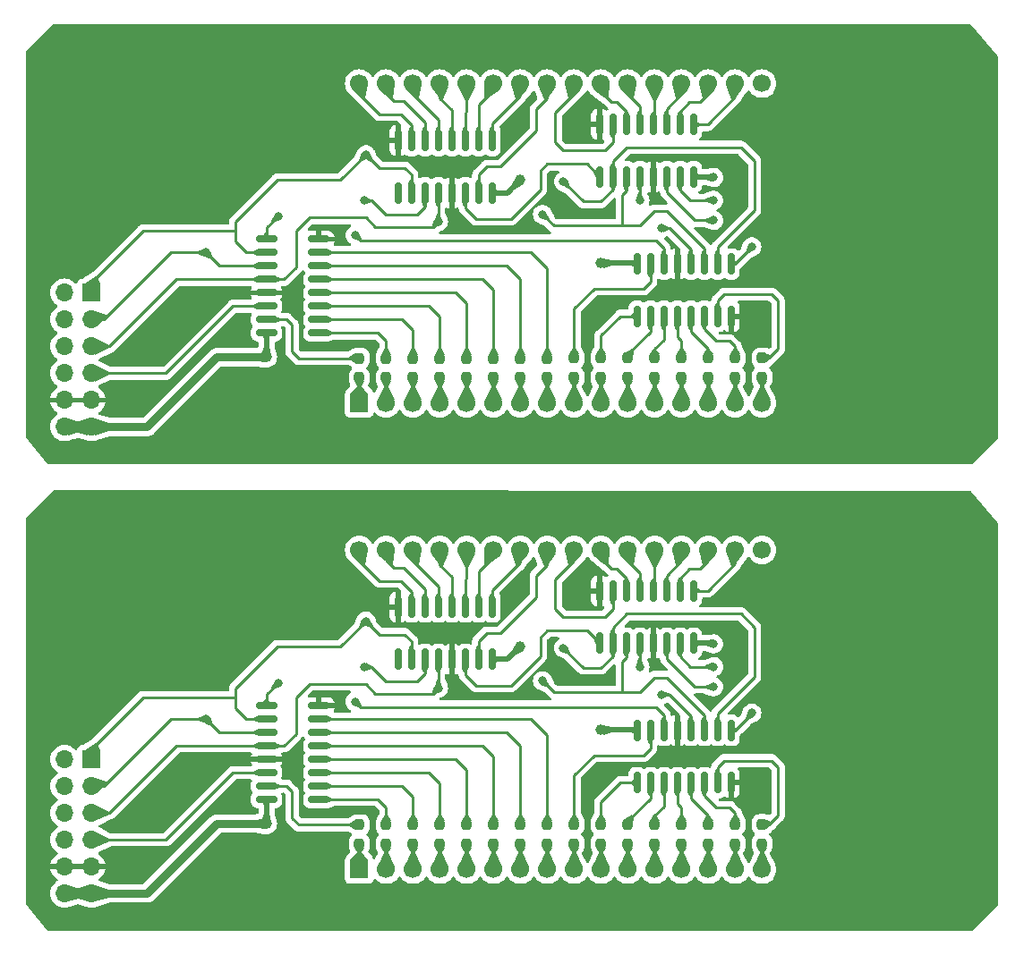
<source format=gbr>
%TF.GenerationSoftware,KiCad,Pcbnew,7.0.2*%
%TF.CreationDate,2023-08-12T01:48:42+09:00*%
%TF.ProjectId,Pmod_Matrix256,506d6f64-5f4d-4617-9472-69783235362e,rev?*%
%TF.SameCoordinates,Original*%
%TF.FileFunction,Copper,L1,Top*%
%TF.FilePolarity,Positive*%
%FSLAX46Y46*%
G04 Gerber Fmt 4.6, Leading zero omitted, Abs format (unit mm)*
G04 Created by KiCad (PCBNEW 7.0.2) date 2023-08-12 01:48:42*
%MOMM*%
%LPD*%
G01*
G04 APERTURE LIST*
G04 Aperture macros list*
%AMRoundRect*
0 Rectangle with rounded corners*
0 $1 Rounding radius*
0 $2 $3 $4 $5 $6 $7 $8 $9 X,Y pos of 4 corners*
0 Add a 4 corners polygon primitive as box body*
4,1,4,$2,$3,$4,$5,$6,$7,$8,$9,$2,$3,0*
0 Add four circle primitives for the rounded corners*
1,1,$1+$1,$2,$3*
1,1,$1+$1,$4,$5*
1,1,$1+$1,$6,$7*
1,1,$1+$1,$8,$9*
0 Add four rect primitives between the rounded corners*
20,1,$1+$1,$2,$3,$4,$5,0*
20,1,$1+$1,$4,$5,$6,$7,0*
20,1,$1+$1,$6,$7,$8,$9,0*
20,1,$1+$1,$8,$9,$2,$3,0*%
G04 Aperture macros list end*
%TA.AperFunction,SMDPad,CuDef*%
%ADD10RoundRect,0.150000X0.825000X0.150000X-0.825000X0.150000X-0.825000X-0.150000X0.825000X-0.150000X0*%
%TD*%
%TA.AperFunction,SMDPad,CuDef*%
%ADD11RoundRect,0.237500X0.237500X-0.250000X0.237500X0.250000X-0.237500X0.250000X-0.237500X-0.250000X0*%
%TD*%
%TA.AperFunction,ComponentPad*%
%ADD12R,1.700000X1.700000*%
%TD*%
%TA.AperFunction,ComponentPad*%
%ADD13O,1.700000X1.700000*%
%TD*%
%TA.AperFunction,SMDPad,CuDef*%
%ADD14RoundRect,0.150000X0.150000X-0.825000X0.150000X0.825000X-0.150000X0.825000X-0.150000X-0.825000X0*%
%TD*%
%TA.AperFunction,SMDPad,CuDef*%
%ADD15RoundRect,0.150000X-0.150000X0.825000X-0.150000X-0.825000X0.150000X-0.825000X0.150000X0.825000X0*%
%TD*%
%TA.AperFunction,ComponentPad*%
%ADD16C,1.700000*%
%TD*%
%TA.AperFunction,ViaPad*%
%ADD17C,1.000000*%
%TD*%
%TA.AperFunction,ViaPad*%
%ADD18C,0.800000*%
%TD*%
%TA.AperFunction,Conductor*%
%ADD19C,0.500000*%
%TD*%
%TA.AperFunction,Conductor*%
%ADD20C,0.750000*%
%TD*%
%TA.AperFunction,Conductor*%
%ADD21C,0.250000*%
%TD*%
G04 APERTURE END LIST*
D10*
%TO.P,U2,1,QB*%
%TO.N,Board_1-Net-(U2-QB)*%
X130402500Y-93628000D03*
%TO.P,U2,2,QC*%
%TO.N,Board_1-Net-(U2-QC)*%
X130402500Y-92358000D03*
%TO.P,U2,3,QD*%
%TO.N,Board_1-Net-(U2-QD)*%
X130402500Y-91088000D03*
%TO.P,U2,4,QE*%
%TO.N,Board_1-Net-(U2-QE)*%
X130402500Y-89818000D03*
%TO.P,U2,5,QF*%
%TO.N,Board_1-Net-(U2-QF)*%
X130402500Y-88548000D03*
%TO.P,U2,6,QG*%
%TO.N,Board_1-Net-(U2-QG)*%
X130402500Y-87278000D03*
%TO.P,U2,7,QH*%
%TO.N,Board_1-Net-(U2-QH)*%
X130402500Y-86008000D03*
%TO.P,U2,8,GND*%
%TO.N,Board_1-GND*%
X130402500Y-84738000D03*
%TO.P,U2,9,QH'*%
%TO.N,Board_1-/SER2*%
X125452500Y-84738000D03*
%TO.P,U2,10,~{SRCLR}*%
%TO.N,Board_1-/#SRCLR*%
X125452500Y-86008000D03*
%TO.P,U2,11,SRCLK*%
%TO.N,Board_1-/SRCLK*%
X125452500Y-87278000D03*
%TO.P,U2,12,RCLK*%
%TO.N,Board_1-/RCLK*%
X125452500Y-88548000D03*
%TO.P,U2,13,~{OE}*%
%TO.N,Board_1-GND*%
X125452500Y-89818000D03*
%TO.P,U2,14,SER*%
%TO.N,Board_1-/SER1*%
X125452500Y-91088000D03*
%TO.P,U2,15,QA*%
%TO.N,Board_1-Net-(U2-QA)*%
X125452500Y-92358000D03*
%TO.P,U2,16,VCC*%
%TO.N,Board_1-VCC*%
X125452500Y-93628000D03*
%TD*%
D11*
%TO.P,R7,1*%
%TO.N,Board_0-Net-(U1-COL7)*%
X149452500Y-53678500D03*
%TO.P,R7,2*%
%TO.N,Board_0-Net-(U2-QG)*%
X149452500Y-51853500D03*
%TD*%
%TO.P,R8,1*%
%TO.N,Board_1-Net-(U1-COL8)*%
X151992500Y-97842500D03*
%TO.P,R8,2*%
%TO.N,Board_1-Net-(U2-QH)*%
X151992500Y-96017500D03*
%TD*%
%TO.P,R2,1*%
%TO.N,Board_1-Net-(U1-COL2)*%
X136752500Y-97842500D03*
%TO.P,R2,2*%
%TO.N,Board_1-Net-(U2-QB)*%
X136752500Y-96017500D03*
%TD*%
D12*
%TO.P,J1,1,Pin_1*%
%TO.N,Board_1-/#SRCLR*%
X108874500Y-89818000D03*
D13*
%TO.P,J1,2,Pin_2*%
%TO.N,Board_1-/SRCLK*%
X108874500Y-92358000D03*
%TO.P,J1,3,Pin_3*%
%TO.N,Board_1-/RCLK*%
X108874500Y-94898000D03*
%TO.P,J1,4,Pin_4*%
%TO.N,Board_1-/SER1*%
X108874500Y-97438000D03*
%TO.P,J1,5,Pin_5*%
%TO.N,Board_1-GND*%
X108874500Y-99978000D03*
%TO.P,J1,6,Pin_6*%
%TO.N,Board_1-VCC*%
X108874500Y-102518000D03*
%TO.P,J1,7,Pin_7*%
%TO.N,Board_1-unconnected-(J1-Pin_7-Pad7)*%
X106334500Y-89818000D03*
%TO.P,J1,8,Pin_8*%
%TO.N,Board_1-unconnected-(J1-Pin_8-Pad8)*%
X106334500Y-92358000D03*
%TO.P,J1,9,Pin_9*%
%TO.N,Board_1-unconnected-(J1-Pin_9-Pad9)*%
X106334500Y-94898000D03*
%TO.P,J1,10,Pin_10*%
%TO.N,Board_1-unconnected-(J1-Pin_10-Pad10)*%
X106334500Y-97438000D03*
%TO.P,J1,11,Pin_11*%
%TO.N,Board_1-GND*%
X106334500Y-99978000D03*
%TO.P,J1,12,Pin_12*%
%TO.N,Board_1-VCC*%
X106334500Y-102518000D03*
%TD*%
D11*
%TO.P,R6,1*%
%TO.N,Board_1-Net-(U1-COL6)*%
X146912500Y-97842500D03*
%TO.P,R6,2*%
%TO.N,Board_1-Net-(U2-QF)*%
X146912500Y-96017500D03*
%TD*%
D14*
%TO.P,U3,1,QB*%
%TO.N,Board_1-Net-(U3-QB)*%
X160501500Y-92039000D03*
%TO.P,U3,2,QC*%
%TO.N,Board_1-Net-(U3-QC)*%
X161771500Y-92039000D03*
%TO.P,U3,3,QD*%
%TO.N,Board_1-Net-(U3-QD)*%
X163041500Y-92039000D03*
%TO.P,U3,4,QE*%
%TO.N,Board_1-Net-(U3-QE)*%
X164311500Y-92039000D03*
%TO.P,U3,5,QF*%
%TO.N,Board_1-Net-(U3-QF)*%
X165581500Y-92039000D03*
%TO.P,U3,6,QG*%
%TO.N,Board_1-Net-(U3-QG)*%
X166851500Y-92039000D03*
%TO.P,U3,7,QH*%
%TO.N,Board_1-Net-(U3-QH)*%
X168121500Y-92039000D03*
%TO.P,U3,8,GND*%
%TO.N,Board_1-GND*%
X169391500Y-92039000D03*
%TO.P,U3,9,QH'*%
%TO.N,Board_1-/SER3*%
X169391500Y-87089000D03*
%TO.P,U3,10,~{SRCLR}*%
%TO.N,Board_1-/#SRCLR*%
X168121500Y-87089000D03*
%TO.P,U3,11,SRCLK*%
%TO.N,Board_1-/SRCLK*%
X166851500Y-87089000D03*
%TO.P,U3,12,RCLK*%
%TO.N,Board_1-/RCLK*%
X165581500Y-87089000D03*
%TO.P,U3,13,~{OE}*%
%TO.N,Board_1-GND*%
X164311500Y-87089000D03*
%TO.P,U3,14,SER*%
%TO.N,Board_1-/SER2*%
X163041500Y-87089000D03*
%TO.P,U3,15,QA*%
%TO.N,Board_1-Net-(U3-QA)*%
X161771500Y-87089000D03*
%TO.P,U3,16,VCC*%
%TO.N,Board_1-VCC*%
X160501500Y-87089000D03*
%TD*%
D11*
%TO.P,R1,1*%
%TO.N,Board_1-Net-(U1-COL1)*%
X134212500Y-97842500D03*
%TO.P,R1,2*%
%TO.N,Board_1-Net-(U2-QA)*%
X134212500Y-96017500D03*
%TD*%
%TO.P,R1,1*%
%TO.N,Board_0-Net-(U1-COL1)*%
X134212500Y-53678500D03*
%TO.P,R1,2*%
%TO.N,Board_0-Net-(U2-QA)*%
X134212500Y-51853500D03*
%TD*%
%TO.P,R8,1*%
%TO.N,Board_0-Net-(U1-COL8)*%
X151992500Y-53678500D03*
%TO.P,R8,2*%
%TO.N,Board_0-Net-(U2-QH)*%
X151992500Y-51853500D03*
%TD*%
D14*
%TO.P,U3,1,QB*%
%TO.N,Board_0-Net-(U3-QB)*%
X160501500Y-47875000D03*
%TO.P,U3,2,QC*%
%TO.N,Board_0-Net-(U3-QC)*%
X161771500Y-47875000D03*
%TO.P,U3,3,QD*%
%TO.N,Board_0-Net-(U3-QD)*%
X163041500Y-47875000D03*
%TO.P,U3,4,QE*%
%TO.N,Board_0-Net-(U3-QE)*%
X164311500Y-47875000D03*
%TO.P,U3,5,QF*%
%TO.N,Board_0-Net-(U3-QF)*%
X165581500Y-47875000D03*
%TO.P,U3,6,QG*%
%TO.N,Board_0-Net-(U3-QG)*%
X166851500Y-47875000D03*
%TO.P,U3,7,QH*%
%TO.N,Board_0-Net-(U3-QH)*%
X168121500Y-47875000D03*
%TO.P,U3,8,GND*%
%TO.N,Board_0-GND*%
X169391500Y-47875000D03*
%TO.P,U3,9,QH'*%
%TO.N,Board_0-/SER3*%
X169391500Y-42925000D03*
%TO.P,U3,10,~{SRCLR}*%
%TO.N,Board_0-/#SRCLR*%
X168121500Y-42925000D03*
%TO.P,U3,11,SRCLK*%
%TO.N,Board_0-/SRCLK*%
X166851500Y-42925000D03*
%TO.P,U3,12,RCLK*%
%TO.N,Board_0-/RCLK*%
X165581500Y-42925000D03*
%TO.P,U3,13,~{OE}*%
%TO.N,Board_0-GND*%
X164311500Y-42925000D03*
%TO.P,U3,14,SER*%
%TO.N,Board_0-/SER2*%
X163041500Y-42925000D03*
%TO.P,U3,15,QA*%
%TO.N,Board_0-Net-(U3-QA)*%
X161771500Y-42925000D03*
%TO.P,U3,16,VCC*%
%TO.N,Board_0-VCC*%
X160501500Y-42925000D03*
%TD*%
D11*
%TO.P,R2,1*%
%TO.N,Board_0-Net-(U1-COL2)*%
X136752500Y-53678500D03*
%TO.P,R2,2*%
%TO.N,Board_0-Net-(U2-QB)*%
X136752500Y-51853500D03*
%TD*%
D15*
%TO.P,U5,1,QB*%
%TO.N,Board_1-Net-(U1-ROW10)*%
X146785500Y-75405000D03*
%TO.P,U5,2,QC*%
%TO.N,Board_1-Net-(U1-ROW11)*%
X145515500Y-75405000D03*
%TO.P,U5,3,QD*%
%TO.N,Board_1-Net-(U1-ROW12)*%
X144245500Y-75405000D03*
%TO.P,U5,4,QE*%
%TO.N,Board_1-Net-(U1-ROW13)*%
X142975500Y-75405000D03*
%TO.P,U5,5,QF*%
%TO.N,Board_1-Net-(U1-ROW14)*%
X141705500Y-75405000D03*
%TO.P,U5,6,QG*%
%TO.N,Board_1-Net-(U1-ROW15)*%
X140435500Y-75405000D03*
%TO.P,U5,7,QH*%
%TO.N,Board_1-Net-(U1-ROW16)*%
X139165500Y-75405000D03*
%TO.P,U5,8,GND*%
%TO.N,Board_1-GND*%
X137895500Y-75405000D03*
%TO.P,U5,9,QH'*%
%TO.N,Board_1-unconnected-(U5-QH'-Pad9)*%
X137895500Y-80355000D03*
%TO.P,U5,10,~{SRCLR}*%
%TO.N,Board_1-/#SRCLR*%
X139165500Y-80355000D03*
%TO.P,U5,11,SRCLK*%
%TO.N,Board_1-/SRCLK*%
X140435500Y-80355000D03*
%TO.P,U5,12,RCLK*%
%TO.N,Board_1-/RCLK*%
X141705500Y-80355000D03*
%TO.P,U5,13,~{OE}*%
%TO.N,Board_1-GND*%
X142975500Y-80355000D03*
%TO.P,U5,14,SER*%
%TO.N,Board_1-/SER4*%
X144245500Y-80355000D03*
%TO.P,U5,15,QA*%
%TO.N,Board_1-Net-(U1-ROW9)*%
X145515500Y-80355000D03*
%TO.P,U5,16,VCC*%
%TO.N,Board_1-VCC*%
X146785500Y-80355000D03*
%TD*%
D11*
%TO.P,R11,1*%
%TO.N,Board_1-Net-(U1-COL11)*%
X159612500Y-97822500D03*
%TO.P,R11,2*%
%TO.N,Board_1-Net-(U3-QC)*%
X159612500Y-95997500D03*
%TD*%
%TO.P,R4,1*%
%TO.N,Board_1-Net-(U1-COL4)*%
X141832500Y-97842500D03*
%TO.P,R4,2*%
%TO.N,Board_1-Net-(U2-QD)*%
X141832500Y-96017500D03*
%TD*%
D10*
%TO.P,U2,1,QB*%
%TO.N,Board_0-Net-(U2-QB)*%
X130402500Y-49464000D03*
%TO.P,U2,2,QC*%
%TO.N,Board_0-Net-(U2-QC)*%
X130402500Y-48194000D03*
%TO.P,U2,3,QD*%
%TO.N,Board_0-Net-(U2-QD)*%
X130402500Y-46924000D03*
%TO.P,U2,4,QE*%
%TO.N,Board_0-Net-(U2-QE)*%
X130402500Y-45654000D03*
%TO.P,U2,5,QF*%
%TO.N,Board_0-Net-(U2-QF)*%
X130402500Y-44384000D03*
%TO.P,U2,6,QG*%
%TO.N,Board_0-Net-(U2-QG)*%
X130402500Y-43114000D03*
%TO.P,U2,7,QH*%
%TO.N,Board_0-Net-(U2-QH)*%
X130402500Y-41844000D03*
%TO.P,U2,8,GND*%
%TO.N,Board_0-GND*%
X130402500Y-40574000D03*
%TO.P,U2,9,QH'*%
%TO.N,Board_0-/SER2*%
X125452500Y-40574000D03*
%TO.P,U2,10,~{SRCLR}*%
%TO.N,Board_0-/#SRCLR*%
X125452500Y-41844000D03*
%TO.P,U2,11,SRCLK*%
%TO.N,Board_0-/SRCLK*%
X125452500Y-43114000D03*
%TO.P,U2,12,RCLK*%
%TO.N,Board_0-/RCLK*%
X125452500Y-44384000D03*
%TO.P,U2,13,~{OE}*%
%TO.N,Board_0-GND*%
X125452500Y-45654000D03*
%TO.P,U2,14,SER*%
%TO.N,Board_0-/SER1*%
X125452500Y-46924000D03*
%TO.P,U2,15,QA*%
%TO.N,Board_0-Net-(U2-QA)*%
X125452500Y-48194000D03*
%TO.P,U2,16,VCC*%
%TO.N,Board_0-VCC*%
X125452500Y-49464000D03*
%TD*%
D11*
%TO.P,R15,1*%
%TO.N,Board_0-Net-(U1-COL15)*%
X169772500Y-53658500D03*
%TO.P,R15,2*%
%TO.N,Board_0-Net-(U3-QG)*%
X169772500Y-51833500D03*
%TD*%
D15*
%TO.P,U5,1,QB*%
%TO.N,Board_0-Net-(U1-ROW10)*%
X146785500Y-31241000D03*
%TO.P,U5,2,QC*%
%TO.N,Board_0-Net-(U1-ROW11)*%
X145515500Y-31241000D03*
%TO.P,U5,3,QD*%
%TO.N,Board_0-Net-(U1-ROW12)*%
X144245500Y-31241000D03*
%TO.P,U5,4,QE*%
%TO.N,Board_0-Net-(U1-ROW13)*%
X142975500Y-31241000D03*
%TO.P,U5,5,QF*%
%TO.N,Board_0-Net-(U1-ROW14)*%
X141705500Y-31241000D03*
%TO.P,U5,6,QG*%
%TO.N,Board_0-Net-(U1-ROW15)*%
X140435500Y-31241000D03*
%TO.P,U5,7,QH*%
%TO.N,Board_0-Net-(U1-ROW16)*%
X139165500Y-31241000D03*
%TO.P,U5,8,GND*%
%TO.N,Board_0-GND*%
X137895500Y-31241000D03*
%TO.P,U5,9,QH'*%
%TO.N,Board_0-unconnected-(U5-QH'-Pad9)*%
X137895500Y-36191000D03*
%TO.P,U5,10,~{SRCLR}*%
%TO.N,Board_0-/#SRCLR*%
X139165500Y-36191000D03*
%TO.P,U5,11,SRCLK*%
%TO.N,Board_0-/SRCLK*%
X140435500Y-36191000D03*
%TO.P,U5,12,RCLK*%
%TO.N,Board_0-/RCLK*%
X141705500Y-36191000D03*
%TO.P,U5,13,~{OE}*%
%TO.N,Board_0-GND*%
X142975500Y-36191000D03*
%TO.P,U5,14,SER*%
%TO.N,Board_0-/SER4*%
X144245500Y-36191000D03*
%TO.P,U5,15,QA*%
%TO.N,Board_0-Net-(U1-ROW9)*%
X145515500Y-36191000D03*
%TO.P,U5,16,VCC*%
%TO.N,Board_0-VCC*%
X146785500Y-36191000D03*
%TD*%
%TO.P,U4,1,QB*%
%TO.N,Board_0-Net-(U1-ROW2)*%
X165835500Y-29717000D03*
%TO.P,U4,2,QC*%
%TO.N,Board_0-Net-(U1-ROW3)*%
X164565500Y-29717000D03*
%TO.P,U4,3,QD*%
%TO.N,Board_0-Net-(U1-ROW4)*%
X163295500Y-29717000D03*
%TO.P,U4,4,QE*%
%TO.N,Board_0-Net-(U1-ROW5)*%
X162025500Y-29717000D03*
%TO.P,U4,5,QF*%
%TO.N,Board_0-Net-(U1-ROW6)*%
X160755500Y-29717000D03*
%TO.P,U4,6,QG*%
%TO.N,Board_0-Net-(U1-ROW7)*%
X159485500Y-29717000D03*
%TO.P,U4,7,QH*%
%TO.N,Board_0-Net-(U1-ROW8)*%
X158215500Y-29717000D03*
%TO.P,U4,8,GND*%
%TO.N,Board_0-GND*%
X156945500Y-29717000D03*
%TO.P,U4,9,QH'*%
%TO.N,Board_0-/SER4*%
X156945500Y-34667000D03*
%TO.P,U4,10,~{SRCLR}*%
%TO.N,Board_0-/#SRCLR*%
X158215500Y-34667000D03*
%TO.P,U4,11,SRCLK*%
%TO.N,Board_0-/SRCLK*%
X159485500Y-34667000D03*
%TO.P,U4,12,RCLK*%
%TO.N,Board_0-/RCLK*%
X160755500Y-34667000D03*
%TO.P,U4,13,~{OE}*%
%TO.N,Board_0-GND*%
X162025500Y-34667000D03*
%TO.P,U4,14,SER*%
%TO.N,Board_0-/SER3*%
X163295500Y-34667000D03*
%TO.P,U4,15,QA*%
%TO.N,Board_0-Net-(U1-ROW1)*%
X164565500Y-34667000D03*
%TO.P,U4,16,VCC*%
%TO.N,Board_0-VCC*%
X165835500Y-34667000D03*
%TD*%
D11*
%TO.P,R11,1*%
%TO.N,Board_0-Net-(U1-COL11)*%
X159612500Y-53658500D03*
%TO.P,R11,2*%
%TO.N,Board_0-Net-(U3-QC)*%
X159612500Y-51833500D03*
%TD*%
%TO.P,R16,1*%
%TO.N,Board_1-Net-(U1-COL16)*%
X172312500Y-97822500D03*
%TO.P,R16,2*%
%TO.N,Board_1-Net-(U3-QH)*%
X172312500Y-95997500D03*
%TD*%
%TO.P,R12,1*%
%TO.N,Board_0-Net-(U1-COL12)*%
X162152500Y-53658500D03*
%TO.P,R12,2*%
%TO.N,Board_0-Net-(U3-QD)*%
X162152500Y-51833500D03*
%TD*%
D12*
%TO.P,U1,1,COL1*%
%TO.N,Board_1-Net-(U1-COL1)*%
X134212500Y-100266000D03*
D16*
%TO.P,U1,2,COL2*%
%TO.N,Board_1-Net-(U1-COL2)*%
X136752500Y-100266000D03*
%TO.P,U1,3,COL3*%
%TO.N,Board_1-Net-(U1-COL3)*%
X139292500Y-100266000D03*
%TO.P,U1,4,COL4*%
%TO.N,Board_1-Net-(U1-COL4)*%
X141832500Y-100266000D03*
%TO.P,U1,5,COL5*%
%TO.N,Board_1-Net-(U1-COL5)*%
X144372500Y-100266000D03*
%TO.P,U1,6,COL6*%
%TO.N,Board_1-Net-(U1-COL6)*%
X146912500Y-100266000D03*
%TO.P,U1,7,COL7*%
%TO.N,Board_1-Net-(U1-COL7)*%
X149452500Y-100266000D03*
%TO.P,U1,8,COL8*%
%TO.N,Board_1-Net-(U1-COL8)*%
X151992500Y-100266000D03*
%TO.P,U1,9,COL9*%
%TO.N,Board_1-Net-(U1-COL9)*%
X154532500Y-100266000D03*
%TO.P,U1,10,COL10*%
%TO.N,Board_1-Net-(U1-COL10)*%
X157072500Y-100266000D03*
%TO.P,U1,11,COL11*%
%TO.N,Board_1-Net-(U1-COL11)*%
X159612500Y-100266000D03*
%TO.P,U1,12,COL12*%
%TO.N,Board_1-Net-(U1-COL12)*%
X162152500Y-100266000D03*
%TO.P,U1,13,COL13*%
%TO.N,Board_1-Net-(U1-COL13)*%
X164692500Y-100266000D03*
%TO.P,U1,14,COL14*%
%TO.N,Board_1-Net-(U1-COL14)*%
X167232500Y-100266000D03*
%TO.P,U1,15,COL15*%
%TO.N,Board_1-Net-(U1-COL15)*%
X169772500Y-100266000D03*
%TO.P,U1,16,COL16*%
%TO.N,Board_1-Net-(U1-COL16)*%
X172312500Y-100266000D03*
%TO.P,U1,17,ROW1*%
%TO.N,Board_1-Net-(U1-ROW1)*%
X172312500Y-70006000D03*
%TO.P,U1,18,ROW2*%
%TO.N,Board_1-Net-(U1-ROW2)*%
X169772500Y-70006000D03*
%TO.P,U1,19,ROW3*%
%TO.N,Board_1-Net-(U1-ROW3)*%
X167232500Y-70006000D03*
%TO.P,U1,20,ROW4*%
%TO.N,Board_1-Net-(U1-ROW4)*%
X164692500Y-70006000D03*
%TO.P,U1,21,ROW5*%
%TO.N,Board_1-Net-(U1-ROW5)*%
X162152500Y-70006000D03*
%TO.P,U1,22,ROW6*%
%TO.N,Board_1-Net-(U1-ROW6)*%
X159612500Y-70006000D03*
%TO.P,U1,23,ROW7*%
%TO.N,Board_1-Net-(U1-ROW7)*%
X157072500Y-70006000D03*
%TO.P,U1,24,ROW8*%
%TO.N,Board_1-Net-(U1-ROW8)*%
X154532500Y-70006000D03*
%TO.P,U1,25,ROW9*%
%TO.N,Board_1-Net-(U1-ROW9)*%
X151992500Y-70006000D03*
%TO.P,U1,26,ROW10*%
%TO.N,Board_1-Net-(U1-ROW10)*%
X149452500Y-70006000D03*
%TO.P,U1,27,ROW11*%
%TO.N,Board_1-Net-(U1-ROW11)*%
X146912500Y-70006000D03*
%TO.P,U1,28,ROW12*%
%TO.N,Board_1-Net-(U1-ROW12)*%
X144372500Y-70006000D03*
%TO.P,U1,29,ROW13*%
%TO.N,Board_1-Net-(U1-ROW13)*%
X141832500Y-70006000D03*
%TO.P,U1,30,ROW14*%
%TO.N,Board_1-Net-(U1-ROW14)*%
X139292500Y-70006000D03*
%TO.P,U1,31,ROW15*%
%TO.N,Board_1-Net-(U1-ROW15)*%
X136752500Y-70006000D03*
%TO.P,U1,32,ROW16*%
%TO.N,Board_1-Net-(U1-ROW16)*%
X134212500Y-70006000D03*
%TD*%
D11*
%TO.P,R7,1*%
%TO.N,Board_1-Net-(U1-COL7)*%
X149452500Y-97842500D03*
%TO.P,R7,2*%
%TO.N,Board_1-Net-(U2-QG)*%
X149452500Y-96017500D03*
%TD*%
%TO.P,R4,1*%
%TO.N,Board_0-Net-(U1-COL4)*%
X141832500Y-53678500D03*
%TO.P,R4,2*%
%TO.N,Board_0-Net-(U2-QD)*%
X141832500Y-51853500D03*
%TD*%
%TO.P,R14,1*%
%TO.N,Board_1-Net-(U1-COL14)*%
X167232500Y-97822500D03*
%TO.P,R14,2*%
%TO.N,Board_1-Net-(U3-QF)*%
X167232500Y-95997500D03*
%TD*%
%TO.P,R9,1*%
%TO.N,Board_1-Net-(U1-COL9)*%
X154532500Y-97822500D03*
%TO.P,R9,2*%
%TO.N,Board_1-Net-(U3-QA)*%
X154532500Y-95997500D03*
%TD*%
%TO.P,R14,1*%
%TO.N,Board_0-Net-(U1-COL14)*%
X167232500Y-53658500D03*
%TO.P,R14,2*%
%TO.N,Board_0-Net-(U3-QF)*%
X167232500Y-51833500D03*
%TD*%
%TO.P,R6,1*%
%TO.N,Board_0-Net-(U1-COL6)*%
X146912500Y-53678500D03*
%TO.P,R6,2*%
%TO.N,Board_0-Net-(U2-QF)*%
X146912500Y-51853500D03*
%TD*%
%TO.P,R3,1*%
%TO.N,Board_0-Net-(U1-COL3)*%
X139292500Y-53678500D03*
%TO.P,R3,2*%
%TO.N,Board_0-Net-(U2-QC)*%
X139292500Y-51853500D03*
%TD*%
D12*
%TO.P,U1,1,COL1*%
%TO.N,Board_0-Net-(U1-COL1)*%
X134212500Y-56102000D03*
D16*
%TO.P,U1,2,COL2*%
%TO.N,Board_0-Net-(U1-COL2)*%
X136752500Y-56102000D03*
%TO.P,U1,3,COL3*%
%TO.N,Board_0-Net-(U1-COL3)*%
X139292500Y-56102000D03*
%TO.P,U1,4,COL4*%
%TO.N,Board_0-Net-(U1-COL4)*%
X141832500Y-56102000D03*
%TO.P,U1,5,COL5*%
%TO.N,Board_0-Net-(U1-COL5)*%
X144372500Y-56102000D03*
%TO.P,U1,6,COL6*%
%TO.N,Board_0-Net-(U1-COL6)*%
X146912500Y-56102000D03*
%TO.P,U1,7,COL7*%
%TO.N,Board_0-Net-(U1-COL7)*%
X149452500Y-56102000D03*
%TO.P,U1,8,COL8*%
%TO.N,Board_0-Net-(U1-COL8)*%
X151992500Y-56102000D03*
%TO.P,U1,9,COL9*%
%TO.N,Board_0-Net-(U1-COL9)*%
X154532500Y-56102000D03*
%TO.P,U1,10,COL10*%
%TO.N,Board_0-Net-(U1-COL10)*%
X157072500Y-56102000D03*
%TO.P,U1,11,COL11*%
%TO.N,Board_0-Net-(U1-COL11)*%
X159612500Y-56102000D03*
%TO.P,U1,12,COL12*%
%TO.N,Board_0-Net-(U1-COL12)*%
X162152500Y-56102000D03*
%TO.P,U1,13,COL13*%
%TO.N,Board_0-Net-(U1-COL13)*%
X164692500Y-56102000D03*
%TO.P,U1,14,COL14*%
%TO.N,Board_0-Net-(U1-COL14)*%
X167232500Y-56102000D03*
%TO.P,U1,15,COL15*%
%TO.N,Board_0-Net-(U1-COL15)*%
X169772500Y-56102000D03*
%TO.P,U1,16,COL16*%
%TO.N,Board_0-Net-(U1-COL16)*%
X172312500Y-56102000D03*
%TO.P,U1,17,ROW1*%
%TO.N,Board_0-Net-(U1-ROW1)*%
X172312500Y-25842000D03*
%TO.P,U1,18,ROW2*%
%TO.N,Board_0-Net-(U1-ROW2)*%
X169772500Y-25842000D03*
%TO.P,U1,19,ROW3*%
%TO.N,Board_0-Net-(U1-ROW3)*%
X167232500Y-25842000D03*
%TO.P,U1,20,ROW4*%
%TO.N,Board_0-Net-(U1-ROW4)*%
X164692500Y-25842000D03*
%TO.P,U1,21,ROW5*%
%TO.N,Board_0-Net-(U1-ROW5)*%
X162152500Y-25842000D03*
%TO.P,U1,22,ROW6*%
%TO.N,Board_0-Net-(U1-ROW6)*%
X159612500Y-25842000D03*
%TO.P,U1,23,ROW7*%
%TO.N,Board_0-Net-(U1-ROW7)*%
X157072500Y-25842000D03*
%TO.P,U1,24,ROW8*%
%TO.N,Board_0-Net-(U1-ROW8)*%
X154532500Y-25842000D03*
%TO.P,U1,25,ROW9*%
%TO.N,Board_0-Net-(U1-ROW9)*%
X151992500Y-25842000D03*
%TO.P,U1,26,ROW10*%
%TO.N,Board_0-Net-(U1-ROW10)*%
X149452500Y-25842000D03*
%TO.P,U1,27,ROW11*%
%TO.N,Board_0-Net-(U1-ROW11)*%
X146912500Y-25842000D03*
%TO.P,U1,28,ROW12*%
%TO.N,Board_0-Net-(U1-ROW12)*%
X144372500Y-25842000D03*
%TO.P,U1,29,ROW13*%
%TO.N,Board_0-Net-(U1-ROW13)*%
X141832500Y-25842000D03*
%TO.P,U1,30,ROW14*%
%TO.N,Board_0-Net-(U1-ROW14)*%
X139292500Y-25842000D03*
%TO.P,U1,31,ROW15*%
%TO.N,Board_0-Net-(U1-ROW15)*%
X136752500Y-25842000D03*
%TO.P,U1,32,ROW16*%
%TO.N,Board_0-Net-(U1-ROW16)*%
X134212500Y-25842000D03*
%TD*%
D11*
%TO.P,R10,1*%
%TO.N,Board_1-Net-(U1-COL10)*%
X157072500Y-97822500D03*
%TO.P,R10,2*%
%TO.N,Board_1-Net-(U3-QB)*%
X157072500Y-95997500D03*
%TD*%
%TO.P,R10,1*%
%TO.N,Board_0-Net-(U1-COL10)*%
X157072500Y-53658500D03*
%TO.P,R10,2*%
%TO.N,Board_0-Net-(U3-QB)*%
X157072500Y-51833500D03*
%TD*%
%TO.P,R9,1*%
%TO.N,Board_0-Net-(U1-COL9)*%
X154532500Y-53658500D03*
%TO.P,R9,2*%
%TO.N,Board_0-Net-(U3-QA)*%
X154532500Y-51833500D03*
%TD*%
%TO.P,R13,1*%
%TO.N,Board_1-Net-(U1-COL13)*%
X164692500Y-97822500D03*
%TO.P,R13,2*%
%TO.N,Board_1-Net-(U3-QE)*%
X164692500Y-95997500D03*
%TD*%
D12*
%TO.P,J1,1,Pin_1*%
%TO.N,Board_0-/#SRCLR*%
X108874500Y-45654000D03*
D13*
%TO.P,J1,2,Pin_2*%
%TO.N,Board_0-/SRCLK*%
X108874500Y-48194000D03*
%TO.P,J1,3,Pin_3*%
%TO.N,Board_0-/RCLK*%
X108874500Y-50734000D03*
%TO.P,J1,4,Pin_4*%
%TO.N,Board_0-/SER1*%
X108874500Y-53274000D03*
%TO.P,J1,5,Pin_5*%
%TO.N,Board_0-GND*%
X108874500Y-55814000D03*
%TO.P,J1,6,Pin_6*%
%TO.N,Board_0-VCC*%
X108874500Y-58354000D03*
%TO.P,J1,7,Pin_7*%
%TO.N,Board_0-unconnected-(J1-Pin_7-Pad7)*%
X106334500Y-45654000D03*
%TO.P,J1,8,Pin_8*%
%TO.N,Board_0-unconnected-(J1-Pin_8-Pad8)*%
X106334500Y-48194000D03*
%TO.P,J1,9,Pin_9*%
%TO.N,Board_0-unconnected-(J1-Pin_9-Pad9)*%
X106334500Y-50734000D03*
%TO.P,J1,10,Pin_10*%
%TO.N,Board_0-unconnected-(J1-Pin_10-Pad10)*%
X106334500Y-53274000D03*
%TO.P,J1,11,Pin_11*%
%TO.N,Board_0-GND*%
X106334500Y-55814000D03*
%TO.P,J1,12,Pin_12*%
%TO.N,Board_0-VCC*%
X106334500Y-58354000D03*
%TD*%
D11*
%TO.P,R5,1*%
%TO.N,Board_0-Net-(U1-COL5)*%
X144372500Y-53678500D03*
%TO.P,R5,2*%
%TO.N,Board_0-Net-(U2-QE)*%
X144372500Y-51853500D03*
%TD*%
%TO.P,R5,1*%
%TO.N,Board_1-Net-(U1-COL5)*%
X144372500Y-97842500D03*
%TO.P,R5,2*%
%TO.N,Board_1-Net-(U2-QE)*%
X144372500Y-96017500D03*
%TD*%
%TO.P,R15,1*%
%TO.N,Board_1-Net-(U1-COL15)*%
X169772500Y-97822500D03*
%TO.P,R15,2*%
%TO.N,Board_1-Net-(U3-QG)*%
X169772500Y-95997500D03*
%TD*%
%TO.P,R13,1*%
%TO.N,Board_0-Net-(U1-COL13)*%
X164692500Y-53658500D03*
%TO.P,R13,2*%
%TO.N,Board_0-Net-(U3-QE)*%
X164692500Y-51833500D03*
%TD*%
%TO.P,R12,1*%
%TO.N,Board_1-Net-(U1-COL12)*%
X162152500Y-97822500D03*
%TO.P,R12,2*%
%TO.N,Board_1-Net-(U3-QD)*%
X162152500Y-95997500D03*
%TD*%
%TO.P,R3,1*%
%TO.N,Board_1-Net-(U1-COL3)*%
X139292500Y-97842500D03*
%TO.P,R3,2*%
%TO.N,Board_1-Net-(U2-QC)*%
X139292500Y-96017500D03*
%TD*%
%TO.P,R16,1*%
%TO.N,Board_0-Net-(U1-COL16)*%
X172312500Y-53658500D03*
%TO.P,R16,2*%
%TO.N,Board_0-Net-(U3-QH)*%
X172312500Y-51833500D03*
%TD*%
D15*
%TO.P,U4,1,QB*%
%TO.N,Board_1-Net-(U1-ROW2)*%
X165835500Y-73881000D03*
%TO.P,U4,2,QC*%
%TO.N,Board_1-Net-(U1-ROW3)*%
X164565500Y-73881000D03*
%TO.P,U4,3,QD*%
%TO.N,Board_1-Net-(U1-ROW4)*%
X163295500Y-73881000D03*
%TO.P,U4,4,QE*%
%TO.N,Board_1-Net-(U1-ROW5)*%
X162025500Y-73881000D03*
%TO.P,U4,5,QF*%
%TO.N,Board_1-Net-(U1-ROW6)*%
X160755500Y-73881000D03*
%TO.P,U4,6,QG*%
%TO.N,Board_1-Net-(U1-ROW7)*%
X159485500Y-73881000D03*
%TO.P,U4,7,QH*%
%TO.N,Board_1-Net-(U1-ROW8)*%
X158215500Y-73881000D03*
%TO.P,U4,8,GND*%
%TO.N,Board_1-GND*%
X156945500Y-73881000D03*
%TO.P,U4,9,QH'*%
%TO.N,Board_1-/SER4*%
X156945500Y-78831000D03*
%TO.P,U4,10,~{SRCLR}*%
%TO.N,Board_1-/#SRCLR*%
X158215500Y-78831000D03*
%TO.P,U4,11,SRCLK*%
%TO.N,Board_1-/SRCLK*%
X159485500Y-78831000D03*
%TO.P,U4,12,RCLK*%
%TO.N,Board_1-/RCLK*%
X160755500Y-78831000D03*
%TO.P,U4,13,~{OE}*%
%TO.N,Board_1-GND*%
X162025500Y-78831000D03*
%TO.P,U4,14,SER*%
%TO.N,Board_1-/SER3*%
X163295500Y-78831000D03*
%TO.P,U4,15,QA*%
%TO.N,Board_1-Net-(U1-ROW1)*%
X164565500Y-78831000D03*
%TO.P,U4,16,VCC*%
%TO.N,Board_1-VCC*%
X165835500Y-78831000D03*
%TD*%
D17*
%TO.N,Board_1-VCC*%
X157072500Y-87024000D03*
X125449500Y-95914000D03*
X149452500Y-79150000D03*
D18*
X167740500Y-78896000D03*
%TO.N,Board_1-Net-(U1-ROW1)*%
X167740500Y-81055000D03*
%TO.N,Board_1-GND*%
X127608500Y-100689200D03*
X117194500Y-92612000D03*
X169823300Y-77829200D03*
X174852500Y-77880000D03*
X124179500Y-72673000D03*
X171601300Y-92764400D03*
X119480500Y-90326000D03*
X169823300Y-74374800D03*
X174852500Y-74324000D03*
X127608500Y-72698400D03*
X154634100Y-73866800D03*
%TO.N,Board_1-/SRCLK*%
X134720500Y-81055000D03*
X119734500Y-86008000D03*
X151548000Y-82388500D03*
%TO.N,Board_1-/SER3*%
X171347300Y-85449200D03*
X167740500Y-82960000D03*
%TO.N,Board_1-/SER2*%
X133831500Y-84357000D03*
X126592500Y-82579000D03*
%TO.N,Board_1-/RCLK*%
X160755500Y-81055000D03*
X141705500Y-83087000D03*
X162787500Y-83722000D03*
%TO.N,Board_1-/#SRCLR*%
X153516500Y-79277000D03*
X134847500Y-76737000D03*
D17*
%TO.N,Board_0-VCC*%
X157072500Y-42860000D03*
D18*
X167740500Y-34732000D03*
D17*
X149452500Y-34986000D03*
X125449500Y-51750000D03*
D18*
%TO.N,Board_0-Net-(U1-ROW1)*%
X167740500Y-36891000D03*
%TO.N,Board_0-GND*%
X124179500Y-28509000D03*
X127608500Y-28534400D03*
X174852500Y-33716000D03*
X119480500Y-46162000D03*
X171601300Y-48600400D03*
X154634100Y-29702800D03*
X127608500Y-56525200D03*
X169823300Y-30210800D03*
X174852500Y-30160000D03*
X169823300Y-33665200D03*
X117194500Y-48448000D03*
%TO.N,Board_0-/SRCLK*%
X134720500Y-36891000D03*
X151548000Y-38224500D03*
X119734500Y-41844000D03*
%TO.N,Board_0-/SER3*%
X171347300Y-41285200D03*
X167740500Y-38796000D03*
%TO.N,Board_0-/SER2*%
X133831500Y-40193000D03*
X126592500Y-38415000D03*
%TO.N,Board_0-/RCLK*%
X160755500Y-36891000D03*
X162787500Y-39558000D03*
X141705500Y-38923000D03*
%TO.N,Board_0-/#SRCLR*%
X134847500Y-32573000D03*
X153516500Y-35113000D03*
%TD*%
D19*
%TO.N,Board_1-VCC*%
X146785500Y-80355000D02*
X148247500Y-80355000D01*
X160436500Y-87024000D02*
X160501500Y-87089000D01*
D20*
X114146500Y-102518000D02*
X108874500Y-102518000D01*
X108874500Y-102518000D02*
X106334500Y-102518000D01*
D19*
X148247500Y-80355000D02*
X149452500Y-79150000D01*
X165835500Y-78831000D02*
X167675500Y-78831000D01*
D20*
X120750500Y-95914000D02*
X125449500Y-95914000D01*
D19*
X157072500Y-87024000D02*
X160436500Y-87024000D01*
D20*
X114146500Y-102518000D02*
X120750500Y-95914000D01*
D19*
X125452500Y-93628000D02*
X125452500Y-95911000D01*
X167675500Y-78831000D02*
X167740500Y-78896000D01*
D21*
X125452500Y-95911000D02*
X125449500Y-95914000D01*
%TO.N,Board_1-Net-(U3-QH)*%
X168756500Y-89945000D02*
X173201500Y-89945000D01*
X172991000Y-95997500D02*
X172312500Y-95997500D01*
X173836500Y-95152000D02*
X172991000Y-95997500D01*
X173201500Y-89945000D02*
X173836500Y-90580000D01*
X168121500Y-90580000D02*
X168756500Y-89945000D01*
X168121500Y-92039000D02*
X168121500Y-90580000D01*
X173836500Y-90580000D02*
X173836500Y-95152000D01*
%TO.N,Board_1-Net-(U3-QG)*%
X166851500Y-93247000D02*
X167994500Y-94390000D01*
X169772500Y-94898000D02*
X169772500Y-95997500D01*
X166851500Y-92039000D02*
X166851500Y-93247000D01*
X167994500Y-94390000D02*
X169264500Y-94390000D01*
X169264500Y-94390000D02*
X169772500Y-94898000D01*
%TO.N,Board_1-Net-(U3-QF)*%
X165581500Y-93501000D02*
X167232500Y-95152000D01*
X167232500Y-95152000D02*
X167232500Y-95997500D01*
X165581500Y-92039000D02*
X165581500Y-93501000D01*
%TO.N,Board_1-Net-(U3-QE)*%
X164692500Y-94390000D02*
X164692500Y-95997500D01*
X164311500Y-92039000D02*
X164311500Y-94009000D01*
X164311500Y-94009000D02*
X164692500Y-94390000D01*
%TO.N,Board_1-Net-(U3-QD)*%
X162152500Y-95152000D02*
X162152500Y-95997500D01*
X163041500Y-94263000D02*
X162152500Y-95152000D01*
X163041500Y-92039000D02*
X163041500Y-94263000D01*
%TO.N,Board_1-Net-(U3-QC)*%
X161771500Y-93501000D02*
X159612500Y-95660000D01*
X159612500Y-95660000D02*
X159612500Y-95997500D01*
X161771500Y-92039000D02*
X161771500Y-93501000D01*
%TO.N,Board_1-Net-(U3-QB)*%
X157072500Y-93882000D02*
X157072500Y-95997500D01*
X160501500Y-92039000D02*
X158915500Y-92039000D01*
X158915500Y-92039000D02*
X157072500Y-93882000D01*
%TO.N,Board_1-Net-(U3-QA)*%
X161771500Y-88802000D02*
X161771500Y-87089000D01*
X156437500Y-89437000D02*
X161136500Y-89437000D01*
X154532500Y-91342000D02*
X156437500Y-89437000D01*
X154532500Y-95997500D02*
X154532500Y-91342000D01*
X161136500Y-89437000D02*
X161771500Y-88802000D01*
%TO.N,Board_1-Net-(U2-QH)*%
X151992500Y-87532000D02*
X151992500Y-96017500D01*
X150468500Y-86008000D02*
X151992500Y-87532000D01*
X130402500Y-86008000D02*
X150468500Y-86008000D01*
%TO.N,Board_1-Net-(U2-QG)*%
X149452500Y-88548000D02*
X149452500Y-96017500D01*
X148182500Y-87278000D02*
X149452500Y-88548000D01*
X130402500Y-87278000D02*
X148182500Y-87278000D01*
%TO.N,Board_1-Net-(U2-QF)*%
X130402500Y-88548000D02*
X145896500Y-88548000D01*
X145896500Y-88548000D02*
X146912500Y-89564000D01*
X146912500Y-89564000D02*
X146912500Y-96017500D01*
%TO.N,Board_1-Net-(U2-QE)*%
X130402500Y-89818000D02*
X143356500Y-89818000D01*
X143356500Y-89818000D02*
X144372500Y-90834000D01*
X144372500Y-90834000D02*
X144372500Y-96017500D01*
%TO.N,Board_1-Net-(U2-QD)*%
X141832500Y-92104000D02*
X141832500Y-96017500D01*
X130402500Y-91088000D02*
X140816500Y-91088000D01*
X140816500Y-91088000D02*
X141832500Y-92104000D01*
%TO.N,Board_1-Net-(U2-QC)*%
X139292500Y-93374000D02*
X139292500Y-96017500D01*
X138276500Y-92358000D02*
X139292500Y-93374000D01*
X130402500Y-92358000D02*
X138276500Y-92358000D01*
%TO.N,Board_1-Net-(U2-QB)*%
X130402500Y-93628000D02*
X135990500Y-93628000D01*
X136752500Y-94390000D02*
X136752500Y-96017500D01*
X135990500Y-93628000D02*
X136752500Y-94390000D01*
%TO.N,Board_1-Net-(U2-QA)*%
X125452500Y-92358000D02*
X127354500Y-92358000D01*
X127862500Y-95406000D02*
X128474000Y-96017500D01*
X128474000Y-96017500D02*
X134212500Y-96017500D01*
X127862500Y-92866000D02*
X127862500Y-95406000D01*
X127354500Y-92358000D02*
X127862500Y-92866000D01*
%TO.N,Board_1-Net-(U1-ROW9)*%
X145515500Y-78642000D02*
X146277500Y-77880000D01*
X150976500Y-74451000D02*
X150976500Y-72419000D01*
X145515500Y-80355000D02*
X145515500Y-78642000D01*
X146277500Y-77880000D02*
X147547500Y-77880000D01*
X150976500Y-72419000D02*
X151992500Y-71403000D01*
X151992500Y-71403000D02*
X151992500Y-70006000D01*
X147547500Y-77880000D02*
X150976500Y-74451000D01*
%TO.N,Board_1-Net-(U1-ROW8)*%
X153516500Y-76356000D02*
X152754500Y-75594000D01*
X158215500Y-75594000D02*
X157453500Y-76356000D01*
X152754500Y-75594000D02*
X152754500Y-72800000D01*
X158215500Y-73881000D02*
X158215500Y-75594000D01*
X154532500Y-71022000D02*
X154532500Y-70226000D01*
X152754500Y-72800000D02*
X154532500Y-71022000D01*
X157453500Y-76356000D02*
X153516500Y-76356000D01*
%TO.N,Board_1-Net-(U1-ROW7)*%
X157072500Y-70768000D02*
X157072500Y-70226000D01*
X159485500Y-72673000D02*
X158596500Y-71784000D01*
X159485500Y-73881000D02*
X159485500Y-72673000D01*
X158088500Y-71784000D02*
X157072500Y-70768000D01*
X158596500Y-71784000D02*
X158088500Y-71784000D01*
%TO.N,Board_1-Net-(U1-ROW6)*%
X160755500Y-72165000D02*
X159612500Y-71022000D01*
X160755500Y-73881000D02*
X160755500Y-72165000D01*
X159612500Y-71022000D02*
X159612500Y-70226000D01*
%TO.N,Board_1-Net-(U1-ROW5)*%
X162152500Y-73754000D02*
X162152500Y-70226000D01*
X162025500Y-73881000D02*
X162152500Y-73754000D01*
%TO.N,Board_1-Net-(U1-ROW4)*%
X163295500Y-72419000D02*
X164692500Y-71022000D01*
X164692500Y-71022000D02*
X164692500Y-70226000D01*
X163295500Y-73881000D02*
X163295500Y-72419000D01*
%TO.N,Board_1-Net-(U1-ROW3)*%
X166470500Y-71784000D02*
X167232500Y-71022000D01*
X164565500Y-73881000D02*
X164565500Y-72673000D01*
X165454500Y-71784000D02*
X166470500Y-71784000D01*
X167232500Y-71022000D02*
X167232500Y-70226000D01*
X164565500Y-72673000D02*
X165454500Y-71784000D01*
%TO.N,Board_1-Net-(U1-ROW2)*%
X165835500Y-73881000D02*
X167167500Y-73881000D01*
X167167500Y-73881000D02*
X169772500Y-71276000D01*
X169772500Y-71276000D02*
X169772500Y-70226000D01*
%TO.N,Board_1-Net-(U1-ROW16)*%
X139165500Y-73943000D02*
X138149500Y-72927000D01*
X138149500Y-72927000D02*
X136117500Y-72927000D01*
X134212500Y-71022000D02*
X134212500Y-70006000D01*
X139165500Y-75405000D02*
X139165500Y-73943000D01*
X136117500Y-72927000D02*
X134212500Y-71022000D01*
%TO.N,Board_1-Net-(U1-ROW15)*%
X140435500Y-73689000D02*
X138403500Y-71657000D01*
X137514500Y-71657000D02*
X136752500Y-70895000D01*
X140435500Y-75405000D02*
X140435500Y-73689000D01*
X136752500Y-70895000D02*
X136752500Y-70006000D01*
X138403500Y-71657000D02*
X137514500Y-71657000D01*
%TO.N,Board_1-Net-(U1-ROW14)*%
X141705500Y-73435000D02*
X139292500Y-71022000D01*
X139292500Y-71022000D02*
X139292500Y-70006000D01*
X141705500Y-75405000D02*
X141705500Y-73435000D01*
%TO.N,Board_1-Net-(U1-ROW13)*%
X142975500Y-75405000D02*
X142975500Y-72546000D01*
X141832500Y-71403000D02*
X141832500Y-70006000D01*
X142975500Y-72546000D02*
X141832500Y-71403000D01*
%TO.N,Board_1-Net-(U1-ROW12)*%
X144372500Y-72673000D02*
X144372500Y-70006000D01*
X144245500Y-72800000D02*
X144372500Y-72673000D01*
X144245500Y-75405000D02*
X144245500Y-72800000D01*
%TO.N,Board_1-Net-(U1-ROW11)*%
X145515500Y-72038000D02*
X146912500Y-70641000D01*
X146912500Y-70641000D02*
X146912500Y-70006000D01*
X145515500Y-75405000D02*
X145515500Y-72038000D01*
%TO.N,Board_1-Net-(U1-ROW10)*%
X149452500Y-71149000D02*
X149452500Y-70006000D01*
X146785500Y-73816000D02*
X149452500Y-71149000D01*
X146785500Y-75405000D02*
X146785500Y-73816000D01*
%TO.N,Board_1-Net-(U1-ROW1)*%
X167740500Y-81055000D02*
X165518000Y-81055000D01*
X164565500Y-80102500D02*
X164565500Y-78831000D01*
X165518000Y-81055000D02*
X164565500Y-80102500D01*
%TO.N,Board_1-Net-(U1-COL9)*%
X154532500Y-97822500D02*
X154532500Y-100486000D01*
%TO.N,Board_1-Net-(U1-COL8)*%
X151992500Y-97842500D02*
X151992500Y-100486000D01*
%TO.N,Board_1-Net-(U1-COL7)*%
X149452500Y-97842500D02*
X149452500Y-100486000D01*
%TO.N,Board_1-Net-(U1-COL6)*%
X146912500Y-97842500D02*
X146912500Y-100486000D01*
%TO.N,Board_1-Net-(U1-COL5)*%
X144372500Y-97842500D02*
X144372500Y-100486000D01*
%TO.N,Board_1-Net-(U1-COL4)*%
X141832500Y-97842500D02*
X141832500Y-100486000D01*
%TO.N,Board_1-Net-(U1-COL3)*%
X139292500Y-97842500D02*
X139292500Y-100486000D01*
%TO.N,Board_1-Net-(U1-COL2)*%
X136752500Y-97842500D02*
X136752500Y-100486000D01*
%TO.N,Board_1-Net-(U1-COL16)*%
X172312500Y-97822500D02*
X172312500Y-100486000D01*
%TO.N,Board_1-Net-(U1-COL15)*%
X169772500Y-97822500D02*
X169772500Y-100486000D01*
%TO.N,Board_1-Net-(U1-COL14)*%
X167232500Y-97822500D02*
X167232500Y-100486000D01*
%TO.N,Board_1-Net-(U1-COL13)*%
X164692500Y-97822500D02*
X164692500Y-100486000D01*
%TO.N,Board_1-Net-(U1-COL12)*%
X162152500Y-97822500D02*
X162152500Y-100486000D01*
%TO.N,Board_1-Net-(U1-COL11)*%
X159612500Y-97822500D02*
X159612500Y-100486000D01*
%TO.N,Board_1-Net-(U1-COL10)*%
X157072500Y-97822500D02*
X157072500Y-100486000D01*
%TO.N,Board_1-Net-(U1-COL1)*%
X134212500Y-97842500D02*
X134212500Y-100486000D01*
%TO.N,Board_1-/SRCLK*%
X116432500Y-86008000D02*
X119734500Y-86008000D01*
X166851500Y-85627000D02*
X166851500Y-87089000D01*
X162152500Y-82071000D02*
X163295500Y-82071000D01*
X135355500Y-81055000D02*
X136752500Y-82452000D01*
X134720500Y-81055000D02*
X135355500Y-81055000D01*
X152627500Y-83468000D02*
X160755500Y-83468000D01*
X163295500Y-82071000D02*
X166851500Y-85627000D01*
X159485500Y-78831000D02*
X159485500Y-80166000D01*
X140435500Y-81690000D02*
X140435500Y-80355000D01*
X159485500Y-80166000D02*
X159104500Y-80547000D01*
X159104500Y-80547000D02*
X159104500Y-83468000D01*
X119734500Y-86008000D02*
X121004500Y-87278000D01*
X110082500Y-92358000D02*
X116432500Y-86008000D01*
X121004500Y-87278000D02*
X125452500Y-87278000D01*
X136752500Y-82452000D02*
X139673500Y-82452000D01*
X139673500Y-82452000D02*
X140435500Y-81690000D01*
X151548000Y-82388500D02*
X152627500Y-83468000D01*
X160755500Y-83468000D02*
X162152500Y-82071000D01*
X108874500Y-92358000D02*
X110082500Y-92358000D01*
%TO.N,Board_1-/SER4*%
X155740500Y-77626000D02*
X156945500Y-78831000D01*
X151357500Y-80039000D02*
X151357500Y-78261000D01*
X151992500Y-77626000D02*
X155740500Y-77626000D01*
X144245500Y-80355000D02*
X144245500Y-81817000D01*
X145261500Y-82833000D02*
X148563500Y-82833000D01*
X148563500Y-82833000D02*
X151357500Y-80039000D01*
X144245500Y-81817000D02*
X145261500Y-82833000D01*
X151357500Y-78261000D02*
X151992500Y-77626000D01*
%TO.N,Board_1-/SER3*%
X163295500Y-80293000D02*
X163295500Y-78831000D01*
X167740500Y-82960000D02*
X165962500Y-82960000D01*
X169758300Y-87089000D02*
X169391500Y-87089000D01*
X171347300Y-85449200D02*
X171347300Y-85500000D01*
X165962500Y-82960000D02*
X163295500Y-80293000D01*
X171347300Y-85500000D02*
X169758300Y-87089000D01*
%TO.N,Board_1-/SER2*%
X133831500Y-84357000D02*
X134339500Y-84865000D01*
X126592500Y-82579000D02*
X125449500Y-83595000D01*
X125449500Y-83595000D02*
X125452500Y-83598000D01*
X162279500Y-84865000D02*
X163041500Y-85627000D01*
X163041500Y-85627000D02*
X163041500Y-87089000D01*
X134339500Y-84865000D02*
X162279500Y-84865000D01*
X125452500Y-83598000D02*
X125452500Y-84738000D01*
%TO.N,Board_1-/SER1*%
X122274500Y-91088000D02*
X115924500Y-97438000D01*
X125452500Y-91088000D02*
X122274500Y-91088000D01*
X115924500Y-97438000D02*
X108874500Y-97438000D01*
%TO.N,Board_1-/RCLK*%
X141197500Y-83595000D02*
X141705500Y-83087000D01*
X162787500Y-83722000D02*
X163549500Y-83722000D01*
X141705500Y-83087000D02*
X141705500Y-80355000D01*
X160755500Y-81055000D02*
X160755500Y-78831000D01*
X165581500Y-85754000D02*
X165581500Y-87089000D01*
X110590500Y-94898000D02*
X116940500Y-88548000D01*
X135736500Y-83595000D02*
X141197500Y-83595000D01*
X125452500Y-88548000D02*
X127100500Y-88548000D01*
X127100500Y-88548000D02*
X128243500Y-87405000D01*
X128243500Y-83976000D02*
X129513500Y-82706000D01*
X129513500Y-82706000D02*
X134847500Y-82706000D01*
X116940500Y-88548000D02*
X125452500Y-88548000D01*
X134847500Y-82706000D02*
X135736500Y-83595000D01*
X128243500Y-87405000D02*
X128243500Y-83976000D01*
X163549500Y-83722000D02*
X165581500Y-85754000D01*
X108874500Y-94898000D02*
X110590500Y-94898000D01*
%TO.N,Board_1-/#SRCLR*%
X155421500Y-81182000D02*
X157072500Y-81182000D01*
X122528500Y-83976000D02*
X122528500Y-83087000D01*
X108874500Y-89818000D02*
X108874500Y-88867000D01*
X123544500Y-86008000D02*
X125452500Y-86008000D01*
X108874500Y-88867000D02*
X113765500Y-83976000D01*
X122528500Y-83976000D02*
X122528500Y-84992000D01*
X170305900Y-76051200D02*
X159536300Y-76051200D01*
X134847500Y-76737000D02*
X136117500Y-78007000D01*
X153516500Y-79277000D02*
X155421500Y-81182000D01*
X158215500Y-77372000D02*
X158215500Y-78831000D01*
X136117500Y-78007000D02*
X138530500Y-78007000D01*
X113765500Y-83976000D02*
X122528500Y-83976000D01*
X171601300Y-77346600D02*
X170305900Y-76051200D01*
X159536300Y-76051200D02*
X158215500Y-77372000D01*
X168121500Y-85500000D02*
X171601300Y-82020200D01*
X158215500Y-80039000D02*
X158215500Y-78831000D01*
X171601300Y-82020200D02*
X171601300Y-77346600D01*
X168121500Y-87089000D02*
X168121500Y-85500000D01*
X138530500Y-78007000D02*
X139165500Y-78642000D01*
X132434500Y-79150000D02*
X134847500Y-76737000D01*
X157072500Y-81182000D02*
X158215500Y-80039000D01*
X122528500Y-84992000D02*
X123544500Y-86008000D01*
X139165500Y-78642000D02*
X139165500Y-80355000D01*
X122528500Y-83087000D02*
X126465500Y-79150000D01*
X126465500Y-79150000D02*
X132434500Y-79150000D01*
D20*
%TO.N,Board_0-VCC*%
X114146500Y-58354000D02*
X108874500Y-58354000D01*
D19*
X148247500Y-36191000D02*
X149452500Y-34986000D01*
X165835500Y-34667000D02*
X167675500Y-34667000D01*
D20*
X114146500Y-58354000D02*
X120750500Y-51750000D01*
X108874500Y-58354000D02*
X106334500Y-58354000D01*
D19*
X146785500Y-36191000D02*
X148247500Y-36191000D01*
X160436500Y-42860000D02*
X160501500Y-42925000D01*
X157072500Y-42860000D02*
X160436500Y-42860000D01*
D21*
X125452500Y-51747000D02*
X125449500Y-51750000D01*
D19*
X125452500Y-49464000D02*
X125452500Y-51747000D01*
D20*
X120750500Y-51750000D02*
X125449500Y-51750000D01*
D19*
X167675500Y-34667000D02*
X167740500Y-34732000D01*
D21*
%TO.N,Board_0-Net-(U3-QH)*%
X168756500Y-45781000D02*
X173201500Y-45781000D01*
X168121500Y-46416000D02*
X168756500Y-45781000D01*
X173836500Y-46416000D02*
X173836500Y-50988000D01*
X173836500Y-50988000D02*
X172991000Y-51833500D01*
X172991000Y-51833500D02*
X172312500Y-51833500D01*
X173201500Y-45781000D02*
X173836500Y-46416000D01*
X168121500Y-47875000D02*
X168121500Y-46416000D01*
%TO.N,Board_0-Net-(U3-QG)*%
X167994500Y-50226000D02*
X169264500Y-50226000D01*
X166851500Y-49083000D02*
X167994500Y-50226000D01*
X166851500Y-47875000D02*
X166851500Y-49083000D01*
X169264500Y-50226000D02*
X169772500Y-50734000D01*
X169772500Y-50734000D02*
X169772500Y-51833500D01*
%TO.N,Board_0-Net-(U3-QF)*%
X165581500Y-49337000D02*
X167232500Y-50988000D01*
X165581500Y-47875000D02*
X165581500Y-49337000D01*
X167232500Y-50988000D02*
X167232500Y-51833500D01*
%TO.N,Board_0-Net-(U3-QE)*%
X164311500Y-47875000D02*
X164311500Y-49845000D01*
X164311500Y-49845000D02*
X164692500Y-50226000D01*
X164692500Y-50226000D02*
X164692500Y-51833500D01*
%TO.N,Board_0-Net-(U3-QD)*%
X162152500Y-50988000D02*
X162152500Y-51833500D01*
X163041500Y-50099000D02*
X162152500Y-50988000D01*
X163041500Y-47875000D02*
X163041500Y-50099000D01*
%TO.N,Board_0-Net-(U3-QC)*%
X161771500Y-49337000D02*
X159612500Y-51496000D01*
X159612500Y-51496000D02*
X159612500Y-51833500D01*
X161771500Y-47875000D02*
X161771500Y-49337000D01*
%TO.N,Board_0-Net-(U3-QB)*%
X160501500Y-47875000D02*
X158915500Y-47875000D01*
X157072500Y-49718000D02*
X157072500Y-51833500D01*
X158915500Y-47875000D02*
X157072500Y-49718000D01*
%TO.N,Board_0-Net-(U3-QA)*%
X154532500Y-51833500D02*
X154532500Y-47178000D01*
X156437500Y-45273000D02*
X161136500Y-45273000D01*
X161136500Y-45273000D02*
X161771500Y-44638000D01*
X161771500Y-44638000D02*
X161771500Y-42925000D01*
X154532500Y-47178000D02*
X156437500Y-45273000D01*
%TO.N,Board_0-Net-(U2-QH)*%
X130402500Y-41844000D02*
X150468500Y-41844000D01*
X151992500Y-43368000D02*
X151992500Y-51853500D01*
X150468500Y-41844000D02*
X151992500Y-43368000D01*
%TO.N,Board_0-Net-(U2-QG)*%
X130402500Y-43114000D02*
X148182500Y-43114000D01*
X149452500Y-44384000D02*
X149452500Y-51853500D01*
X148182500Y-43114000D02*
X149452500Y-44384000D01*
%TO.N,Board_0-Net-(U2-QF)*%
X130402500Y-44384000D02*
X145896500Y-44384000D01*
X146912500Y-45400000D02*
X146912500Y-51853500D01*
X145896500Y-44384000D02*
X146912500Y-45400000D01*
%TO.N,Board_0-Net-(U2-QE)*%
X143356500Y-45654000D02*
X144372500Y-46670000D01*
X130402500Y-45654000D02*
X143356500Y-45654000D01*
X144372500Y-46670000D02*
X144372500Y-51853500D01*
%TO.N,Board_0-Net-(U2-QD)*%
X141832500Y-47940000D02*
X141832500Y-51853500D01*
X130402500Y-46924000D02*
X140816500Y-46924000D01*
X140816500Y-46924000D02*
X141832500Y-47940000D01*
%TO.N,Board_0-Net-(U2-QC)*%
X138276500Y-48194000D02*
X139292500Y-49210000D01*
X139292500Y-49210000D02*
X139292500Y-51853500D01*
X130402500Y-48194000D02*
X138276500Y-48194000D01*
%TO.N,Board_0-Net-(U2-QB)*%
X135990500Y-49464000D02*
X136752500Y-50226000D01*
X130402500Y-49464000D02*
X135990500Y-49464000D01*
X136752500Y-50226000D02*
X136752500Y-51853500D01*
%TO.N,Board_0-Net-(U2-QA)*%
X125452500Y-48194000D02*
X127354500Y-48194000D01*
X127354500Y-48194000D02*
X127862500Y-48702000D01*
X127862500Y-48702000D02*
X127862500Y-51242000D01*
X128474000Y-51853500D02*
X134212500Y-51853500D01*
X127862500Y-51242000D02*
X128474000Y-51853500D01*
%TO.N,Board_0-Net-(U1-ROW9)*%
X150976500Y-28255000D02*
X151992500Y-27239000D01*
X145515500Y-36191000D02*
X145515500Y-34478000D01*
X151992500Y-27239000D02*
X151992500Y-25842000D01*
X147547500Y-33716000D02*
X150976500Y-30287000D01*
X145515500Y-34478000D02*
X146277500Y-33716000D01*
X146277500Y-33716000D02*
X147547500Y-33716000D01*
X150976500Y-30287000D02*
X150976500Y-28255000D01*
%TO.N,Board_0-Net-(U1-ROW8)*%
X152754500Y-28636000D02*
X154532500Y-26858000D01*
X152754500Y-31430000D02*
X152754500Y-28636000D01*
X154532500Y-26858000D02*
X154532500Y-26062000D01*
X153516500Y-32192000D02*
X152754500Y-31430000D01*
X157453500Y-32192000D02*
X153516500Y-32192000D01*
X158215500Y-29717000D02*
X158215500Y-31430000D01*
X158215500Y-31430000D02*
X157453500Y-32192000D01*
%TO.N,Board_0-Net-(U1-ROW7)*%
X159485500Y-29717000D02*
X159485500Y-28509000D01*
X157072500Y-26604000D02*
X157072500Y-26062000D01*
X158596500Y-27620000D02*
X158088500Y-27620000D01*
X159485500Y-28509000D02*
X158596500Y-27620000D01*
X158088500Y-27620000D02*
X157072500Y-26604000D01*
%TO.N,Board_0-Net-(U1-ROW6)*%
X159612500Y-26858000D02*
X159612500Y-26062000D01*
X160755500Y-29717000D02*
X160755500Y-28001000D01*
X160755500Y-28001000D02*
X159612500Y-26858000D01*
%TO.N,Board_0-Net-(U1-ROW5)*%
X162152500Y-29590000D02*
X162152500Y-26062000D01*
X162025500Y-29717000D02*
X162152500Y-29590000D01*
%TO.N,Board_0-Net-(U1-ROW4)*%
X164692500Y-26858000D02*
X164692500Y-26062000D01*
X163295500Y-29717000D02*
X163295500Y-28255000D01*
X163295500Y-28255000D02*
X164692500Y-26858000D01*
%TO.N,Board_0-Net-(U1-ROW3)*%
X165454500Y-27620000D02*
X166470500Y-27620000D01*
X167232500Y-26858000D02*
X167232500Y-26062000D01*
X166470500Y-27620000D02*
X167232500Y-26858000D01*
X164565500Y-29717000D02*
X164565500Y-28509000D01*
X164565500Y-28509000D02*
X165454500Y-27620000D01*
%TO.N,Board_0-Net-(U1-ROW2)*%
X165835500Y-29717000D02*
X167167500Y-29717000D01*
X169772500Y-27112000D02*
X169772500Y-26062000D01*
X167167500Y-29717000D02*
X169772500Y-27112000D01*
%TO.N,Board_0-Net-(U1-ROW16)*%
X136117500Y-28763000D02*
X134212500Y-26858000D01*
X139165500Y-31241000D02*
X139165500Y-29779000D01*
X139165500Y-29779000D02*
X138149500Y-28763000D01*
X134212500Y-26858000D02*
X134212500Y-25842000D01*
X138149500Y-28763000D02*
X136117500Y-28763000D01*
%TO.N,Board_0-Net-(U1-ROW15)*%
X136752500Y-26731000D02*
X136752500Y-25842000D01*
X138403500Y-27493000D02*
X137514500Y-27493000D01*
X140435500Y-31241000D02*
X140435500Y-29525000D01*
X140435500Y-29525000D02*
X138403500Y-27493000D01*
X137514500Y-27493000D02*
X136752500Y-26731000D01*
%TO.N,Board_0-Net-(U1-ROW14)*%
X141705500Y-31241000D02*
X141705500Y-29271000D01*
X139292500Y-26858000D02*
X139292500Y-25842000D01*
X141705500Y-29271000D02*
X139292500Y-26858000D01*
%TO.N,Board_0-Net-(U1-ROW13)*%
X142975500Y-31241000D02*
X142975500Y-28382000D01*
X142975500Y-28382000D02*
X141832500Y-27239000D01*
X141832500Y-27239000D02*
X141832500Y-25842000D01*
%TO.N,Board_0-Net-(U1-ROW12)*%
X144245500Y-31241000D02*
X144245500Y-28636000D01*
X144245500Y-28636000D02*
X144372500Y-28509000D01*
X144372500Y-28509000D02*
X144372500Y-25842000D01*
%TO.N,Board_0-Net-(U1-ROW11)*%
X146912500Y-26477000D02*
X146912500Y-25842000D01*
X145515500Y-27874000D02*
X146912500Y-26477000D01*
X145515500Y-31241000D02*
X145515500Y-27874000D01*
%TO.N,Board_0-Net-(U1-ROW10)*%
X146785500Y-31241000D02*
X146785500Y-29652000D01*
X146785500Y-29652000D02*
X149452500Y-26985000D01*
X149452500Y-26985000D02*
X149452500Y-25842000D01*
%TO.N,Board_0-Net-(U1-ROW1)*%
X165518000Y-36891000D02*
X164565500Y-35938500D01*
X167740500Y-36891000D02*
X165518000Y-36891000D01*
X164565500Y-35938500D02*
X164565500Y-34667000D01*
%TO.N,Board_0-Net-(U1-COL9)*%
X154532500Y-53658500D02*
X154532500Y-56322000D01*
%TO.N,Board_0-Net-(U1-COL8)*%
X151992500Y-53678500D02*
X151992500Y-56322000D01*
%TO.N,Board_0-Net-(U1-COL7)*%
X149452500Y-53678500D02*
X149452500Y-56322000D01*
%TO.N,Board_0-Net-(U1-COL6)*%
X146912500Y-53678500D02*
X146912500Y-56322000D01*
%TO.N,Board_0-Net-(U1-COL5)*%
X144372500Y-53678500D02*
X144372500Y-56322000D01*
%TO.N,Board_0-Net-(U1-COL4)*%
X141832500Y-53678500D02*
X141832500Y-56322000D01*
%TO.N,Board_0-Net-(U1-COL3)*%
X139292500Y-53678500D02*
X139292500Y-56322000D01*
%TO.N,Board_0-Net-(U1-COL2)*%
X136752500Y-53678500D02*
X136752500Y-56322000D01*
%TO.N,Board_0-Net-(U1-COL16)*%
X172312500Y-53658500D02*
X172312500Y-56322000D01*
%TO.N,Board_0-Net-(U1-COL15)*%
X169772500Y-53658500D02*
X169772500Y-56322000D01*
%TO.N,Board_0-Net-(U1-COL14)*%
X167232500Y-53658500D02*
X167232500Y-56322000D01*
%TO.N,Board_0-Net-(U1-COL13)*%
X164692500Y-53658500D02*
X164692500Y-56322000D01*
%TO.N,Board_0-Net-(U1-COL12)*%
X162152500Y-53658500D02*
X162152500Y-56322000D01*
%TO.N,Board_0-Net-(U1-COL11)*%
X159612500Y-53658500D02*
X159612500Y-56322000D01*
%TO.N,Board_0-Net-(U1-COL10)*%
X157072500Y-53658500D02*
X157072500Y-56322000D01*
%TO.N,Board_0-Net-(U1-COL1)*%
X134212500Y-53678500D02*
X134212500Y-56322000D01*
%TO.N,Board_0-/SRCLK*%
X166851500Y-41463000D02*
X166851500Y-42925000D01*
X110082500Y-48194000D02*
X116432500Y-41844000D01*
X135355500Y-36891000D02*
X136752500Y-38288000D01*
X152627500Y-39304000D02*
X160755500Y-39304000D01*
X140435500Y-37526000D02*
X140435500Y-36191000D01*
X139673500Y-38288000D02*
X140435500Y-37526000D01*
X151548000Y-38224500D02*
X152627500Y-39304000D01*
X163295500Y-37907000D02*
X166851500Y-41463000D01*
X162152500Y-37907000D02*
X163295500Y-37907000D01*
X160755500Y-39304000D02*
X162152500Y-37907000D01*
X159485500Y-34667000D02*
X159485500Y-36002000D01*
X119734500Y-41844000D02*
X121004500Y-43114000D01*
X108874500Y-48194000D02*
X110082500Y-48194000D01*
X121004500Y-43114000D02*
X125452500Y-43114000D01*
X159485500Y-36002000D02*
X159104500Y-36383000D01*
X136752500Y-38288000D02*
X139673500Y-38288000D01*
X159104500Y-36383000D02*
X159104500Y-39304000D01*
X134720500Y-36891000D02*
X135355500Y-36891000D01*
X116432500Y-41844000D02*
X119734500Y-41844000D01*
%TO.N,Board_0-/SER4*%
X148563500Y-38669000D02*
X151357500Y-35875000D01*
X145261500Y-38669000D02*
X148563500Y-38669000D01*
X155740500Y-33462000D02*
X156945500Y-34667000D01*
X151357500Y-35875000D02*
X151357500Y-34097000D01*
X144245500Y-36191000D02*
X144245500Y-37653000D01*
X144245500Y-37653000D02*
X145261500Y-38669000D01*
X151992500Y-33462000D02*
X155740500Y-33462000D01*
X151357500Y-34097000D02*
X151992500Y-33462000D01*
%TO.N,Board_0-/SER3*%
X171347300Y-41336000D02*
X169758300Y-42925000D01*
X163295500Y-36129000D02*
X163295500Y-34667000D01*
X169758300Y-42925000D02*
X169391500Y-42925000D01*
X167740500Y-38796000D02*
X165962500Y-38796000D01*
X165962500Y-38796000D02*
X163295500Y-36129000D01*
X171347300Y-41285200D02*
X171347300Y-41336000D01*
%TO.N,Board_0-/SER2*%
X134339500Y-40701000D02*
X162279500Y-40701000D01*
X163041500Y-41463000D02*
X163041500Y-42925000D01*
X162279500Y-40701000D02*
X163041500Y-41463000D01*
X126592500Y-38415000D02*
X125449500Y-39431000D01*
X125449500Y-39431000D02*
X125452500Y-39434000D01*
X133831500Y-40193000D02*
X134339500Y-40701000D01*
X125452500Y-39434000D02*
X125452500Y-40574000D01*
%TO.N,Board_0-/SER1*%
X115924500Y-53274000D02*
X108874500Y-53274000D01*
X125452500Y-46924000D02*
X122274500Y-46924000D01*
X122274500Y-46924000D02*
X115924500Y-53274000D01*
%TO.N,Board_0-/RCLK*%
X128243500Y-39812000D02*
X129513500Y-38542000D01*
X129513500Y-38542000D02*
X134847500Y-38542000D01*
X141705500Y-38923000D02*
X141705500Y-36191000D01*
X163549500Y-39558000D02*
X165581500Y-41590000D01*
X116940500Y-44384000D02*
X125452500Y-44384000D01*
X134847500Y-38542000D02*
X135736500Y-39431000D01*
X125452500Y-44384000D02*
X127100500Y-44384000D01*
X165581500Y-41590000D02*
X165581500Y-42925000D01*
X110590500Y-50734000D02*
X116940500Y-44384000D01*
X162787500Y-39558000D02*
X163549500Y-39558000D01*
X141197500Y-39431000D02*
X141705500Y-38923000D01*
X127100500Y-44384000D02*
X128243500Y-43241000D01*
X160755500Y-36891000D02*
X160755500Y-34667000D01*
X128243500Y-43241000D02*
X128243500Y-39812000D01*
X135736500Y-39431000D02*
X141197500Y-39431000D01*
X108874500Y-50734000D02*
X110590500Y-50734000D01*
%TO.N,Board_0-/#SRCLR*%
X168121500Y-42925000D02*
X168121500Y-41336000D01*
X159536300Y-31887200D02*
X158215500Y-33208000D01*
X158215500Y-33208000D02*
X158215500Y-34667000D01*
X139165500Y-34478000D02*
X139165500Y-36191000D01*
X134847500Y-32573000D02*
X136117500Y-33843000D01*
X171601300Y-37856200D02*
X171601300Y-33182600D01*
X122528500Y-40828000D02*
X123544500Y-41844000D01*
X123544500Y-41844000D02*
X125452500Y-41844000D01*
X158215500Y-35875000D02*
X158215500Y-34667000D01*
X153516500Y-35113000D02*
X155421500Y-37018000D01*
X157072500Y-37018000D02*
X158215500Y-35875000D01*
X168121500Y-41336000D02*
X171601300Y-37856200D01*
X138530500Y-33843000D02*
X139165500Y-34478000D01*
X136117500Y-33843000D02*
X138530500Y-33843000D01*
X132434500Y-34986000D02*
X134847500Y-32573000D01*
X155421500Y-37018000D02*
X157072500Y-37018000D01*
X122528500Y-39812000D02*
X122528500Y-38923000D01*
X171601300Y-33182600D02*
X170305900Y-31887200D01*
X108874500Y-45654000D02*
X108874500Y-44703000D01*
X170305900Y-31887200D02*
X159536300Y-31887200D01*
X126465500Y-34986000D02*
X132434500Y-34986000D01*
X108874500Y-44703000D02*
X113765500Y-39812000D01*
X122528500Y-38923000D02*
X126465500Y-34986000D01*
X122528500Y-39812000D02*
X122528500Y-40828000D01*
X113765500Y-39812000D02*
X122528500Y-39812000D01*
%TD*%
%TA.AperFunction,Conductor*%
%TO.N,Board_0-/#SRCLR*%
G36*
X158340973Y-33395427D02*
G01*
X158343500Y-33399200D01*
X158502412Y-33780589D01*
X158502734Y-33788722D01*
X158226622Y-34633953D01*
X158220795Y-34640753D01*
X158211867Y-34641442D01*
X158205067Y-34635615D01*
X158204378Y-34633953D01*
X158138495Y-34432274D01*
X157928265Y-33788720D01*
X157928586Y-33780591D01*
X158087500Y-33399199D01*
X158093845Y-33392881D01*
X158098300Y-33392000D01*
X158332700Y-33392000D01*
X158340973Y-33395427D01*
G37*
%TD.AperFunction*%
%TD*%
%TA.AperFunction,Conductor*%
%TO.N,Board_0-Net-(U1-COL5)*%
G36*
X144379507Y-53682743D02*
G01*
X144821377Y-54013368D01*
X144825949Y-54021068D01*
X144824689Y-54028247D01*
X144500805Y-54634811D01*
X144493885Y-54640495D01*
X144490484Y-54641000D01*
X144254516Y-54641000D01*
X144246243Y-54637573D01*
X144244195Y-54634811D01*
X143920310Y-54028247D01*
X143919436Y-54019335D01*
X143923620Y-54013369D01*
X144365491Y-53682743D01*
X144374168Y-53680531D01*
X144379507Y-53682743D01*
G37*
%TD.AperFunction*%
%TD*%
%TA.AperFunction,Conductor*%
%TO.N,Board_1-/SER3*%
G36*
X167585794Y-82594728D02*
G01*
X167591780Y-82600890D01*
X167739623Y-82955498D01*
X167739644Y-82964452D01*
X167739623Y-82964502D01*
X167591780Y-83319109D01*
X167585433Y-83325427D01*
X167576844Y-83325551D01*
X166948063Y-83087858D01*
X166941536Y-83081727D01*
X166940500Y-83076914D01*
X166940500Y-82843085D01*
X166943927Y-82834812D01*
X166948063Y-82832141D01*
X167576845Y-82594448D01*
X167585794Y-82594728D01*
G37*
%TD.AperFunction*%
%TD*%
%TA.AperFunction,Conductor*%
%TO.N,Board_1-Net-(U1-COL4)*%
G36*
X141839508Y-97846744D02*
G01*
X142281377Y-98177368D01*
X142285949Y-98185068D01*
X142284689Y-98192247D01*
X141960805Y-98798811D01*
X141953885Y-98804495D01*
X141950484Y-98805000D01*
X141714516Y-98805000D01*
X141706243Y-98801573D01*
X141704195Y-98798811D01*
X141380310Y-98192247D01*
X141379436Y-98183335D01*
X141383620Y-98177369D01*
X141825492Y-97846743D01*
X141834167Y-97844531D01*
X141839508Y-97846744D01*
G37*
%TD.AperFunction*%
%TD*%
%TA.AperFunction,Conductor*%
%TO.N,Board_1-Net-(U1-COL2)*%
G36*
X136878412Y-98569427D02*
G01*
X136880686Y-98572634D01*
X137532450Y-99929586D01*
X137532942Y-99938528D01*
X137526969Y-99945199D01*
X137526392Y-99945457D01*
X136756989Y-100265134D01*
X136748034Y-100265143D01*
X136748011Y-100265134D01*
X135978607Y-99945457D01*
X135972282Y-99939118D01*
X135972291Y-99930163D01*
X135972549Y-99929586D01*
X136624314Y-98572634D01*
X136630985Y-98566661D01*
X136634861Y-98566000D01*
X136870139Y-98566000D01*
X136878412Y-98569427D01*
G37*
%TD.AperFunction*%
%TD*%
%TA.AperFunction,Conductor*%
%TO.N,Board_1-Net-(U1-COL5)*%
G36*
X144379507Y-97846743D02*
G01*
X144821377Y-98177368D01*
X144825949Y-98185068D01*
X144824689Y-98192247D01*
X144500805Y-98798811D01*
X144493885Y-98804495D01*
X144490484Y-98805000D01*
X144254516Y-98805000D01*
X144246243Y-98801573D01*
X144244195Y-98798811D01*
X143920310Y-98192247D01*
X143919436Y-98183335D01*
X143923620Y-98177369D01*
X144365491Y-97846743D01*
X144374168Y-97844531D01*
X144379507Y-97846743D01*
G37*
%TD.AperFunction*%
%TD*%
%TA.AperFunction,Conductor*%
%TO.N,Board_0-Net-(U3-QG)*%
G36*
X169898757Y-50874427D02*
G01*
X169900805Y-50877189D01*
X170224689Y-51483752D01*
X170225563Y-51492664D01*
X170221377Y-51498631D01*
X169779509Y-51829255D01*
X169770832Y-51831468D01*
X169765491Y-51829255D01*
X169323622Y-51498631D01*
X169319050Y-51490931D01*
X169320310Y-51483752D01*
X169644195Y-50877189D01*
X169651115Y-50871505D01*
X169654516Y-50871000D01*
X169890484Y-50871000D01*
X169898757Y-50874427D01*
G37*
%TD.AperFunction*%
%TD*%
%TA.AperFunction,Conductor*%
%TO.N,Board_0-VCC*%
G36*
X125445009Y-51254015D02*
G01*
X125449436Y-51261799D01*
X125449526Y-51263227D01*
X125450500Y-51750000D01*
X125449526Y-52236772D01*
X125446083Y-52245039D01*
X125437803Y-52248449D01*
X125436375Y-52248359D01*
X124459749Y-52126281D01*
X124451965Y-52121854D01*
X124449500Y-52114671D01*
X124449500Y-51385328D01*
X124452927Y-51377055D01*
X124459746Y-51373719D01*
X125436376Y-51251640D01*
X125445009Y-51254015D01*
G37*
%TD.AperFunction*%
%TD*%
%TA.AperFunction,Conductor*%
%TO.N,Board_1-/SER2*%
G36*
X126232809Y-82429985D02*
G01*
X126563652Y-82566155D01*
X126588735Y-82576479D01*
X126595081Y-82582796D01*
X126595102Y-82582846D01*
X126740998Y-82937433D01*
X126740977Y-82946388D01*
X126734630Y-82952705D01*
X126734335Y-82952822D01*
X126088106Y-83198430D01*
X126079155Y-83198166D01*
X126075204Y-83195266D01*
X125919844Y-83020486D01*
X125916910Y-83012028D01*
X125918225Y-83007287D01*
X126217997Y-82435371D01*
X126224872Y-82429637D01*
X126232809Y-82429985D01*
G37*
%TD.AperFunction*%
%TD*%
%TA.AperFunction,Conductor*%
%TO.N,Board_0-Net-(U1-ROW12)*%
G36*
X144370973Y-29969427D02*
G01*
X144373500Y-29973200D01*
X144532412Y-30354589D01*
X144532734Y-30362722D01*
X144256622Y-31207953D01*
X144250795Y-31214753D01*
X144241867Y-31215442D01*
X144235067Y-31209615D01*
X144234378Y-31207953D01*
X144168495Y-31006274D01*
X143958265Y-30362720D01*
X143958586Y-30354591D01*
X144117500Y-29973199D01*
X144123845Y-29966881D01*
X144128300Y-29966000D01*
X144362700Y-29966000D01*
X144370973Y-29969427D01*
G37*
%TD.AperFunction*%
%TD*%
%TA.AperFunction,Conductor*%
%TO.N,Board_0-Net-(U2-QG)*%
G36*
X149578757Y-50894427D02*
G01*
X149580805Y-50897189D01*
X149904689Y-51503752D01*
X149905563Y-51512664D01*
X149901377Y-51518631D01*
X149459509Y-51849255D01*
X149450832Y-51851468D01*
X149445491Y-51849255D01*
X149003622Y-51518631D01*
X148999050Y-51510931D01*
X149000310Y-51503752D01*
X149324195Y-50897189D01*
X149331115Y-50891505D01*
X149334516Y-50891000D01*
X149570484Y-50891000D01*
X149578757Y-50894427D01*
G37*
%TD.AperFunction*%
%TD*%
%TA.AperFunction,Conductor*%
%TO.N,Board_0-Net-(U1-ROW7)*%
G36*
X159531826Y-28384467D02*
G01*
X159533907Y-28387292D01*
X159749121Y-28796355D01*
X159750007Y-28805052D01*
X159496748Y-29681238D01*
X159491159Y-29688234D01*
X159482259Y-29689229D01*
X159475263Y-29683640D01*
X159474389Y-29681631D01*
X159474260Y-29681238D01*
X159198477Y-28839356D01*
X159199158Y-28830429D01*
X159199233Y-28830284D01*
X159348923Y-28551525D01*
X159350952Y-28548795D01*
X159515281Y-28384466D01*
X159523553Y-28381040D01*
X159531826Y-28384467D01*
G37*
%TD.AperFunction*%
%TD*%
%TA.AperFunction,Conductor*%
%TO.N,Board_1-Net-(U1-COL10)*%
G36*
X157198412Y-98569427D02*
G01*
X157200686Y-98572634D01*
X157852450Y-99929586D01*
X157852942Y-99938528D01*
X157846969Y-99945199D01*
X157846392Y-99945457D01*
X157076989Y-100265134D01*
X157068034Y-100265143D01*
X157068011Y-100265134D01*
X156298607Y-99945457D01*
X156292282Y-99939118D01*
X156292291Y-99930163D01*
X156292549Y-99929586D01*
X156944314Y-98572634D01*
X156950985Y-98566661D01*
X156954861Y-98566000D01*
X157190139Y-98566000D01*
X157198412Y-98569427D01*
G37*
%TD.AperFunction*%
%TD*%
%TA.AperFunction,Conductor*%
%TO.N,Board_0-/RCLK*%
G36*
X141715933Y-36222384D02*
G01*
X141716622Y-36224046D01*
X141992734Y-37069277D01*
X141992412Y-37077410D01*
X141833500Y-37458800D01*
X141827155Y-37465119D01*
X141822700Y-37466000D01*
X141588300Y-37466000D01*
X141580027Y-37462573D01*
X141577500Y-37458800D01*
X141418586Y-37077408D01*
X141418265Y-37069279D01*
X141694378Y-36224045D01*
X141700205Y-36217246D01*
X141709133Y-36216557D01*
X141715933Y-36222384D01*
G37*
%TD.AperFunction*%
%TD*%
%TA.AperFunction,Conductor*%
%TO.N,Board_0-VCC*%
G36*
X125701714Y-50754024D02*
G01*
X125704768Y-50759368D01*
X125908898Y-51548829D01*
X125907652Y-51557697D01*
X125902068Y-51562559D01*
X125453996Y-51749127D01*
X125445042Y-51749143D01*
X125445002Y-51749127D01*
X124996997Y-51562587D01*
X124990676Y-51556243D01*
X124990187Y-51548781D01*
X125200187Y-50759289D01*
X125205627Y-50752175D01*
X125211495Y-50750597D01*
X125693441Y-50750597D01*
X125701714Y-50754024D01*
G37*
%TD.AperFunction*%
%TD*%
%TA.AperFunction,Conductor*%
%TO.N,Board_1-Net-(U1-COL16)*%
G36*
X172319507Y-97826743D02*
G01*
X172761377Y-98157368D01*
X172765949Y-98165068D01*
X172764689Y-98172247D01*
X172440805Y-98778811D01*
X172433885Y-98784495D01*
X172430484Y-98785000D01*
X172194516Y-98785000D01*
X172186243Y-98781573D01*
X172184195Y-98778811D01*
X171860310Y-98172247D01*
X171859436Y-98163335D01*
X171863620Y-98157369D01*
X172305491Y-97826743D01*
X172314168Y-97824531D01*
X172319507Y-97826743D01*
G37*
%TD.AperFunction*%
%TD*%
%TA.AperFunction,Conductor*%
%TO.N,Board_1-VCC*%
G36*
X147091417Y-80055986D02*
G01*
X147375724Y-80103370D01*
X147383321Y-80108111D01*
X147385500Y-80114911D01*
X147385500Y-80595088D01*
X147382073Y-80603361D01*
X147375723Y-80606629D01*
X147091426Y-80654012D01*
X147082703Y-80651992D01*
X147081244Y-80650758D01*
X147025388Y-80595088D01*
X146792813Y-80363285D01*
X146789373Y-80355019D01*
X146792785Y-80346741D01*
X147081245Y-80059240D01*
X147089522Y-80055828D01*
X147091417Y-80055986D01*
G37*
%TD.AperFunction*%
%TD*%
%TA.AperFunction,Conductor*%
%TO.N,Board_0-Net-(U2-QA)*%
G36*
X126338908Y-47907086D02*
G01*
X126720300Y-48066000D01*
X126726619Y-48072345D01*
X126727500Y-48076800D01*
X126727500Y-48311199D01*
X126724073Y-48319472D01*
X126720300Y-48321999D01*
X126338910Y-48480912D01*
X126330777Y-48481234D01*
X125485545Y-48205121D01*
X125478746Y-48199295D01*
X125478057Y-48190367D01*
X125483884Y-48183567D01*
X125485544Y-48182878D01*
X126330779Y-47906765D01*
X126338908Y-47907086D01*
G37*
%TD.AperFunction*%
%TD*%
%TA.AperFunction,Conductor*%
%TO.N,Board_0-/RCLK*%
G36*
X165706973Y-41653427D02*
G01*
X165709500Y-41657200D01*
X165868412Y-42038589D01*
X165868734Y-42046722D01*
X165592622Y-42891953D01*
X165586795Y-42898753D01*
X165577867Y-42899442D01*
X165571067Y-42893615D01*
X165570378Y-42891953D01*
X165504495Y-42690274D01*
X165294265Y-42046720D01*
X165294586Y-42038591D01*
X165453500Y-41657199D01*
X165459845Y-41650881D01*
X165464300Y-41650000D01*
X165698700Y-41650000D01*
X165706973Y-41653427D01*
G37*
%TD.AperFunction*%
%TD*%
%TA.AperFunction,Conductor*%
%TO.N,Board_1-/RCLK*%
G36*
X141702000Y-83085141D02*
G01*
X141708338Y-83091467D01*
X141708353Y-83091503D01*
X141853894Y-83445183D01*
X141853873Y-83454137D01*
X141847526Y-83460455D01*
X141846986Y-83460662D01*
X141131532Y-83714461D01*
X141122589Y-83713997D01*
X141116593Y-83707346D01*
X141115920Y-83703434D01*
X141115920Y-83472308D01*
X141116796Y-83467865D01*
X141331495Y-82944774D01*
X141337807Y-82938423D01*
X141346762Y-82938394D01*
X141702000Y-83085141D01*
G37*
%TD.AperFunction*%
%TD*%
%TA.AperFunction,Conductor*%
%TO.N,Board_0-Net-(U3-QA)*%
G36*
X161781933Y-42956384D02*
G01*
X161782622Y-42958046D01*
X162058734Y-43803277D01*
X162058412Y-43811410D01*
X161899500Y-44192800D01*
X161893155Y-44199119D01*
X161888700Y-44200000D01*
X161654300Y-44200000D01*
X161646027Y-44196573D01*
X161643500Y-44192800D01*
X161484586Y-43811408D01*
X161484265Y-43803279D01*
X161760378Y-42958045D01*
X161766205Y-42951246D01*
X161775133Y-42950557D01*
X161781933Y-42956384D01*
G37*
%TD.AperFunction*%
%TD*%
%TA.AperFunction,Conductor*%
%TO.N,Board_0-Net-(U1-COL9)*%
G36*
X154539507Y-53662743D02*
G01*
X154981377Y-53993368D01*
X154985949Y-54001068D01*
X154984689Y-54008247D01*
X154660805Y-54614811D01*
X154653885Y-54620495D01*
X154650484Y-54621000D01*
X154414516Y-54621000D01*
X154406243Y-54617573D01*
X154404195Y-54614811D01*
X154080310Y-54008247D01*
X154079436Y-53999335D01*
X154083620Y-53993369D01*
X154525491Y-53662743D01*
X154534168Y-53660531D01*
X154539507Y-53662743D01*
G37*
%TD.AperFunction*%
%TD*%
%TA.AperFunction,Conductor*%
%TO.N,Board_1-/RCLK*%
G36*
X141830688Y-82290427D02*
G01*
X141833359Y-82294563D01*
X142071051Y-82923344D01*
X142070771Y-82932294D01*
X142064609Y-82938280D01*
X141710002Y-83086123D01*
X141701048Y-83086144D01*
X141700998Y-83086123D01*
X141346390Y-82938280D01*
X141340072Y-82931933D01*
X141339948Y-82923345D01*
X141577641Y-82294562D01*
X141583772Y-82288036D01*
X141588585Y-82287000D01*
X141822415Y-82287000D01*
X141830688Y-82290427D01*
G37*
%TD.AperFunction*%
%TD*%
%TA.AperFunction,Conductor*%
%TO.N,Board_1-Net-(U1-ROW11)*%
G36*
X145640973Y-74133427D02*
G01*
X145643500Y-74137200D01*
X145802412Y-74518589D01*
X145802734Y-74526722D01*
X145526622Y-75371953D01*
X145520795Y-75378753D01*
X145511867Y-75379442D01*
X145505067Y-75373615D01*
X145504378Y-75371953D01*
X145438495Y-75170274D01*
X145228265Y-74526720D01*
X145228586Y-74518591D01*
X145387500Y-74137199D01*
X145393845Y-74130881D01*
X145398300Y-74130000D01*
X145632700Y-74130000D01*
X145640973Y-74133427D01*
G37*
%TD.AperFunction*%
%TD*%
%TA.AperFunction,Conductor*%
%TO.N,Board_1-Net-(U1-ROW5)*%
G36*
X162275255Y-72609427D02*
G01*
X162278616Y-72616459D01*
X162325212Y-73053309D01*
X162324575Y-73058544D01*
X162039438Y-73843621D01*
X162033393Y-73850227D01*
X162024447Y-73850624D01*
X162017841Y-73844579D01*
X162016998Y-73842067D01*
X161821088Y-72921850D01*
X161822717Y-72913046D01*
X161822798Y-72912923D01*
X162024027Y-72611208D01*
X162031469Y-72606227D01*
X162033761Y-72606000D01*
X162266982Y-72606000D01*
X162275255Y-72609427D01*
G37*
%TD.AperFunction*%
%TD*%
%TA.AperFunction,Conductor*%
%TO.N,Board_1-/#SRCLR*%
G36*
X125069404Y-85882527D02*
G01*
X125419453Y-85996878D01*
X125426253Y-86002705D01*
X125426942Y-86011633D01*
X125421115Y-86018433D01*
X125419453Y-86019122D01*
X124574222Y-86295234D01*
X124566089Y-86294912D01*
X124184700Y-86135999D01*
X124178381Y-86129654D01*
X124177500Y-86125199D01*
X124177500Y-85890800D01*
X124180927Y-85882527D01*
X124184700Y-85880000D01*
X124566091Y-85721086D01*
X124574220Y-85720765D01*
X125069404Y-85882527D01*
G37*
%TD.AperFunction*%
%TD*%
%TA.AperFunction,Conductor*%
%TO.N,Board_1-Net-(U1-ROW12)*%
G36*
X144370973Y-74133427D02*
G01*
X144373500Y-74137200D01*
X144532412Y-74518589D01*
X144532734Y-74526722D01*
X144256622Y-75371953D01*
X144250795Y-75378753D01*
X144241867Y-75379442D01*
X144235067Y-75373615D01*
X144234378Y-75371953D01*
X144168495Y-75170274D01*
X143958265Y-74526720D01*
X143958586Y-74518591D01*
X144117500Y-74137199D01*
X144123845Y-74130881D01*
X144128300Y-74130000D01*
X144362700Y-74130000D01*
X144370973Y-74133427D01*
G37*
%TD.AperFunction*%
%TD*%
%TA.AperFunction,Conductor*%
%TO.N,Board_1-/RCLK*%
G36*
X165706973Y-85817427D02*
G01*
X165709500Y-85821200D01*
X165868412Y-86202589D01*
X165868734Y-86210722D01*
X165592622Y-87055953D01*
X165586795Y-87062753D01*
X165577867Y-87063442D01*
X165571067Y-87057615D01*
X165570378Y-87055953D01*
X165504495Y-86854274D01*
X165294265Y-86210720D01*
X165294586Y-86202591D01*
X165453500Y-85821199D01*
X165459845Y-85814881D01*
X165464300Y-85814000D01*
X165698700Y-85814000D01*
X165706973Y-85817427D01*
G37*
%TD.AperFunction*%
%TD*%
%TA.AperFunction,Conductor*%
%TO.N,Board_1-Net-(U1-COL6)*%
G36*
X146919507Y-97846743D02*
G01*
X147361377Y-98177368D01*
X147365949Y-98185068D01*
X147364689Y-98192247D01*
X147040805Y-98798811D01*
X147033885Y-98804495D01*
X147030484Y-98805000D01*
X146794516Y-98805000D01*
X146786243Y-98801573D01*
X146784195Y-98798811D01*
X146460310Y-98192247D01*
X146459436Y-98183335D01*
X146463620Y-98177369D01*
X146905491Y-97846743D01*
X146914168Y-97844531D01*
X146919507Y-97846743D01*
G37*
%TD.AperFunction*%
%TD*%
%TA.AperFunction,Conductor*%
%TO.N,Board_1-Net-(U1-COL13)*%
G36*
X164699507Y-97826743D02*
G01*
X165141377Y-98157368D01*
X165145949Y-98165068D01*
X165144689Y-98172247D01*
X164820805Y-98778811D01*
X164813885Y-98784495D01*
X164810484Y-98785000D01*
X164574516Y-98785000D01*
X164566243Y-98781573D01*
X164564195Y-98778811D01*
X164240310Y-98172247D01*
X164239436Y-98163335D01*
X164243620Y-98157369D01*
X164685491Y-97826743D01*
X164694168Y-97824531D01*
X164699507Y-97826743D01*
G37*
%TD.AperFunction*%
%TD*%
%TA.AperFunction,Conductor*%
%TO.N,Board_0-Net-(U1-COL10)*%
G36*
X157198412Y-54405427D02*
G01*
X157200686Y-54408634D01*
X157852450Y-55765586D01*
X157852942Y-55774528D01*
X157846969Y-55781199D01*
X157846392Y-55781457D01*
X157076989Y-56101134D01*
X157068034Y-56101143D01*
X157068011Y-56101134D01*
X156298607Y-55781457D01*
X156292282Y-55775118D01*
X156292291Y-55766163D01*
X156292549Y-55765586D01*
X156944314Y-54408634D01*
X156950985Y-54402661D01*
X156954861Y-54402000D01*
X157190139Y-54402000D01*
X157198412Y-54405427D01*
G37*
%TD.AperFunction*%
%TD*%
%TA.AperFunction,Conductor*%
%TO.N,Board_1-/SER1*%
G36*
X125069404Y-90962527D02*
G01*
X125419453Y-91076878D01*
X125426253Y-91082705D01*
X125426942Y-91091633D01*
X125421115Y-91098433D01*
X125419453Y-91099122D01*
X124574222Y-91375234D01*
X124566089Y-91374912D01*
X124184700Y-91215999D01*
X124178381Y-91209654D01*
X124177500Y-91205199D01*
X124177500Y-90970800D01*
X124180927Y-90962527D01*
X124184700Y-90960000D01*
X124566091Y-90801086D01*
X124574220Y-90800765D01*
X125069404Y-90962527D01*
G37*
%TD.AperFunction*%
%TD*%
%TA.AperFunction,Conductor*%
%TO.N,Board_1-Net-(U1-COL15)*%
G36*
X169898412Y-98569427D02*
G01*
X169900686Y-98572634D01*
X170552450Y-99929586D01*
X170552942Y-99938528D01*
X170546969Y-99945199D01*
X170546392Y-99945457D01*
X169776988Y-100265134D01*
X169768033Y-100265143D01*
X169768010Y-100265134D01*
X168998607Y-99945457D01*
X168992282Y-99939118D01*
X168992291Y-99930163D01*
X168992549Y-99929586D01*
X169644314Y-98572634D01*
X169650985Y-98566661D01*
X169654861Y-98566000D01*
X169890139Y-98566000D01*
X169898412Y-98569427D01*
G37*
%TD.AperFunction*%
%TD*%
%TA.AperFunction,Conductor*%
%TO.N,Board_1-Net-(U1-ROW15)*%
G36*
X137589102Y-70005988D02*
G01*
X137597370Y-70009422D01*
X137600790Y-70017698D01*
X137600682Y-70019275D01*
X137414885Y-71376173D01*
X137411566Y-71382859D01*
X137245312Y-71549113D01*
X137237039Y-71552540D01*
X137229337Y-71549647D01*
X137228726Y-71549113D01*
X137030968Y-71376173D01*
X136160864Y-70615265D01*
X136156892Y-70607240D01*
X136159759Y-70598756D01*
X136160265Y-70598214D01*
X136748360Y-70008733D01*
X136756628Y-70005297D01*
X137589102Y-70005988D01*
G37*
%TD.AperFunction*%
%TD*%
%TA.AperFunction,Conductor*%
%TO.N,Board_0-Net-(U1-COL5)*%
G36*
X144498412Y-54405427D02*
G01*
X144500686Y-54408634D01*
X145152450Y-55765586D01*
X145152942Y-55774528D01*
X145146969Y-55781199D01*
X145146392Y-55781457D01*
X144376989Y-56101134D01*
X144368034Y-56101143D01*
X144368011Y-56101134D01*
X143598607Y-55781457D01*
X143592282Y-55775118D01*
X143592291Y-55766163D01*
X143592549Y-55765586D01*
X144244314Y-54408634D01*
X144250985Y-54402661D01*
X144254861Y-54402000D01*
X144490139Y-54402000D01*
X144498412Y-54405427D01*
G37*
%TD.AperFunction*%
%TD*%
%TA.AperFunction,Conductor*%
%TO.N,Board_0-Net-(U2-QG)*%
G36*
X131288908Y-42827086D02*
G01*
X131670300Y-42986000D01*
X131676619Y-42992345D01*
X131677500Y-42996800D01*
X131677500Y-43231199D01*
X131674073Y-43239472D01*
X131670300Y-43241999D01*
X131288910Y-43400912D01*
X131280777Y-43401234D01*
X130435546Y-43125121D01*
X130428746Y-43119294D01*
X130428057Y-43110366D01*
X130433884Y-43103566D01*
X130435532Y-43102882D01*
X131280779Y-42826765D01*
X131288908Y-42827086D01*
G37*
%TD.AperFunction*%
%TD*%
%TA.AperFunction,Conductor*%
%TO.N,Board_1-/#SRCLR*%
G36*
X168246973Y-85817427D02*
G01*
X168249500Y-85821200D01*
X168408412Y-86202589D01*
X168408734Y-86210722D01*
X168132621Y-87055953D01*
X168126794Y-87062753D01*
X168117866Y-87063442D01*
X168111066Y-87057615D01*
X168110380Y-87055962D01*
X167834265Y-86210720D01*
X167834586Y-86202591D01*
X167993500Y-85821199D01*
X167999845Y-85814881D01*
X168004300Y-85814000D01*
X168238700Y-85814000D01*
X168246973Y-85817427D01*
G37*
%TD.AperFunction*%
%TD*%
%TA.AperFunction,Conductor*%
%TO.N,Board_1-/SER2*%
G36*
X125579053Y-84141427D02*
G01*
X125580886Y-84143805D01*
X125747963Y-84430222D01*
X125749172Y-84439095D01*
X125746144Y-84444376D01*
X125460787Y-84730685D01*
X125452519Y-84734126D01*
X125444241Y-84730713D01*
X125444213Y-84730685D01*
X125158855Y-84444376D01*
X125155442Y-84436098D01*
X125157034Y-84430225D01*
X125324113Y-84143805D01*
X125331242Y-84138385D01*
X125334220Y-84138000D01*
X125570780Y-84138000D01*
X125579053Y-84141427D01*
G37*
%TD.AperFunction*%
%TD*%
%TA.AperFunction,Conductor*%
%TO.N,Board_1-Net-(U2-QE)*%
G36*
X131288908Y-89531086D02*
G01*
X131670300Y-89690000D01*
X131676619Y-89696345D01*
X131677500Y-89700800D01*
X131677500Y-89935199D01*
X131674073Y-89943472D01*
X131670300Y-89945999D01*
X131288910Y-90104912D01*
X131280777Y-90105234D01*
X130435545Y-89829121D01*
X130428746Y-89823295D01*
X130428057Y-89814367D01*
X130433884Y-89807567D01*
X130435544Y-89806878D01*
X131280779Y-89530765D01*
X131288908Y-89531086D01*
G37*
%TD.AperFunction*%
%TD*%
%TA.AperFunction,Conductor*%
%TO.N,Board_0-Net-(U1-COL11)*%
G36*
X159738412Y-54405427D02*
G01*
X159740686Y-54408634D01*
X160392450Y-55765586D01*
X160392942Y-55774528D01*
X160386969Y-55781199D01*
X160386392Y-55781457D01*
X159616988Y-56101134D01*
X159608033Y-56101143D01*
X159608010Y-56101134D01*
X158838607Y-55781457D01*
X158832282Y-55775118D01*
X158832291Y-55766163D01*
X158832549Y-55765586D01*
X159484314Y-54408634D01*
X159490985Y-54402661D01*
X159494861Y-54402000D01*
X159730139Y-54402000D01*
X159738412Y-54405427D01*
G37*
%TD.AperFunction*%
%TD*%
%TA.AperFunction,Conductor*%
%TO.N,Board_0-/#SRCLR*%
G36*
X135215544Y-32424253D02*
G01*
X135221706Y-32430239D01*
X135498247Y-33042928D01*
X135498527Y-33051878D01*
X135495856Y-33056014D01*
X135330514Y-33221356D01*
X135322241Y-33224783D01*
X135317428Y-33223747D01*
X134704739Y-32947206D01*
X134698608Y-32940679D01*
X134698732Y-32932090D01*
X134844937Y-32576802D01*
X134851253Y-32570457D01*
X135206590Y-32424232D01*
X135215544Y-32424253D01*
G37*
%TD.AperFunction*%
%TD*%
%TA.AperFunction,Conductor*%
%TO.N,Board_0-Net-(U2-QC)*%
G36*
X131288908Y-47907086D02*
G01*
X131670300Y-48066000D01*
X131676619Y-48072345D01*
X131677500Y-48076800D01*
X131677500Y-48311199D01*
X131674073Y-48319472D01*
X131670300Y-48321999D01*
X131288910Y-48480912D01*
X131280777Y-48481234D01*
X130435545Y-48205121D01*
X130428746Y-48199295D01*
X130428057Y-48190367D01*
X130433884Y-48183567D01*
X130435544Y-48182878D01*
X131280779Y-47906765D01*
X131288908Y-47907086D01*
G37*
%TD.AperFunction*%
%TD*%
%TA.AperFunction,Conductor*%
%TO.N,Board_1-Net-(U1-COL4)*%
G36*
X141958412Y-98569427D02*
G01*
X141960686Y-98572634D01*
X142612450Y-99929586D01*
X142612942Y-99938528D01*
X142606969Y-99945199D01*
X142606392Y-99945457D01*
X141836989Y-100265134D01*
X141828034Y-100265143D01*
X141828011Y-100265134D01*
X141058607Y-99945457D01*
X141052282Y-99939118D01*
X141052291Y-99930163D01*
X141052549Y-99929586D01*
X141704314Y-98572634D01*
X141710985Y-98566661D01*
X141714861Y-98566000D01*
X141950139Y-98566000D01*
X141958412Y-98569427D01*
G37*
%TD.AperFunction*%
%TD*%
%TA.AperFunction,Conductor*%
%TO.N,Board_1-/#SRCLR*%
G36*
X135215544Y-76588253D02*
G01*
X135221706Y-76594239D01*
X135498247Y-77206928D01*
X135498527Y-77215878D01*
X135495856Y-77220014D01*
X135330514Y-77385356D01*
X135322241Y-77388783D01*
X135317428Y-77387747D01*
X134704739Y-77111206D01*
X134698608Y-77104679D01*
X134698732Y-77096090D01*
X134844937Y-76740802D01*
X134851253Y-76734457D01*
X135206590Y-76588232D01*
X135215544Y-76588253D01*
G37*
%TD.AperFunction*%
%TD*%
%TA.AperFunction,Conductor*%
%TO.N,Board_1-Net-(U1-ROW4)*%
G36*
X163420973Y-72609427D02*
G01*
X163423500Y-72613200D01*
X163582412Y-72994589D01*
X163582734Y-73002722D01*
X163306622Y-73847953D01*
X163300795Y-73854753D01*
X163291867Y-73855442D01*
X163285067Y-73849615D01*
X163284378Y-73847953D01*
X163218495Y-73646274D01*
X163008265Y-73002720D01*
X163008586Y-72994591D01*
X163167500Y-72613199D01*
X163173845Y-72606881D01*
X163178300Y-72606000D01*
X163412700Y-72606000D01*
X163420973Y-72609427D01*
G37*
%TD.AperFunction*%
%TD*%
%TA.AperFunction,Conductor*%
%TO.N,Board_0-Net-(U3-QE)*%
G36*
X164818757Y-50874427D02*
G01*
X164820805Y-50877189D01*
X165144689Y-51483752D01*
X165145563Y-51492664D01*
X165141377Y-51498631D01*
X164699509Y-51829255D01*
X164690832Y-51831468D01*
X164685491Y-51829255D01*
X164243622Y-51498631D01*
X164239050Y-51490931D01*
X164240310Y-51483752D01*
X164564195Y-50877189D01*
X164571115Y-50871505D01*
X164574516Y-50871000D01*
X164810484Y-50871000D01*
X164818757Y-50874427D01*
G37*
%TD.AperFunction*%
%TD*%
%TA.AperFunction,Conductor*%
%TO.N,Board_0-Net-(U3-QH)*%
G36*
X168246973Y-46603427D02*
G01*
X168249500Y-46607200D01*
X168408412Y-46988589D01*
X168408734Y-46996722D01*
X168132622Y-47841953D01*
X168126795Y-47848753D01*
X168117867Y-47849442D01*
X168111067Y-47843615D01*
X168110378Y-47841953D01*
X168044495Y-47640274D01*
X167834265Y-46996720D01*
X167834586Y-46988591D01*
X167993500Y-46607199D01*
X167999845Y-46600881D01*
X168004300Y-46600000D01*
X168238700Y-46600000D01*
X168246973Y-46603427D01*
G37*
%TD.AperFunction*%
%TD*%
%TA.AperFunction,Conductor*%
%TO.N,Board_0-/SRCLK*%
G36*
X166976973Y-41653427D02*
G01*
X166979500Y-41657200D01*
X167138412Y-42038589D01*
X167138734Y-42046722D01*
X166862621Y-42891953D01*
X166856794Y-42898753D01*
X166847866Y-42899442D01*
X166841066Y-42893615D01*
X166840380Y-42891962D01*
X166564265Y-42046720D01*
X166564586Y-42038591D01*
X166723500Y-41657199D01*
X166729845Y-41650881D01*
X166734300Y-41650000D01*
X166968700Y-41650000D01*
X166976973Y-41653427D01*
G37*
%TD.AperFunction*%
%TD*%
%TA.AperFunction,Conductor*%
%TO.N,Board_1-/RCLK*%
G36*
X125069404Y-88422527D02*
G01*
X125419453Y-88536878D01*
X125426253Y-88542705D01*
X125426942Y-88551633D01*
X125421115Y-88558433D01*
X125419453Y-88559122D01*
X124574222Y-88835234D01*
X124566089Y-88834912D01*
X124184700Y-88675999D01*
X124178381Y-88669654D01*
X124177500Y-88665199D01*
X124177500Y-88430800D01*
X124180927Y-88422527D01*
X124184700Y-88420000D01*
X124566091Y-88261086D01*
X124574220Y-88260765D01*
X125069404Y-88422527D01*
G37*
%TD.AperFunction*%
%TD*%
%TA.AperFunction,Conductor*%
%TO.N,Board_0-Net-(U3-QB)*%
G36*
X157198757Y-50874427D02*
G01*
X157200805Y-50877189D01*
X157524689Y-51483752D01*
X157525563Y-51492664D01*
X157521377Y-51498631D01*
X157079509Y-51829255D01*
X157070832Y-51831468D01*
X157065491Y-51829255D01*
X156623622Y-51498631D01*
X156619050Y-51490931D01*
X156620310Y-51483752D01*
X156944195Y-50877189D01*
X156951115Y-50871505D01*
X156954516Y-50871000D01*
X157190484Y-50871000D01*
X157198757Y-50874427D01*
G37*
%TD.AperFunction*%
%TD*%
%TA.AperFunction,Conductor*%
%TO.N,Board_0-Net-(U3-QG)*%
G36*
X166861736Y-47908360D02*
G01*
X166862610Y-47910368D01*
X167138522Y-48752641D01*
X167137841Y-48761570D01*
X167137711Y-48761818D01*
X166988079Y-49040469D01*
X166986044Y-49043207D01*
X166821719Y-49207532D01*
X166813446Y-49210959D01*
X166805173Y-49207532D01*
X166803092Y-49204707D01*
X166718124Y-49043207D01*
X166587877Y-48795643D01*
X166586991Y-48786947D01*
X166840252Y-47910759D01*
X166845841Y-47903765D01*
X166854740Y-47902770D01*
X166861736Y-47908360D01*
G37*
%TD.AperFunction*%
%TD*%
%TA.AperFunction,Conductor*%
%TO.N,Board_1-Net-(U1-ROW5)*%
G36*
X162156989Y-70006865D02*
G01*
X162926392Y-70326542D01*
X162932717Y-70332881D01*
X162932708Y-70341836D01*
X162932450Y-70342413D01*
X162280686Y-71699366D01*
X162274015Y-71705339D01*
X162270139Y-71706000D01*
X162034861Y-71706000D01*
X162026588Y-71702573D01*
X162024314Y-71699366D01*
X161372549Y-70342413D01*
X161372057Y-70333471D01*
X161378030Y-70326800D01*
X161378595Y-70326547D01*
X162148011Y-70006864D01*
X162156966Y-70006856D01*
X162156989Y-70006865D01*
G37*
%TD.AperFunction*%
%TD*%
%TA.AperFunction,Conductor*%
%TO.N,Board_0-Net-(U1-COL3)*%
G36*
X139418412Y-54405427D02*
G01*
X139420686Y-54408634D01*
X140072450Y-55765586D01*
X140072942Y-55774528D01*
X140066969Y-55781199D01*
X140066392Y-55781457D01*
X139296988Y-56101134D01*
X139288033Y-56101143D01*
X139288010Y-56101134D01*
X138518607Y-55781457D01*
X138512282Y-55775118D01*
X138512291Y-55766163D01*
X138512549Y-55765586D01*
X139164314Y-54408634D01*
X139170985Y-54402661D01*
X139174861Y-54402000D01*
X139410139Y-54402000D01*
X139418412Y-54405427D01*
G37*
%TD.AperFunction*%
%TD*%
%TA.AperFunction,Conductor*%
%TO.N,Board_0-Net-(U2-QD)*%
G36*
X141958757Y-50894427D02*
G01*
X141960805Y-50897189D01*
X142284689Y-51503752D01*
X142285563Y-51512664D01*
X142281377Y-51518631D01*
X141839509Y-51849255D01*
X141830832Y-51851468D01*
X141825491Y-51849255D01*
X141383622Y-51518631D01*
X141379050Y-51510931D01*
X141380310Y-51503752D01*
X141704195Y-50897189D01*
X141711115Y-50891505D01*
X141714516Y-50891000D01*
X141950484Y-50891000D01*
X141958757Y-50894427D01*
G37*
%TD.AperFunction*%
%TD*%
%TA.AperFunction,Conductor*%
%TO.N,Board_0-/SER2*%
G36*
X163166973Y-41653427D02*
G01*
X163169500Y-41657200D01*
X163328412Y-42038589D01*
X163328734Y-42046722D01*
X163052622Y-42891953D01*
X163046795Y-42898753D01*
X163037867Y-42899442D01*
X163031067Y-42893615D01*
X163030378Y-42891953D01*
X162964495Y-42690274D01*
X162754265Y-42046720D01*
X162754586Y-42038591D01*
X162913500Y-41657199D01*
X162919845Y-41650881D01*
X162924300Y-41650000D01*
X163158700Y-41650000D01*
X163166973Y-41653427D01*
G37*
%TD.AperFunction*%
%TD*%
%TA.AperFunction,Conductor*%
%TO.N,Board_0-VCC*%
G36*
X160204321Y-42593948D02*
G01*
X160205287Y-42594902D01*
X160218881Y-42610000D01*
X160494644Y-42916275D01*
X160497633Y-42924717D01*
X160493778Y-42932799D01*
X160493749Y-42932825D01*
X160206283Y-43189917D01*
X160197831Y-43192878D01*
X160195322Y-43192461D01*
X159910039Y-43112396D01*
X159902999Y-43106861D01*
X159901500Y-43101131D01*
X159901500Y-42620971D01*
X159904927Y-42612698D01*
X159912447Y-42609295D01*
X160195847Y-42591059D01*
X160204321Y-42593948D01*
G37*
%TD.AperFunction*%
%TD*%
%TA.AperFunction,Conductor*%
%TO.N,Board_0-Net-(U1-COL11)*%
G36*
X159619507Y-53662743D02*
G01*
X160061377Y-53993368D01*
X160065949Y-54001068D01*
X160064689Y-54008247D01*
X159740805Y-54614811D01*
X159733885Y-54620495D01*
X159730484Y-54621000D01*
X159494516Y-54621000D01*
X159486243Y-54617573D01*
X159484195Y-54614811D01*
X159160310Y-54008247D01*
X159159436Y-53999335D01*
X159163620Y-53993369D01*
X159605491Y-53662743D01*
X159614168Y-53660531D01*
X159619507Y-53662743D01*
G37*
%TD.AperFunction*%
%TD*%
%TA.AperFunction,Conductor*%
%TO.N,Board_1-Net-(U2-QG)*%
G36*
X149578757Y-95058427D02*
G01*
X149580805Y-95061189D01*
X149904689Y-95667752D01*
X149905563Y-95676664D01*
X149901377Y-95682631D01*
X149459509Y-96013255D01*
X149450832Y-96015468D01*
X149445491Y-96013255D01*
X149003622Y-95682631D01*
X148999050Y-95674931D01*
X149000310Y-95667752D01*
X149324195Y-95061189D01*
X149331115Y-95055505D01*
X149334516Y-95055000D01*
X149570484Y-95055000D01*
X149578757Y-95058427D01*
G37*
%TD.AperFunction*%
%TD*%
%TA.AperFunction,Conductor*%
%TO.N,Board_0-Net-(U1-COL1)*%
G36*
X134219507Y-53682743D02*
G01*
X134661377Y-54013368D01*
X134665949Y-54021068D01*
X134664689Y-54028247D01*
X134340805Y-54634811D01*
X134333885Y-54640495D01*
X134330484Y-54641000D01*
X134094516Y-54641000D01*
X134086243Y-54637573D01*
X134084195Y-54634811D01*
X133760310Y-54028247D01*
X133759436Y-54019335D01*
X133763620Y-54013369D01*
X134205491Y-53682743D01*
X134214168Y-53680531D01*
X134219507Y-53682743D01*
G37*
%TD.AperFunction*%
%TD*%
%TA.AperFunction,Conductor*%
%TO.N,Board_0-Net-(U3-QF)*%
G36*
X165591933Y-47906384D02*
G01*
X165592622Y-47908046D01*
X165868734Y-48753277D01*
X165868412Y-48761410D01*
X165709500Y-49142800D01*
X165703155Y-49149119D01*
X165698700Y-49150000D01*
X165464300Y-49150000D01*
X165456027Y-49146573D01*
X165453500Y-49142800D01*
X165294586Y-48761408D01*
X165294265Y-48753279D01*
X165570378Y-47908045D01*
X165576205Y-47901246D01*
X165585133Y-47900557D01*
X165591933Y-47906384D01*
G37*
%TD.AperFunction*%
%TD*%
%TA.AperFunction,Conductor*%
%TO.N,Board_1-Net-(U1-ROW16)*%
G36*
X139290973Y-74133427D02*
G01*
X139293500Y-74137200D01*
X139452412Y-74518589D01*
X139452734Y-74526722D01*
X139176622Y-75371953D01*
X139170795Y-75378753D01*
X139161867Y-75379442D01*
X139155067Y-75373615D01*
X139154378Y-75371953D01*
X139088495Y-75170274D01*
X138878265Y-74526720D01*
X138878586Y-74518591D01*
X139037500Y-74137199D01*
X139043845Y-74130881D01*
X139048300Y-74130000D01*
X139282700Y-74130000D01*
X139290973Y-74133427D01*
G37*
%TD.AperFunction*%
%TD*%
%TA.AperFunction,Conductor*%
%TO.N,Board_0-Net-(U1-ROW10)*%
G36*
X146910973Y-29969427D02*
G01*
X146913500Y-29973200D01*
X147072412Y-30354589D01*
X147072734Y-30362722D01*
X146796621Y-31207953D01*
X146790794Y-31214753D01*
X146781866Y-31215442D01*
X146775066Y-31209615D01*
X146774380Y-31207962D01*
X146498265Y-30362720D01*
X146498586Y-30354591D01*
X146657500Y-29973199D01*
X146663845Y-29966881D01*
X146668300Y-29966000D01*
X146902700Y-29966000D01*
X146910973Y-29969427D01*
G37*
%TD.AperFunction*%
%TD*%
%TA.AperFunction,Conductor*%
%TO.N,Board_0-/SER1*%
G36*
X125069404Y-46798527D02*
G01*
X125419453Y-46912878D01*
X125426253Y-46918705D01*
X125426942Y-46927633D01*
X125421115Y-46934433D01*
X125419453Y-46935122D01*
X124574222Y-47211234D01*
X124566089Y-47210912D01*
X124184700Y-47051999D01*
X124178381Y-47045654D01*
X124177500Y-47041199D01*
X124177500Y-46806800D01*
X124180927Y-46798527D01*
X124184700Y-46796000D01*
X124566091Y-46637086D01*
X124574220Y-46636765D01*
X125069404Y-46798527D01*
G37*
%TD.AperFunction*%
%TD*%
%TA.AperFunction,Conductor*%
%TO.N,Board_1-VCC*%
G36*
X125460758Y-93635285D02*
G01*
X125695534Y-93870844D01*
X125748258Y-93923744D01*
X125751671Y-93932022D01*
X125751512Y-93933926D01*
X125704130Y-94218223D01*
X125699390Y-94225821D01*
X125692589Y-94228000D01*
X125212411Y-94228000D01*
X125204138Y-94224573D01*
X125200870Y-94218223D01*
X125153487Y-93933924D01*
X125155507Y-93925203D01*
X125156736Y-93923749D01*
X125444214Y-93635313D01*
X125452481Y-93631873D01*
X125460758Y-93635285D01*
G37*
%TD.AperFunction*%
%TD*%
%TA.AperFunction,Conductor*%
%TO.N,Board_0-Net-(U1-ROW6)*%
G36*
X160448283Y-25841988D02*
G01*
X160456553Y-25845422D01*
X160459973Y-25853698D01*
X160459752Y-25855949D01*
X160185237Y-27249777D01*
X160182031Y-27255789D01*
X160016006Y-27421814D01*
X160007733Y-27425241D01*
X159999499Y-27421853D01*
X159019800Y-26451304D01*
X159016334Y-26443047D01*
X159019721Y-26434758D01*
X159608360Y-25844733D01*
X159616628Y-25841297D01*
X160448283Y-25841988D01*
G37*
%TD.AperFunction*%
%TD*%
%TA.AperFunction,Conductor*%
%TO.N,Board_0-/SRCLK*%
G36*
X151916044Y-38075753D02*
G01*
X151922206Y-38081739D01*
X152198747Y-38694428D01*
X152199027Y-38703378D01*
X152196356Y-38707514D01*
X152031014Y-38872856D01*
X152022741Y-38876283D01*
X152017928Y-38875247D01*
X151405239Y-38598706D01*
X151399108Y-38592179D01*
X151399232Y-38583590D01*
X151545437Y-38228302D01*
X151551753Y-38221957D01*
X151907090Y-38075732D01*
X151916044Y-38075753D01*
G37*
%TD.AperFunction*%
%TD*%
%TA.AperFunction,Conductor*%
%TO.N,Board_1-Net-(U2-QG)*%
G36*
X131288908Y-86991086D02*
G01*
X131670300Y-87150000D01*
X131676619Y-87156345D01*
X131677500Y-87160800D01*
X131677500Y-87395199D01*
X131674073Y-87403472D01*
X131670300Y-87405999D01*
X131288910Y-87564912D01*
X131280777Y-87565234D01*
X130435546Y-87289121D01*
X130428746Y-87283294D01*
X130428057Y-87274366D01*
X130433884Y-87267566D01*
X130435532Y-87266882D01*
X131280779Y-86990765D01*
X131288908Y-86991086D01*
G37*
%TD.AperFunction*%
%TD*%
%TA.AperFunction,Conductor*%
%TO.N,Board_0-Net-(U1-ROW4)*%
G36*
X164696622Y-25844717D02*
G01*
X164696639Y-25844734D01*
X165285248Y-26434729D01*
X165288665Y-26443006D01*
X165285228Y-26451275D01*
X165285199Y-26451304D01*
X164305500Y-27421853D01*
X164297211Y-27425241D01*
X164288993Y-27421814D01*
X164122968Y-27255789D01*
X164119763Y-27249778D01*
X163845247Y-25855948D01*
X163847010Y-25847169D01*
X163854465Y-25842209D01*
X163856714Y-25841988D01*
X164688346Y-25841297D01*
X164696622Y-25844717D01*
G37*
%TD.AperFunction*%
%TD*%
%TA.AperFunction,Conductor*%
%TO.N,Board_1-Net-(U2-QF)*%
G36*
X147038757Y-95058427D02*
G01*
X147040805Y-95061189D01*
X147364689Y-95667752D01*
X147365563Y-95676664D01*
X147361377Y-95682631D01*
X146919509Y-96013255D01*
X146910832Y-96015468D01*
X146905491Y-96013255D01*
X146463622Y-95682631D01*
X146459050Y-95674931D01*
X146460310Y-95667752D01*
X146784195Y-95061189D01*
X146791115Y-95055505D01*
X146794516Y-95055000D01*
X147030484Y-95055000D01*
X147038757Y-95058427D01*
G37*
%TD.AperFunction*%
%TD*%
%TA.AperFunction,Conductor*%
%TO.N,Board_0-Net-(U2-QA)*%
G36*
X133890156Y-51392692D02*
G01*
X134208784Y-51846780D01*
X134210731Y-51855520D01*
X134208784Y-51860220D01*
X133890156Y-52314307D01*
X133882599Y-52319111D01*
X133874909Y-52317821D01*
X133268530Y-51981841D01*
X133262954Y-51974834D01*
X133262500Y-51971607D01*
X133262500Y-51735392D01*
X133265927Y-51727119D01*
X133268525Y-51725161D01*
X133874910Y-51389177D01*
X133883806Y-51388166D01*
X133890156Y-51392692D01*
G37*
%TD.AperFunction*%
%TD*%
%TA.AperFunction,Conductor*%
%TO.N,Board_1-/SRCLK*%
G36*
X125069404Y-87152527D02*
G01*
X125419453Y-87266878D01*
X125426253Y-87272705D01*
X125426942Y-87281633D01*
X125421115Y-87288433D01*
X125419453Y-87289122D01*
X124574222Y-87565234D01*
X124566089Y-87564912D01*
X124184700Y-87405999D01*
X124178381Y-87399654D01*
X124177500Y-87395199D01*
X124177500Y-87160800D01*
X124180927Y-87152527D01*
X124184700Y-87150000D01*
X124566091Y-86991086D01*
X124574220Y-86990765D01*
X125069404Y-87152527D01*
G37*
%TD.AperFunction*%
%TD*%
%TA.AperFunction,Conductor*%
%TO.N,Board_0-Net-(U1-ROW14)*%
G36*
X141830973Y-29969427D02*
G01*
X141833500Y-29973200D01*
X141992412Y-30354589D01*
X141992734Y-30362722D01*
X141716621Y-31207953D01*
X141710794Y-31214753D01*
X141701866Y-31215442D01*
X141695066Y-31209615D01*
X141694380Y-31207962D01*
X141418265Y-30362720D01*
X141418586Y-30354591D01*
X141577500Y-29973199D01*
X141583845Y-29966881D01*
X141588300Y-29966000D01*
X141822700Y-29966000D01*
X141830973Y-29969427D01*
G37*
%TD.AperFunction*%
%TD*%
%TA.AperFunction,Conductor*%
%TO.N,Board_0-Net-(U3-QF)*%
G36*
X167244618Y-50826964D02*
G01*
X167246075Y-50828739D01*
X167671949Y-51466459D01*
X167673694Y-51475243D01*
X167669567Y-51482062D01*
X167240275Y-51828502D01*
X167231684Y-51831031D01*
X167225928Y-51828773D01*
X166783882Y-51498811D01*
X166779302Y-51491116D01*
X166780728Y-51483623D01*
X167060607Y-50995006D01*
X167062479Y-50992557D01*
X167228073Y-50826963D01*
X167236345Y-50823537D01*
X167244618Y-50826964D01*
G37*
%TD.AperFunction*%
%TD*%
%TA.AperFunction,Conductor*%
%TO.N,Board_0-Net-(U1-COL13)*%
G36*
X164818412Y-54405427D02*
G01*
X164820686Y-54408634D01*
X165472450Y-55765586D01*
X165472942Y-55774528D01*
X165466969Y-55781199D01*
X165466392Y-55781457D01*
X164696988Y-56101134D01*
X164688033Y-56101143D01*
X164688010Y-56101134D01*
X163918607Y-55781457D01*
X163912282Y-55775118D01*
X163912291Y-55766163D01*
X163912549Y-55765586D01*
X164564314Y-54408634D01*
X164570985Y-54402661D01*
X164574861Y-54402000D01*
X164810139Y-54402000D01*
X164818412Y-54405427D01*
G37*
%TD.AperFunction*%
%TD*%
%TA.AperFunction,Conductor*%
%TO.N,Board_1-Net-(U1-COL12)*%
G36*
X162278412Y-98569427D02*
G01*
X162280686Y-98572634D01*
X162932450Y-99929586D01*
X162932942Y-99938528D01*
X162926969Y-99945199D01*
X162926392Y-99945457D01*
X162156989Y-100265134D01*
X162148034Y-100265143D01*
X162148011Y-100265134D01*
X161378607Y-99945457D01*
X161372282Y-99939118D01*
X161372291Y-99930163D01*
X161372549Y-99929586D01*
X162024314Y-98572634D01*
X162030985Y-98566661D01*
X162034861Y-98566000D01*
X162270139Y-98566000D01*
X162278412Y-98569427D01*
G37*
%TD.AperFunction*%
%TD*%
%TA.AperFunction,Conductor*%
%TO.N,Board_0-Net-(U1-ROW5)*%
G36*
X162156989Y-25842865D02*
G01*
X162926392Y-26162542D01*
X162932717Y-26168881D01*
X162932708Y-26177836D01*
X162932450Y-26178413D01*
X162280686Y-27535366D01*
X162274015Y-27541339D01*
X162270139Y-27542000D01*
X162034861Y-27542000D01*
X162026588Y-27538573D01*
X162024314Y-27535366D01*
X161372549Y-26178413D01*
X161372057Y-26169471D01*
X161378030Y-26162800D01*
X161378595Y-26162547D01*
X162148011Y-25842864D01*
X162156966Y-25842856D01*
X162156989Y-25842865D01*
G37*
%TD.AperFunction*%
%TD*%
%TA.AperFunction,Conductor*%
%TO.N,Board_1-Net-(U1-COL11)*%
G36*
X159619507Y-97826743D02*
G01*
X160061377Y-98157368D01*
X160065949Y-98165068D01*
X160064689Y-98172247D01*
X159740805Y-98778811D01*
X159733885Y-98784495D01*
X159730484Y-98785000D01*
X159494516Y-98785000D01*
X159486243Y-98781573D01*
X159484195Y-98778811D01*
X159160310Y-98172247D01*
X159159436Y-98163335D01*
X159163620Y-98157369D01*
X159605491Y-97826743D01*
X159614168Y-97824531D01*
X159619507Y-97826743D01*
G37*
%TD.AperFunction*%
%TD*%
%TA.AperFunction,Conductor*%
%TO.N,Board_1-Net-(U1-ROW3)*%
G36*
X167236622Y-70008717D02*
G01*
X167236639Y-70008734D01*
X167825248Y-70598729D01*
X167828665Y-70607006D01*
X167825228Y-70615275D01*
X167825199Y-70615304D01*
X166845500Y-71585853D01*
X166837211Y-71589241D01*
X166828993Y-71585814D01*
X166662968Y-71419789D01*
X166659763Y-71413778D01*
X166385247Y-70019948D01*
X166387010Y-70011169D01*
X166394465Y-70006209D01*
X166396714Y-70005988D01*
X167228346Y-70005297D01*
X167236622Y-70008717D01*
G37*
%TD.AperFunction*%
%TD*%
%TA.AperFunction,Conductor*%
%TO.N,Board_1-/SRCLK*%
G36*
X119579794Y-85642728D02*
G01*
X119585780Y-85648890D01*
X119733623Y-86003497D01*
X119733644Y-86012451D01*
X119733623Y-86012501D01*
X119585780Y-86367109D01*
X119579433Y-86373427D01*
X119570844Y-86373551D01*
X118942063Y-86135858D01*
X118935536Y-86129727D01*
X118934500Y-86124914D01*
X118934500Y-85891085D01*
X118937927Y-85882812D01*
X118942063Y-85880141D01*
X119570845Y-85642448D01*
X119579794Y-85642728D01*
G37*
%TD.AperFunction*%
%TD*%
%TA.AperFunction,Conductor*%
%TO.N,Board_1-VCC*%
G36*
X108026147Y-102140507D02*
G01*
X108033094Y-102146155D01*
X108034500Y-102151717D01*
X108034500Y-102884282D01*
X108031073Y-102892555D01*
X108026146Y-102895493D01*
X106669886Y-103300282D01*
X106660978Y-103299365D01*
X106655735Y-103293560D01*
X106335365Y-102522489D01*
X106335356Y-102513534D01*
X106335365Y-102513511D01*
X106485686Y-102151717D01*
X106655735Y-101742438D01*
X106662074Y-101736114D01*
X106669883Y-101735717D01*
X108026147Y-102140507D01*
G37*
%TD.AperFunction*%
%TD*%
%TA.AperFunction,Conductor*%
%TO.N,Board_0-Net-(U1-COL14)*%
G36*
X167239507Y-53662743D02*
G01*
X167681377Y-53993368D01*
X167685949Y-54001068D01*
X167684689Y-54008247D01*
X167360805Y-54614811D01*
X167353885Y-54620495D01*
X167350484Y-54621000D01*
X167114516Y-54621000D01*
X167106243Y-54617573D01*
X167104195Y-54614811D01*
X166780310Y-54008247D01*
X166779436Y-53999335D01*
X166783620Y-53993369D01*
X167225491Y-53662743D01*
X167234168Y-53660531D01*
X167239507Y-53662743D01*
G37*
%TD.AperFunction*%
%TD*%
%TA.AperFunction,Conductor*%
%TO.N,Board_0-/RCLK*%
G36*
X141702000Y-38921141D02*
G01*
X141708338Y-38927467D01*
X141708353Y-38927503D01*
X141853894Y-39281183D01*
X141853873Y-39290137D01*
X141847526Y-39296455D01*
X141846986Y-39296662D01*
X141131532Y-39550461D01*
X141122589Y-39549997D01*
X141116593Y-39543346D01*
X141115920Y-39539434D01*
X141115920Y-39308308D01*
X141116796Y-39303865D01*
X141331495Y-38780774D01*
X141337807Y-38774423D01*
X141346762Y-38774394D01*
X141702000Y-38921141D01*
G37*
%TD.AperFunction*%
%TD*%
%TA.AperFunction,Conductor*%
%TO.N,Board_1-Net-(U1-COL9)*%
G36*
X154539507Y-97826743D02*
G01*
X154981377Y-98157368D01*
X154985949Y-98165068D01*
X154984689Y-98172247D01*
X154660805Y-98778811D01*
X154653885Y-98784495D01*
X154650484Y-98785000D01*
X154414516Y-98785000D01*
X154406243Y-98781573D01*
X154404195Y-98778811D01*
X154080310Y-98172247D01*
X154079436Y-98163335D01*
X154083620Y-98157369D01*
X154525491Y-97826743D01*
X154534168Y-97824531D01*
X154539507Y-97826743D01*
G37*
%TD.AperFunction*%
%TD*%
%TA.AperFunction,Conductor*%
%TO.N,Board_1-/#SRCLR*%
G36*
X109322633Y-88255888D02*
G01*
X109490914Y-88424169D01*
X109493398Y-88427840D01*
X109721386Y-88960722D01*
X109721489Y-88969676D01*
X109718902Y-88973597D01*
X108883631Y-89808868D01*
X108875358Y-89812295D01*
X108867085Y-89808868D01*
X108865788Y-89807325D01*
X108282308Y-88977648D01*
X108280352Y-88968910D01*
X108285148Y-88961348D01*
X108285189Y-88961318D01*
X109307709Y-88254535D01*
X109316461Y-88252651D01*
X109322633Y-88255888D01*
G37*
%TD.AperFunction*%
%TD*%
%TA.AperFunction,Conductor*%
%TO.N,Board_1-Net-(U2-QC)*%
G36*
X139418757Y-95058427D02*
G01*
X139420805Y-95061189D01*
X139744689Y-95667752D01*
X139745563Y-95676664D01*
X139741377Y-95682631D01*
X139299509Y-96013255D01*
X139290832Y-96015468D01*
X139285491Y-96013255D01*
X138843622Y-95682631D01*
X138839050Y-95674931D01*
X138840310Y-95667752D01*
X139164195Y-95061189D01*
X139171115Y-95055505D01*
X139174516Y-95055000D01*
X139410484Y-95055000D01*
X139418757Y-95058427D01*
G37*
%TD.AperFunction*%
%TD*%
%TA.AperFunction,Conductor*%
%TO.N,Board_0-Net-(U1-ROW2)*%
G36*
X169778737Y-25846836D02*
G01*
X170366293Y-26435776D01*
X170369710Y-26444052D01*
X170367283Y-26451173D01*
X169564957Y-27493884D01*
X169557196Y-27498351D01*
X169548549Y-27496022D01*
X169547411Y-27495022D01*
X169381988Y-27329599D01*
X169379179Y-27325078D01*
X169083314Y-26451173D01*
X168990711Y-26177645D01*
X168991304Y-26168712D01*
X168997310Y-26163088D01*
X169765973Y-25844292D01*
X169774928Y-25844289D01*
X169778737Y-25846836D01*
G37*
%TD.AperFunction*%
%TD*%
%TA.AperFunction,Conductor*%
%TO.N,Board_0-Net-(U2-QC)*%
G36*
X139418757Y-50894427D02*
G01*
X139420805Y-50897189D01*
X139744689Y-51503752D01*
X139745563Y-51512664D01*
X139741377Y-51518631D01*
X139299509Y-51849255D01*
X139290832Y-51851468D01*
X139285491Y-51849255D01*
X138843622Y-51518631D01*
X138839050Y-51510931D01*
X138840310Y-51503752D01*
X139164195Y-50897189D01*
X139171115Y-50891505D01*
X139174516Y-50891000D01*
X139410484Y-50891000D01*
X139418757Y-50894427D01*
G37*
%TD.AperFunction*%
%TD*%
%TA.AperFunction,Conductor*%
%TO.N,Board_1-Net-(U1-COL1)*%
G36*
X134219507Y-97846743D02*
G01*
X134661377Y-98177368D01*
X134665949Y-98185068D01*
X134664689Y-98192247D01*
X134340805Y-98798811D01*
X134333885Y-98804495D01*
X134330484Y-98805000D01*
X134094516Y-98805000D01*
X134086243Y-98801573D01*
X134084195Y-98798811D01*
X133760310Y-98192247D01*
X133759436Y-98183335D01*
X133763620Y-98177369D01*
X134205491Y-97846743D01*
X134214168Y-97844531D01*
X134219507Y-97846743D01*
G37*
%TD.AperFunction*%
%TD*%
%TA.AperFunction,Conductor*%
%TO.N,Board_0-/SER2*%
G36*
X126232809Y-38265985D02*
G01*
X126563652Y-38402155D01*
X126588735Y-38412479D01*
X126595081Y-38418796D01*
X126595102Y-38418846D01*
X126740998Y-38773433D01*
X126740977Y-38782388D01*
X126734630Y-38788705D01*
X126734335Y-38788822D01*
X126088106Y-39034430D01*
X126079155Y-39034166D01*
X126075204Y-39031266D01*
X125919844Y-38856486D01*
X125916910Y-38848028D01*
X125918225Y-38843287D01*
X126217997Y-38271371D01*
X126224872Y-38265637D01*
X126232809Y-38265985D01*
G37*
%TD.AperFunction*%
%TD*%
%TA.AperFunction,Conductor*%
%TO.N,Board_1-Net-(U1-ROW11)*%
G36*
X146916622Y-70008717D02*
G01*
X146916639Y-70008734D01*
X147503691Y-70597168D01*
X147507108Y-70605445D01*
X147503671Y-70613714D01*
X147502106Y-70615024D01*
X146228557Y-71504145D01*
X146219811Y-71506071D01*
X146213586Y-71502825D01*
X146047237Y-71336476D01*
X146043810Y-71328203D01*
X146043810Y-71328146D01*
X146062337Y-70017524D01*
X146065881Y-70009301D01*
X146074024Y-70005990D01*
X146908346Y-70005297D01*
X146916622Y-70008717D01*
G37*
%TD.AperFunction*%
%TD*%
%TA.AperFunction,Conductor*%
%TO.N,Board_1-/SRCLK*%
G36*
X166976973Y-85817427D02*
G01*
X166979500Y-85821200D01*
X167138412Y-86202589D01*
X167138734Y-86210722D01*
X166862621Y-87055953D01*
X166856794Y-87062753D01*
X166847866Y-87063442D01*
X166841066Y-87057615D01*
X166840380Y-87055962D01*
X166564265Y-86210720D01*
X166564586Y-86202591D01*
X166723500Y-85821199D01*
X166729845Y-85814881D01*
X166734300Y-85814000D01*
X166968700Y-85814000D01*
X166976973Y-85817427D01*
G37*
%TD.AperFunction*%
%TD*%
%TA.AperFunction,Conductor*%
%TO.N,Board_0-Net-(U1-ROW3)*%
G36*
X164532894Y-28382386D02*
G01*
X164535719Y-28384467D01*
X164700044Y-28548792D01*
X164702079Y-28551530D01*
X164835786Y-28800526D01*
X164851711Y-28830181D01*
X164852606Y-28839091D01*
X164852522Y-28839358D01*
X164576610Y-29681631D01*
X164570778Y-29688427D01*
X164561849Y-29689108D01*
X164555053Y-29683276D01*
X164554253Y-29681244D01*
X164300991Y-28805051D01*
X164301877Y-28796355D01*
X164430684Y-28551530D01*
X164517093Y-28387290D01*
X164523976Y-28381566D01*
X164532894Y-28382386D01*
G37*
%TD.AperFunction*%
%TD*%
%TA.AperFunction,Conductor*%
%TO.N,Board_0-/SER3*%
G36*
X169699496Y-42526864D02*
G01*
X169701109Y-42528302D01*
X169834808Y-42671715D01*
X169834950Y-42671859D01*
X170003009Y-42839916D01*
X170006436Y-42848189D01*
X170003009Y-42856462D01*
X170002706Y-42856754D01*
X169698586Y-43139755D01*
X169690195Y-43142882D01*
X169683695Y-43140623D01*
X169400249Y-42932645D01*
X169395606Y-42924988D01*
X169397736Y-42916292D01*
X169683137Y-42529333D01*
X169690804Y-42524711D01*
X169699496Y-42526864D01*
G37*
%TD.AperFunction*%
%TD*%
%TA.AperFunction,Conductor*%
%TO.N,Board_1-Net-(U3-QF)*%
G36*
X165591933Y-92070384D02*
G01*
X165592622Y-92072046D01*
X165868734Y-92917277D01*
X165868412Y-92925410D01*
X165709500Y-93306800D01*
X165703155Y-93313119D01*
X165698700Y-93314000D01*
X165464300Y-93314000D01*
X165456027Y-93310573D01*
X165453500Y-93306800D01*
X165294586Y-92925408D01*
X165294265Y-92917279D01*
X165570378Y-92072045D01*
X165576205Y-92065246D01*
X165585133Y-92064557D01*
X165591933Y-92070384D01*
G37*
%TD.AperFunction*%
%TD*%
%TA.AperFunction,Conductor*%
%TO.N,Board_0-/#SRCLR*%
G36*
X153884544Y-34964253D02*
G01*
X153890706Y-34970239D01*
X154167247Y-35582928D01*
X154167527Y-35591878D01*
X154164856Y-35596014D01*
X153999514Y-35761356D01*
X153991241Y-35764783D01*
X153986428Y-35763747D01*
X153373739Y-35487206D01*
X153367608Y-35480679D01*
X153367732Y-35472090D01*
X153513937Y-35116802D01*
X153520253Y-35110457D01*
X153875590Y-34964232D01*
X153884544Y-34964253D01*
G37*
%TD.AperFunction*%
%TD*%
%TA.AperFunction,Conductor*%
%TO.N,Board_0-Net-(U3-QA)*%
G36*
X154658757Y-50874427D02*
G01*
X154660805Y-50877189D01*
X154984689Y-51483752D01*
X154985563Y-51492664D01*
X154981377Y-51498631D01*
X154539509Y-51829255D01*
X154530832Y-51831468D01*
X154525491Y-51829255D01*
X154083622Y-51498631D01*
X154079050Y-51490931D01*
X154080310Y-51483752D01*
X154404195Y-50877189D01*
X154411115Y-50871505D01*
X154414516Y-50871000D01*
X154650484Y-50871000D01*
X154658757Y-50874427D01*
G37*
%TD.AperFunction*%
%TD*%
%TA.AperFunction,Conductor*%
%TO.N,Board_1-Net-(U1-COL2)*%
G36*
X136759507Y-97846743D02*
G01*
X137201377Y-98177368D01*
X137205949Y-98185068D01*
X137204689Y-98192247D01*
X136880805Y-98798811D01*
X136873885Y-98804495D01*
X136870484Y-98805000D01*
X136634516Y-98805000D01*
X136626243Y-98801573D01*
X136624195Y-98798811D01*
X136300310Y-98192247D01*
X136299436Y-98183335D01*
X136303620Y-98177369D01*
X136745491Y-97846743D01*
X136754168Y-97844531D01*
X136759507Y-97846743D01*
G37*
%TD.AperFunction*%
%TD*%
%TA.AperFunction,Conductor*%
%TO.N,Board_1-Net-(U3-QE)*%
G36*
X164321933Y-92070384D02*
G01*
X164322622Y-92072046D01*
X164598734Y-92917277D01*
X164598412Y-92925410D01*
X164439500Y-93306800D01*
X164433155Y-93313119D01*
X164428700Y-93314000D01*
X164194300Y-93314000D01*
X164186027Y-93310573D01*
X164183500Y-93306800D01*
X164024586Y-92925408D01*
X164024265Y-92917279D01*
X164300378Y-92072045D01*
X164306205Y-92065246D01*
X164315133Y-92064557D01*
X164321933Y-92070384D01*
G37*
%TD.AperFunction*%
%TD*%
%TA.AperFunction,Conductor*%
%TO.N,Board_1-/SRCLK*%
G36*
X134883745Y-80691452D02*
G01*
X134885096Y-80692121D01*
X135319529Y-80943702D01*
X135547382Y-81075653D01*
X135552824Y-81082765D01*
X135551644Y-81091641D01*
X135549792Y-81094051D01*
X135385781Y-81258062D01*
X135381098Y-81260925D01*
X134883833Y-81421244D01*
X134874908Y-81420521D01*
X134869438Y-81414596D01*
X134805254Y-81260060D01*
X134721659Y-81058788D01*
X134721651Y-81049836D01*
X134868444Y-80697748D01*
X134874791Y-80691431D01*
X134883745Y-80691452D01*
G37*
%TD.AperFunction*%
%TD*%
%TA.AperFunction,Conductor*%
%TO.N,Board_0-/SER3*%
G36*
X163305933Y-34698384D02*
G01*
X163306622Y-34700046D01*
X163582734Y-35545277D01*
X163582412Y-35553410D01*
X163423500Y-35934800D01*
X163417155Y-35941119D01*
X163412700Y-35942000D01*
X163178300Y-35942000D01*
X163170027Y-35938573D01*
X163167500Y-35934800D01*
X163008586Y-35553408D01*
X163008265Y-35545279D01*
X163284378Y-34700045D01*
X163290205Y-34693246D01*
X163299133Y-34692557D01*
X163305933Y-34698384D01*
G37*
%TD.AperFunction*%
%TD*%
%TA.AperFunction,Conductor*%
%TO.N,Board_1-Net-(U1-COL14)*%
G36*
X167239507Y-97826743D02*
G01*
X167681377Y-98157368D01*
X167685949Y-98165068D01*
X167684689Y-98172247D01*
X167360805Y-98778811D01*
X167353885Y-98784495D01*
X167350484Y-98785000D01*
X167114516Y-98785000D01*
X167106243Y-98781573D01*
X167104195Y-98778811D01*
X166780310Y-98172247D01*
X166779436Y-98163335D01*
X166783620Y-98157369D01*
X167225491Y-97826743D01*
X167234168Y-97824531D01*
X167239507Y-97826743D01*
G37*
%TD.AperFunction*%
%TD*%
%TA.AperFunction,Conductor*%
%TO.N,Board_0-Net-(U1-COL7)*%
G36*
X149578412Y-54405427D02*
G01*
X149580686Y-54408634D01*
X150232450Y-55765586D01*
X150232942Y-55774528D01*
X150226969Y-55781199D01*
X150226392Y-55781457D01*
X149456989Y-56101134D01*
X149448034Y-56101143D01*
X149448011Y-56101134D01*
X148678607Y-55781457D01*
X148672282Y-55775118D01*
X148672291Y-55766163D01*
X148672549Y-55765586D01*
X149324314Y-54408634D01*
X149330985Y-54402661D01*
X149334861Y-54402000D01*
X149570139Y-54402000D01*
X149578412Y-54405427D01*
G37*
%TD.AperFunction*%
%TD*%
%TA.AperFunction,Conductor*%
%TO.N,Board_1-Net-(U1-ROW8)*%
G36*
X158225933Y-73912384D02*
G01*
X158226622Y-73914046D01*
X158502734Y-74759277D01*
X158502412Y-74767410D01*
X158343500Y-75148800D01*
X158337155Y-75155119D01*
X158332700Y-75156000D01*
X158098300Y-75156000D01*
X158090027Y-75152573D01*
X158087500Y-75148800D01*
X157928586Y-74767408D01*
X157928265Y-74759279D01*
X158204378Y-73914045D01*
X158210205Y-73907246D01*
X158219133Y-73906557D01*
X158225933Y-73912384D01*
G37*
%TD.AperFunction*%
%TD*%
%TA.AperFunction,Conductor*%
%TO.N,Board_0-Net-(U1-ROW10)*%
G36*
X149458738Y-25846837D02*
G01*
X150045775Y-26435257D01*
X150049192Y-26443534D01*
X150046253Y-26451274D01*
X149155271Y-27457934D01*
X149147222Y-27461858D01*
X149138756Y-27458941D01*
X149138237Y-27458453D01*
X148972463Y-27292679D01*
X148969440Y-27287454D01*
X148669878Y-26177199D01*
X148671031Y-26168319D01*
X148676689Y-26163346D01*
X149445973Y-25844292D01*
X149454928Y-25844289D01*
X149458738Y-25846837D01*
G37*
%TD.AperFunction*%
%TD*%
%TA.AperFunction,Conductor*%
%TO.N,Board_1-VCC*%
G36*
X125701714Y-94918024D02*
G01*
X125704768Y-94923368D01*
X125908898Y-95712829D01*
X125907652Y-95721697D01*
X125902068Y-95726559D01*
X125453996Y-95913127D01*
X125445042Y-95913143D01*
X125445002Y-95913127D01*
X124996997Y-95726587D01*
X124990676Y-95720243D01*
X124990187Y-95712781D01*
X125200187Y-94923289D01*
X125205627Y-94916175D01*
X125211495Y-94914597D01*
X125693441Y-94914597D01*
X125701714Y-94918024D01*
G37*
%TD.AperFunction*%
%TD*%
%TA.AperFunction,Conductor*%
%TO.N,Board_1-Net-(U3-QE)*%
G36*
X164818757Y-95038427D02*
G01*
X164820805Y-95041189D01*
X165144689Y-95647752D01*
X165145563Y-95656664D01*
X165141377Y-95662631D01*
X164699509Y-95993255D01*
X164690832Y-95995468D01*
X164685491Y-95993255D01*
X164243622Y-95662631D01*
X164239050Y-95654931D01*
X164240310Y-95647752D01*
X164564195Y-95041189D01*
X164571115Y-95035505D01*
X164574516Y-95035000D01*
X164810484Y-95035000D01*
X164818757Y-95038427D01*
G37*
%TD.AperFunction*%
%TD*%
%TA.AperFunction,Conductor*%
%TO.N,Board_0-Net-(U1-COL12)*%
G36*
X162278412Y-54405427D02*
G01*
X162280686Y-54408634D01*
X162932450Y-55765586D01*
X162932942Y-55774528D01*
X162926969Y-55781199D01*
X162926392Y-55781457D01*
X162156989Y-56101134D01*
X162148034Y-56101143D01*
X162148011Y-56101134D01*
X161378607Y-55781457D01*
X161372282Y-55775118D01*
X161372291Y-55766163D01*
X161372549Y-55765586D01*
X162024314Y-54408634D01*
X162030985Y-54402661D01*
X162034861Y-54402000D01*
X162270139Y-54402000D01*
X162278412Y-54405427D01*
G37*
%TD.AperFunction*%
%TD*%
%TA.AperFunction,Conductor*%
%TO.N,Board_0-/RCLK*%
G36*
X126338908Y-44097086D02*
G01*
X126720300Y-44256000D01*
X126726619Y-44262345D01*
X126727500Y-44266800D01*
X126727500Y-44501199D01*
X126724073Y-44509472D01*
X126720300Y-44511999D01*
X126338910Y-44670912D01*
X126330777Y-44671234D01*
X125485545Y-44395121D01*
X125478746Y-44389295D01*
X125478057Y-44380367D01*
X125483884Y-44373567D01*
X125485544Y-44372878D01*
X126330779Y-44096765D01*
X126338908Y-44097086D01*
G37*
%TD.AperFunction*%
%TD*%
%TA.AperFunction,Conductor*%
%TO.N,Board_0-Net-(U3-QE)*%
G36*
X164321933Y-47906384D02*
G01*
X164322622Y-47908046D01*
X164598734Y-48753277D01*
X164598412Y-48761410D01*
X164439500Y-49142800D01*
X164433155Y-49149119D01*
X164428700Y-49150000D01*
X164194300Y-49150000D01*
X164186027Y-49146573D01*
X164183500Y-49142800D01*
X164024586Y-48761408D01*
X164024265Y-48753279D01*
X164300378Y-47908045D01*
X164306205Y-47901246D01*
X164315133Y-47900557D01*
X164321933Y-47906384D01*
G37*
%TD.AperFunction*%
%TD*%
%TA.AperFunction,Conductor*%
%TO.N,Board_0-VCC*%
G36*
X166141417Y-34367986D02*
G01*
X166425724Y-34415370D01*
X166433321Y-34420111D01*
X166435500Y-34426911D01*
X166435500Y-34907088D01*
X166432073Y-34915361D01*
X166425723Y-34918629D01*
X166141426Y-34966012D01*
X166132703Y-34963992D01*
X166131244Y-34962758D01*
X166075388Y-34907088D01*
X165842813Y-34675285D01*
X165839373Y-34667019D01*
X165842785Y-34658741D01*
X166131245Y-34371240D01*
X166139522Y-34367828D01*
X166141417Y-34367986D01*
G37*
%TD.AperFunction*%
%TD*%
%TA.AperFunction,Conductor*%
%TO.N,Board_1-Net-(U2-QC)*%
G36*
X131288908Y-92071086D02*
G01*
X131670300Y-92230000D01*
X131676619Y-92236345D01*
X131677500Y-92240800D01*
X131677500Y-92475199D01*
X131674073Y-92483472D01*
X131670300Y-92485999D01*
X131288910Y-92644912D01*
X131280777Y-92645234D01*
X130435545Y-92369121D01*
X130428746Y-92363295D01*
X130428057Y-92354367D01*
X130433884Y-92347567D01*
X130435544Y-92346878D01*
X131280779Y-92070765D01*
X131288908Y-92071086D01*
G37*
%TD.AperFunction*%
%TD*%
%TA.AperFunction,Conductor*%
%TO.N,Board_1-Net-(U1-ROW10)*%
G36*
X149458738Y-70010837D02*
G01*
X150045775Y-70599257D01*
X150049192Y-70607534D01*
X150046253Y-70615274D01*
X149155271Y-71621934D01*
X149147222Y-71625858D01*
X149138756Y-71622941D01*
X149138237Y-71622453D01*
X148972463Y-71456679D01*
X148969440Y-71451454D01*
X148669878Y-70341199D01*
X148671031Y-70332319D01*
X148676689Y-70327346D01*
X149445973Y-70008292D01*
X149454928Y-70008289D01*
X149458738Y-70010837D01*
G37*
%TD.AperFunction*%
%TD*%
%TA.AperFunction,Conductor*%
%TO.N,Board_1-Net-(U2-QB)*%
G36*
X136878757Y-95058427D02*
G01*
X136880805Y-95061189D01*
X137204689Y-95667752D01*
X137205563Y-95676664D01*
X137201377Y-95682631D01*
X136759509Y-96013255D01*
X136750832Y-96015468D01*
X136745491Y-96013255D01*
X136303622Y-95682631D01*
X136299050Y-95674931D01*
X136300310Y-95667752D01*
X136624195Y-95061189D01*
X136631115Y-95055505D01*
X136634516Y-95055000D01*
X136870484Y-95055000D01*
X136878757Y-95058427D01*
G37*
%TD.AperFunction*%
%TD*%
%TA.AperFunction,Conductor*%
%TO.N,Board_0-Net-(U2-QE)*%
G36*
X131288908Y-45367086D02*
G01*
X131670300Y-45526000D01*
X131676619Y-45532345D01*
X131677500Y-45536800D01*
X131677500Y-45771199D01*
X131674073Y-45779472D01*
X131670300Y-45781999D01*
X131288910Y-45940912D01*
X131280777Y-45941234D01*
X130435545Y-45665121D01*
X130428746Y-45659295D01*
X130428057Y-45650367D01*
X130433884Y-45643567D01*
X130435544Y-45642878D01*
X131280779Y-45366765D01*
X131288908Y-45367086D01*
G37*
%TD.AperFunction*%
%TD*%
%TA.AperFunction,Conductor*%
%TO.N,Board_1-Net-(U3-QF)*%
G36*
X167244618Y-94990964D02*
G01*
X167246075Y-94992739D01*
X167671949Y-95630459D01*
X167673694Y-95639243D01*
X167669567Y-95646062D01*
X167240275Y-95992502D01*
X167231684Y-95995031D01*
X167225928Y-95992773D01*
X166783882Y-95662811D01*
X166779302Y-95655116D01*
X166780728Y-95647623D01*
X167060607Y-95159006D01*
X167062479Y-95156557D01*
X167228073Y-94990963D01*
X167236345Y-94987537D01*
X167244618Y-94990964D01*
G37*
%TD.AperFunction*%
%TD*%
%TA.AperFunction,Conductor*%
%TO.N,Board_0-Net-(U1-COL16)*%
G36*
X172319507Y-53662743D02*
G01*
X172761377Y-53993368D01*
X172765949Y-54001068D01*
X172764689Y-54008247D01*
X172440805Y-54614811D01*
X172433885Y-54620495D01*
X172430484Y-54621000D01*
X172194516Y-54621000D01*
X172186243Y-54617573D01*
X172184195Y-54614811D01*
X171860310Y-54008247D01*
X171859436Y-53999335D01*
X171863620Y-53993369D01*
X172305491Y-53662743D01*
X172314168Y-53660531D01*
X172319507Y-53662743D01*
G37*
%TD.AperFunction*%
%TD*%
%TA.AperFunction,Conductor*%
%TO.N,Board_1-Net-(U1-ROW9)*%
G36*
X145640973Y-79083427D02*
G01*
X145643500Y-79087200D01*
X145802412Y-79468589D01*
X145802734Y-79476722D01*
X145526622Y-80321953D01*
X145520795Y-80328753D01*
X145511867Y-80329442D01*
X145505067Y-80323615D01*
X145504378Y-80321953D01*
X145438495Y-80120274D01*
X145228265Y-79476720D01*
X145228586Y-79468591D01*
X145387500Y-79087199D01*
X145393845Y-79080881D01*
X145398300Y-79080000D01*
X145632700Y-79080000D01*
X145640973Y-79083427D01*
G37*
%TD.AperFunction*%
%TD*%
%TA.AperFunction,Conductor*%
%TO.N,Board_0-Net-(U2-QD)*%
G36*
X131288908Y-46637086D02*
G01*
X131670300Y-46796000D01*
X131676619Y-46802345D01*
X131677500Y-46806800D01*
X131677500Y-47041199D01*
X131674073Y-47049472D01*
X131670300Y-47051999D01*
X131288910Y-47210912D01*
X131280777Y-47211234D01*
X130435545Y-46935121D01*
X130428746Y-46929295D01*
X130428057Y-46920367D01*
X130433884Y-46913567D01*
X130435544Y-46912878D01*
X131280779Y-46636765D01*
X131288908Y-46637086D01*
G37*
%TD.AperFunction*%
%TD*%
%TA.AperFunction,Conductor*%
%TO.N,Board_0-Net-(U2-QF)*%
G36*
X147038757Y-50894427D02*
G01*
X147040805Y-50897189D01*
X147364689Y-51503752D01*
X147365563Y-51512664D01*
X147361377Y-51518631D01*
X146919509Y-51849255D01*
X146910832Y-51851468D01*
X146905491Y-51849255D01*
X146463622Y-51518631D01*
X146459050Y-51510931D01*
X146460310Y-51503752D01*
X146784195Y-50897189D01*
X146791115Y-50891505D01*
X146794516Y-50891000D01*
X147030484Y-50891000D01*
X147038757Y-50894427D01*
G37*
%TD.AperFunction*%
%TD*%
%TA.AperFunction,Conductor*%
%TO.N,Board_0-/SRCLK*%
G36*
X119579794Y-41478728D02*
G01*
X119585780Y-41484890D01*
X119733623Y-41839497D01*
X119733644Y-41848451D01*
X119733623Y-41848501D01*
X119585780Y-42203109D01*
X119579433Y-42209427D01*
X119570844Y-42209551D01*
X118942063Y-41971858D01*
X118935536Y-41965727D01*
X118934500Y-41960914D01*
X118934500Y-41727085D01*
X118937927Y-41718812D01*
X118942063Y-41716141D01*
X119570845Y-41478448D01*
X119579794Y-41478728D01*
G37*
%TD.AperFunction*%
%TD*%
%TA.AperFunction,Conductor*%
%TO.N,Board_1-Net-(U2-QH)*%
G36*
X152118757Y-95058427D02*
G01*
X152120805Y-95061189D01*
X152444689Y-95667752D01*
X152445563Y-95676664D01*
X152441377Y-95682631D01*
X151999509Y-96013255D01*
X151990832Y-96015468D01*
X151985491Y-96013255D01*
X151543622Y-95682631D01*
X151539050Y-95674931D01*
X151540310Y-95667752D01*
X151864195Y-95061189D01*
X151871115Y-95055505D01*
X151874516Y-95055000D01*
X152110484Y-95055000D01*
X152118757Y-95058427D01*
G37*
%TD.AperFunction*%
%TD*%
%TA.AperFunction,Conductor*%
%TO.N,Board_0-Net-(U2-QE)*%
G36*
X144498757Y-50894427D02*
G01*
X144500805Y-50897189D01*
X144824689Y-51503752D01*
X144825563Y-51512664D01*
X144821377Y-51518631D01*
X144379508Y-51849255D01*
X144370831Y-51851468D01*
X144365490Y-51849255D01*
X143923622Y-51518631D01*
X143919050Y-51510931D01*
X143920310Y-51503752D01*
X144244195Y-50897189D01*
X144251115Y-50891505D01*
X144254516Y-50891000D01*
X144490484Y-50891000D01*
X144498757Y-50894427D01*
G37*
%TD.AperFunction*%
%TD*%
%TA.AperFunction,Conductor*%
%TO.N,Board_0-VCC*%
G36*
X108548021Y-57572634D02*
G01*
X108553264Y-57578439D01*
X108873634Y-58349511D01*
X108873643Y-58358466D01*
X108873634Y-58358489D01*
X108553264Y-59129560D01*
X108546925Y-59135885D01*
X108539113Y-59136281D01*
X107980069Y-58969429D01*
X107182854Y-58731493D01*
X107175906Y-58725844D01*
X107174500Y-58720282D01*
X107174500Y-57987717D01*
X107177927Y-57979444D01*
X107182851Y-57976507D01*
X108539116Y-57571717D01*
X108548021Y-57572634D01*
G37*
%TD.AperFunction*%
%TD*%
%TA.AperFunction,Conductor*%
%TO.N,Board_1-Net-(U1-ROW12)*%
G36*
X144376989Y-70006865D02*
G01*
X145146392Y-70326542D01*
X145152717Y-70332881D01*
X145152708Y-70341836D01*
X145152450Y-70342413D01*
X144500686Y-71699366D01*
X144494015Y-71705339D01*
X144490139Y-71706000D01*
X144254861Y-71706000D01*
X144246588Y-71702573D01*
X144244314Y-71699366D01*
X143592549Y-70342413D01*
X143592057Y-70333471D01*
X143598030Y-70326800D01*
X143598595Y-70326547D01*
X144368011Y-70006864D01*
X144376966Y-70006856D01*
X144376989Y-70006865D01*
G37*
%TD.AperFunction*%
%TD*%
%TA.AperFunction,Conductor*%
%TO.N,Board_0-Net-(U1-COL8)*%
G36*
X151999508Y-53682744D02*
G01*
X152441377Y-54013368D01*
X152445949Y-54021068D01*
X152444689Y-54028247D01*
X152120805Y-54634811D01*
X152113885Y-54640495D01*
X152110484Y-54641000D01*
X151874516Y-54641000D01*
X151866243Y-54637573D01*
X151864195Y-54634811D01*
X151540310Y-54028247D01*
X151539436Y-54019335D01*
X151543620Y-54013369D01*
X151985492Y-53682743D01*
X151994167Y-53680531D01*
X151999508Y-53682744D01*
G37*
%TD.AperFunction*%
%TD*%
%TA.AperFunction,Conductor*%
%TO.N,Board_1-/RCLK*%
G36*
X160765933Y-78862384D02*
G01*
X160766622Y-78864046D01*
X161042734Y-79709277D01*
X161042412Y-79717410D01*
X160883500Y-80098800D01*
X160877155Y-80105119D01*
X160872700Y-80106000D01*
X160638300Y-80106000D01*
X160630027Y-80102573D01*
X160627500Y-80098800D01*
X160468586Y-79717408D01*
X160468265Y-79709279D01*
X160744378Y-78864045D01*
X160750205Y-78857246D01*
X160759133Y-78856557D01*
X160765933Y-78862384D01*
G37*
%TD.AperFunction*%
%TD*%
%TA.AperFunction,Conductor*%
%TO.N,Board_0-/SER3*%
G36*
X167585794Y-38430728D02*
G01*
X167591780Y-38436890D01*
X167739623Y-38791498D01*
X167739644Y-38800452D01*
X167739623Y-38800502D01*
X167591780Y-39155109D01*
X167585433Y-39161427D01*
X167576844Y-39161551D01*
X166948063Y-38923858D01*
X166941536Y-38917727D01*
X166940500Y-38912914D01*
X166940500Y-38679085D01*
X166943927Y-38670812D01*
X166948063Y-38668141D01*
X167576845Y-38430448D01*
X167585794Y-38430728D01*
G37*
%TD.AperFunction*%
%TD*%
%TA.AperFunction,Conductor*%
%TO.N,Board_1-Net-(U1-ROW2)*%
G36*
X169778737Y-70010836D02*
G01*
X170366293Y-70599776D01*
X170369710Y-70608052D01*
X170367283Y-70615173D01*
X169564957Y-71657884D01*
X169557196Y-71662351D01*
X169548549Y-71660022D01*
X169547411Y-71659022D01*
X169381988Y-71493599D01*
X169379179Y-71489078D01*
X169083314Y-70615173D01*
X168990711Y-70341645D01*
X168991304Y-70332712D01*
X168997310Y-70327088D01*
X169765973Y-70008292D01*
X169774928Y-70008289D01*
X169778737Y-70010836D01*
G37*
%TD.AperFunction*%
%TD*%
%TA.AperFunction,Conductor*%
%TO.N,Board_0-/SRCLK*%
G36*
X159495933Y-34698384D02*
G01*
X159496622Y-34700046D01*
X159772734Y-35545277D01*
X159772412Y-35553410D01*
X159613500Y-35934800D01*
X159607155Y-35941119D01*
X159602700Y-35942000D01*
X159368300Y-35942000D01*
X159360027Y-35938573D01*
X159357500Y-35934800D01*
X159198586Y-35553408D01*
X159198265Y-35545279D01*
X159474378Y-34700045D01*
X159480205Y-34693246D01*
X159489133Y-34692557D01*
X159495933Y-34698384D01*
G37*
%TD.AperFunction*%
%TD*%
%TA.AperFunction,Conductor*%
%TO.N,Board_1-Net-(U1-COL12)*%
G36*
X162159507Y-97826743D02*
G01*
X162601377Y-98157368D01*
X162605949Y-98165068D01*
X162604689Y-98172247D01*
X162280805Y-98778811D01*
X162273885Y-98784495D01*
X162270484Y-98785000D01*
X162034516Y-98785000D01*
X162026243Y-98781573D01*
X162024195Y-98778811D01*
X161700310Y-98172247D01*
X161699436Y-98163335D01*
X161703620Y-98157369D01*
X162145491Y-97826743D01*
X162154168Y-97824531D01*
X162159507Y-97826743D01*
G37*
%TD.AperFunction*%
%TD*%
%TA.AperFunction,Conductor*%
%TO.N,Board_1-Net-(U1-COL15)*%
G36*
X169779508Y-97826744D02*
G01*
X170221377Y-98157368D01*
X170225949Y-98165068D01*
X170224689Y-98172247D01*
X169900805Y-98778811D01*
X169893885Y-98784495D01*
X169890484Y-98785000D01*
X169654516Y-98785000D01*
X169646243Y-98781573D01*
X169644195Y-98778811D01*
X169320310Y-98172247D01*
X169319436Y-98163335D01*
X169323620Y-98157369D01*
X169765492Y-97826743D01*
X169774167Y-97824531D01*
X169779508Y-97826744D01*
G37*
%TD.AperFunction*%
%TD*%
%TA.AperFunction,Conductor*%
%TO.N,Board_1-/RCLK*%
G36*
X160880688Y-80258427D02*
G01*
X160883359Y-80262563D01*
X161121051Y-80891344D01*
X161120771Y-80900294D01*
X161114609Y-80906280D01*
X160760002Y-81054123D01*
X160751048Y-81054144D01*
X160750998Y-81054123D01*
X160396390Y-80906280D01*
X160390072Y-80899933D01*
X160389948Y-80891345D01*
X160627641Y-80262562D01*
X160633772Y-80256036D01*
X160638585Y-80255000D01*
X160872415Y-80255000D01*
X160880688Y-80258427D01*
G37*
%TD.AperFunction*%
%TD*%
%TA.AperFunction,Conductor*%
%TO.N,Board_0-Net-(U1-COL6)*%
G36*
X146919507Y-53682743D02*
G01*
X147361377Y-54013368D01*
X147365949Y-54021068D01*
X147364689Y-54028247D01*
X147040805Y-54634811D01*
X147033885Y-54640495D01*
X147030484Y-54641000D01*
X146794516Y-54641000D01*
X146786243Y-54637573D01*
X146784195Y-54634811D01*
X146460310Y-54028247D01*
X146459436Y-54019335D01*
X146463620Y-54013369D01*
X146905491Y-53682743D01*
X146914168Y-53680531D01*
X146919507Y-53682743D01*
G37*
%TD.AperFunction*%
%TD*%
%TA.AperFunction,Conductor*%
%TO.N,Board_1-VCC*%
G36*
X148999973Y-78962536D02*
G01*
X149448703Y-79147437D01*
X149455046Y-79153757D01*
X149455063Y-79153797D01*
X149639962Y-79602523D01*
X149639945Y-79611477D01*
X149635049Y-79617080D01*
X148929965Y-80029326D01*
X148921094Y-80030544D01*
X148915787Y-80027499D01*
X148575000Y-79686712D01*
X148571573Y-79678439D01*
X148573171Y-79672538D01*
X148985419Y-78967449D01*
X148992553Y-78962037D01*
X148999973Y-78962536D01*
G37*
%TD.AperFunction*%
%TD*%
%TA.AperFunction,Conductor*%
%TO.N,Board_1-/SER4*%
G36*
X144255933Y-80386384D02*
G01*
X144256622Y-80388046D01*
X144532734Y-81233277D01*
X144532412Y-81241410D01*
X144373500Y-81622800D01*
X144367155Y-81629119D01*
X144362700Y-81630000D01*
X144128300Y-81630000D01*
X144120027Y-81626573D01*
X144117500Y-81622800D01*
X143958586Y-81241408D01*
X143958265Y-81233279D01*
X144234378Y-80388045D01*
X144240205Y-80381246D01*
X144249133Y-80380557D01*
X144255933Y-80386384D01*
G37*
%TD.AperFunction*%
%TD*%
%TA.AperFunction,Conductor*%
%TO.N,Board_0-Net-(U1-ROW13)*%
G36*
X143100973Y-29969427D02*
G01*
X143103500Y-29973200D01*
X143262412Y-30354589D01*
X143262734Y-30362722D01*
X142986622Y-31207953D01*
X142980795Y-31214753D01*
X142971867Y-31215442D01*
X142965067Y-31209615D01*
X142964378Y-31207953D01*
X142898495Y-31006274D01*
X142688265Y-30362720D01*
X142688586Y-30354591D01*
X142847500Y-29973199D01*
X142853845Y-29966881D01*
X142858300Y-29966000D01*
X143092700Y-29966000D01*
X143100973Y-29969427D01*
G37*
%TD.AperFunction*%
%TD*%
%TA.AperFunction,Conductor*%
%TO.N,Board_0-Net-(U1-ROW1)*%
G36*
X167585794Y-36525728D02*
G01*
X167591780Y-36531890D01*
X167739623Y-36886497D01*
X167739644Y-36895451D01*
X167739623Y-36895501D01*
X167591780Y-37250109D01*
X167585433Y-37256427D01*
X167576844Y-37256551D01*
X166948063Y-37018858D01*
X166941536Y-37012727D01*
X166940500Y-37007914D01*
X166940500Y-36774085D01*
X166943927Y-36765812D01*
X166948063Y-36763141D01*
X167576845Y-36525448D01*
X167585794Y-36525728D01*
G37*
%TD.AperFunction*%
%TD*%
%TA.AperFunction,Conductor*%
%TO.N,Board_0-Net-(U2-QB)*%
G36*
X131288908Y-49177086D02*
G01*
X131670300Y-49336000D01*
X131676619Y-49342345D01*
X131677500Y-49346800D01*
X131677500Y-49581199D01*
X131674073Y-49589472D01*
X131670300Y-49591999D01*
X131288910Y-49750912D01*
X131280777Y-49751234D01*
X130435546Y-49475121D01*
X130428746Y-49469294D01*
X130428057Y-49460366D01*
X130433884Y-49453566D01*
X130435532Y-49452882D01*
X131280779Y-49176765D01*
X131288908Y-49177086D01*
G37*
%TD.AperFunction*%
%TD*%
%TA.AperFunction,Conductor*%
%TO.N,Board_1-/SER1*%
G36*
X109210336Y-96657791D02*
G01*
X109210913Y-96658049D01*
X110567866Y-97309814D01*
X110573839Y-97316484D01*
X110574500Y-97320360D01*
X110574500Y-97555639D01*
X110571073Y-97563912D01*
X110567866Y-97566186D01*
X109210913Y-98217950D01*
X109201971Y-98218442D01*
X109195300Y-98212469D01*
X109195042Y-98211892D01*
X108875365Y-97442489D01*
X108875356Y-97433534D01*
X108875365Y-97433511D01*
X109195042Y-96664107D01*
X109201381Y-96657782D01*
X109210336Y-96657791D01*
G37*
%TD.AperFunction*%
%TD*%
%TA.AperFunction,Conductor*%
%TO.N,Board_0-Net-(U3-QH)*%
G36*
X172649574Y-51367699D02*
G01*
X172775770Y-51420283D01*
X173092456Y-51552243D01*
X173096227Y-51554769D01*
X173262768Y-51721310D01*
X173266195Y-51729583D01*
X173262768Y-51737856D01*
X173262443Y-51738169D01*
X172742044Y-52219908D01*
X172733645Y-52223013D01*
X172726124Y-52219886D01*
X172319243Y-51841142D01*
X172315522Y-51832997D01*
X172317630Y-51825868D01*
X172379020Y-51738169D01*
X172635490Y-51371787D01*
X172643041Y-51366977D01*
X172649574Y-51367699D01*
G37*
%TD.AperFunction*%
%TD*%
%TA.AperFunction,Conductor*%
%TO.N,Board_0-Net-(U1-COL9)*%
G36*
X154658412Y-54405427D02*
G01*
X154660686Y-54408634D01*
X155312450Y-55765586D01*
X155312942Y-55774528D01*
X155306969Y-55781199D01*
X155306392Y-55781457D01*
X154536988Y-56101134D01*
X154528033Y-56101143D01*
X154528010Y-56101134D01*
X153758607Y-55781457D01*
X153752282Y-55775118D01*
X153752291Y-55766163D01*
X153752549Y-55765586D01*
X154404314Y-54408634D01*
X154410985Y-54402661D01*
X154414861Y-54402000D01*
X154650139Y-54402000D01*
X154658412Y-54405427D01*
G37*
%TD.AperFunction*%
%TD*%
%TA.AperFunction,Conductor*%
%TO.N,Board_1-Net-(U1-COL6)*%
G36*
X147038412Y-98569427D02*
G01*
X147040686Y-98572634D01*
X147692450Y-99929586D01*
X147692942Y-99938528D01*
X147686969Y-99945199D01*
X147686392Y-99945457D01*
X146916989Y-100265134D01*
X146908034Y-100265143D01*
X146908011Y-100265134D01*
X146138607Y-99945457D01*
X146132282Y-99939118D01*
X146132291Y-99930163D01*
X146132549Y-99929586D01*
X146784314Y-98572634D01*
X146790985Y-98566661D01*
X146794861Y-98566000D01*
X147030139Y-98566000D01*
X147038412Y-98569427D01*
G37*
%TD.AperFunction*%
%TD*%
%TA.AperFunction,Conductor*%
%TO.N,Board_1-Net-(U1-COL8)*%
G36*
X152118412Y-98569427D02*
G01*
X152120686Y-98572634D01*
X152772450Y-99929586D01*
X152772942Y-99938528D01*
X152766969Y-99945199D01*
X152766392Y-99945457D01*
X151996989Y-100265134D01*
X151988034Y-100265143D01*
X151988011Y-100265134D01*
X151218607Y-99945457D01*
X151212282Y-99939118D01*
X151212291Y-99930163D01*
X151212549Y-99929586D01*
X151864314Y-98572634D01*
X151870985Y-98566661D01*
X151874861Y-98566000D01*
X152110139Y-98566000D01*
X152118412Y-98569427D01*
G37*
%TD.AperFunction*%
%TD*%
%TA.AperFunction,Conductor*%
%TO.N,Board_1-Net-(U1-ROW10)*%
G36*
X146910973Y-74133427D02*
G01*
X146913500Y-74137200D01*
X147072412Y-74518589D01*
X147072734Y-74526722D01*
X146796621Y-75371953D01*
X146790794Y-75378753D01*
X146781866Y-75379442D01*
X146775066Y-75373615D01*
X146774380Y-75371962D01*
X146498265Y-74526720D01*
X146498586Y-74518591D01*
X146657500Y-74137199D01*
X146663845Y-74130881D01*
X146668300Y-74130000D01*
X146902700Y-74130000D01*
X146910973Y-74133427D01*
G37*
%TD.AperFunction*%
%TD*%
%TA.AperFunction,Conductor*%
%TO.N,Board_0-/SRCLK*%
G36*
X140445933Y-36222384D02*
G01*
X140446622Y-36224046D01*
X140722734Y-37069277D01*
X140722412Y-37077410D01*
X140563500Y-37458800D01*
X140557155Y-37465119D01*
X140552700Y-37466000D01*
X140318300Y-37466000D01*
X140310027Y-37462573D01*
X140307500Y-37458800D01*
X140148586Y-37077408D01*
X140148265Y-37069279D01*
X140424378Y-36224045D01*
X140430205Y-36217246D01*
X140439133Y-36216557D01*
X140445933Y-36222384D01*
G37*
%TD.AperFunction*%
%TD*%
%TA.AperFunction,Conductor*%
%TO.N,Board_0-VCC*%
G36*
X148999973Y-34798536D02*
G01*
X149448703Y-34983437D01*
X149455046Y-34989757D01*
X149455063Y-34989797D01*
X149639962Y-35438523D01*
X149639945Y-35447477D01*
X149635049Y-35453080D01*
X148929965Y-35865326D01*
X148921094Y-35866544D01*
X148915787Y-35863499D01*
X148575000Y-35522712D01*
X148571573Y-35514439D01*
X148573171Y-35508538D01*
X148985419Y-34803449D01*
X148992553Y-34798037D01*
X148999973Y-34798536D01*
G37*
%TD.AperFunction*%
%TD*%
%TA.AperFunction,Conductor*%
%TO.N,Board_1-Net-(U1-COL8)*%
G36*
X151999508Y-97846744D02*
G01*
X152441377Y-98177368D01*
X152445949Y-98185068D01*
X152444689Y-98192247D01*
X152120805Y-98798811D01*
X152113885Y-98804495D01*
X152110484Y-98805000D01*
X151874516Y-98805000D01*
X151866243Y-98801573D01*
X151864195Y-98798811D01*
X151540310Y-98192247D01*
X151539436Y-98183335D01*
X151543620Y-98177369D01*
X151985492Y-97846743D01*
X151994167Y-97844531D01*
X151999508Y-97846744D01*
G37*
%TD.AperFunction*%
%TD*%
%TA.AperFunction,Conductor*%
%TO.N,Board_1-Net-(U3-QC)*%
G36*
X161781933Y-92070384D02*
G01*
X161782622Y-92072046D01*
X162058734Y-92917277D01*
X162058412Y-92925410D01*
X161899500Y-93306800D01*
X161893155Y-93313119D01*
X161888700Y-93314000D01*
X161654300Y-93314000D01*
X161646027Y-93310573D01*
X161643500Y-93306800D01*
X161484586Y-92925408D01*
X161484265Y-92917279D01*
X161760378Y-92072045D01*
X161766205Y-92065246D01*
X161775133Y-92064557D01*
X161781933Y-92070384D01*
G37*
%TD.AperFunction*%
%TD*%
%TA.AperFunction,Conductor*%
%TO.N,Board_1-Net-(U1-ROW7)*%
G36*
X159531826Y-72548467D02*
G01*
X159533907Y-72551292D01*
X159749121Y-72960355D01*
X159750007Y-72969052D01*
X159496748Y-73845238D01*
X159491159Y-73852234D01*
X159482259Y-73853229D01*
X159475263Y-73847640D01*
X159474389Y-73845631D01*
X159474260Y-73845238D01*
X159198477Y-73003356D01*
X159199158Y-72994429D01*
X159199233Y-72994284D01*
X159348923Y-72715525D01*
X159350952Y-72712795D01*
X159515281Y-72548466D01*
X159523553Y-72545040D01*
X159531826Y-72548467D01*
G37*
%TD.AperFunction*%
%TD*%
%TA.AperFunction,Conductor*%
%TO.N,Board_1-/#SRCLR*%
G36*
X134488409Y-76588232D02*
G01*
X134631263Y-76647018D01*
X134843695Y-76734436D01*
X134850042Y-76740754D01*
X134850063Y-76740804D01*
X134996267Y-77096090D01*
X134996246Y-77105044D01*
X134990260Y-77111206D01*
X134377571Y-77387747D01*
X134368621Y-77388027D01*
X134364485Y-77385356D01*
X134199143Y-77220014D01*
X134195716Y-77211741D01*
X134196752Y-77206928D01*
X134242738Y-77105044D01*
X134473294Y-76594238D01*
X134479820Y-76588108D01*
X134488409Y-76588232D01*
G37*
%TD.AperFunction*%
%TD*%
%TA.AperFunction,Conductor*%
%TO.N,Board_1-/SER3*%
G36*
X163305933Y-78862384D02*
G01*
X163306622Y-78864046D01*
X163582734Y-79709277D01*
X163582412Y-79717410D01*
X163423500Y-80098800D01*
X163417155Y-80105119D01*
X163412700Y-80106000D01*
X163178300Y-80106000D01*
X163170027Y-80102573D01*
X163167500Y-80098800D01*
X163008586Y-79717408D01*
X163008265Y-79709279D01*
X163284378Y-78864045D01*
X163290205Y-78857246D01*
X163299133Y-78856557D01*
X163305933Y-78862384D01*
G37*
%TD.AperFunction*%
%TD*%
%TA.AperFunction,Conductor*%
%TO.N,Board_1-/RCLK*%
G36*
X126338908Y-88261086D02*
G01*
X126720300Y-88420000D01*
X126726619Y-88426345D01*
X126727500Y-88430800D01*
X126727500Y-88665199D01*
X126724073Y-88673472D01*
X126720300Y-88675999D01*
X126338910Y-88834912D01*
X126330777Y-88835234D01*
X125485545Y-88559121D01*
X125478746Y-88553295D01*
X125478057Y-88544367D01*
X125483884Y-88537567D01*
X125485544Y-88536878D01*
X126330779Y-88260765D01*
X126338908Y-88261086D01*
G37*
%TD.AperFunction*%
%TD*%
%TA.AperFunction,Conductor*%
%TO.N,Board_0-Net-(U3-QB)*%
G36*
X160207876Y-47581355D02*
G01*
X160494185Y-47866713D01*
X160497626Y-47874981D01*
X160494213Y-47883259D01*
X160494185Y-47883287D01*
X160207876Y-48168644D01*
X160199598Y-48172057D01*
X160193722Y-48170463D01*
X159907305Y-48003386D01*
X159901885Y-47996258D01*
X159901500Y-47993280D01*
X159901500Y-47756719D01*
X159904927Y-47748446D01*
X159907300Y-47746616D01*
X160193724Y-47579535D01*
X160202595Y-47578327D01*
X160207876Y-47581355D01*
G37*
%TD.AperFunction*%
%TD*%
%TA.AperFunction,Conductor*%
%TO.N,Board_0-Net-(U1-COL7)*%
G36*
X149459507Y-53682743D02*
G01*
X149901377Y-54013368D01*
X149905949Y-54021068D01*
X149904689Y-54028247D01*
X149580805Y-54634811D01*
X149573885Y-54640495D01*
X149570484Y-54641000D01*
X149334516Y-54641000D01*
X149326243Y-54637573D01*
X149324195Y-54634811D01*
X149000310Y-54028247D01*
X148999436Y-54019335D01*
X149003620Y-54013369D01*
X149445491Y-53682743D01*
X149454168Y-53680531D01*
X149459507Y-53682743D01*
G37*
%TD.AperFunction*%
%TD*%
%TA.AperFunction,Conductor*%
%TO.N,Board_1-VCC*%
G36*
X110566147Y-102140507D02*
G01*
X110573094Y-102146155D01*
X110574500Y-102151717D01*
X110574500Y-102884282D01*
X110571073Y-102892555D01*
X110566146Y-102895493D01*
X109209886Y-103300282D01*
X109200978Y-103299365D01*
X109195735Y-103293560D01*
X108875365Y-102522489D01*
X108875356Y-102513534D01*
X108875365Y-102513511D01*
X109025686Y-102151717D01*
X109195735Y-101742438D01*
X109202074Y-101736114D01*
X109209883Y-101735717D01*
X110566147Y-102140507D01*
G37*
%TD.AperFunction*%
%TD*%
%TA.AperFunction,Conductor*%
%TO.N,Board_1-Net-(U3-QB)*%
G36*
X160207876Y-91745355D02*
G01*
X160494185Y-92030713D01*
X160497626Y-92038981D01*
X160494213Y-92047259D01*
X160494185Y-92047287D01*
X160207876Y-92332644D01*
X160199598Y-92336057D01*
X160193722Y-92334463D01*
X159907305Y-92167386D01*
X159901885Y-92160258D01*
X159901500Y-92157280D01*
X159901500Y-91920719D01*
X159904927Y-91912446D01*
X159907300Y-91910616D01*
X160193724Y-91743535D01*
X160202595Y-91742327D01*
X160207876Y-91745355D01*
G37*
%TD.AperFunction*%
%TD*%
%TA.AperFunction,Conductor*%
%TO.N,Board_0-Net-(U1-ROW6)*%
G36*
X160880973Y-28445427D02*
G01*
X160883500Y-28449200D01*
X161042412Y-28830589D01*
X161042734Y-28838722D01*
X160766622Y-29683953D01*
X160760795Y-29690753D01*
X160751867Y-29691442D01*
X160745067Y-29685615D01*
X160744378Y-29683953D01*
X160678495Y-29482274D01*
X160468265Y-28838720D01*
X160468586Y-28830591D01*
X160627500Y-28449199D01*
X160633845Y-28442881D01*
X160638300Y-28442000D01*
X160872700Y-28442000D01*
X160880973Y-28445427D01*
G37*
%TD.AperFunction*%
%TD*%
%TA.AperFunction,Conductor*%
%TO.N,Board_1-VCC*%
G36*
X125445009Y-95418015D02*
G01*
X125449436Y-95425799D01*
X125449526Y-95427227D01*
X125450500Y-95914000D01*
X125449526Y-96400772D01*
X125446083Y-96409039D01*
X125437803Y-96412449D01*
X125436375Y-96412359D01*
X124459749Y-96290281D01*
X124451965Y-96285854D01*
X124449500Y-96278671D01*
X124449500Y-95549328D01*
X124452927Y-95541055D01*
X124459746Y-95537719D01*
X125436376Y-95415640D01*
X125445009Y-95418015D01*
G37*
%TD.AperFunction*%
%TD*%
%TA.AperFunction,Conductor*%
%TO.N,Board_0-/RCLK*%
G36*
X141830688Y-38126427D02*
G01*
X141833359Y-38130563D01*
X142071051Y-38759344D01*
X142070771Y-38768294D01*
X142064609Y-38774280D01*
X141710002Y-38922123D01*
X141701048Y-38922144D01*
X141700998Y-38922123D01*
X141346390Y-38774280D01*
X141340072Y-38767933D01*
X141339948Y-38759345D01*
X141577641Y-38130562D01*
X141583772Y-38124036D01*
X141588585Y-38123000D01*
X141822415Y-38123000D01*
X141830688Y-38126427D01*
G37*
%TD.AperFunction*%
%TD*%
%TA.AperFunction,Conductor*%
%TO.N,Board_0-Net-(U1-ROW4)*%
G36*
X163420973Y-28445427D02*
G01*
X163423500Y-28449200D01*
X163582412Y-28830589D01*
X163582734Y-28838722D01*
X163306622Y-29683953D01*
X163300795Y-29690753D01*
X163291867Y-29691442D01*
X163285067Y-29685615D01*
X163284378Y-29683953D01*
X163218495Y-29482274D01*
X163008265Y-28838720D01*
X163008586Y-28830591D01*
X163167500Y-28449199D01*
X163173845Y-28442881D01*
X163178300Y-28442000D01*
X163412700Y-28442000D01*
X163420973Y-28445427D01*
G37*
%TD.AperFunction*%
%TD*%
%TA.AperFunction,Conductor*%
%TO.N,Board_1-/SER3*%
G36*
X170988705Y-85300636D02*
G01*
X171343495Y-85446636D01*
X171349842Y-85452954D01*
X171349863Y-85453004D01*
X171496262Y-85808763D01*
X171496241Y-85817717D01*
X171490743Y-85823645D01*
X170908025Y-86119775D01*
X170899097Y-86120469D01*
X170894451Y-86117618D01*
X170729084Y-85952251D01*
X170725657Y-85943978D01*
X170726457Y-85939726D01*
X170973415Y-85307223D01*
X170979615Y-85300764D01*
X170988568Y-85300581D01*
X170988705Y-85300636D01*
G37*
%TD.AperFunction*%
%TD*%
%TA.AperFunction,Conductor*%
%TO.N,Board_0-Net-(U1-COL15)*%
G36*
X169779508Y-53662744D02*
G01*
X170221377Y-53993368D01*
X170225949Y-54001068D01*
X170224689Y-54008247D01*
X169900805Y-54614811D01*
X169893885Y-54620495D01*
X169890484Y-54621000D01*
X169654516Y-54621000D01*
X169646243Y-54617573D01*
X169644195Y-54614811D01*
X169320310Y-54008247D01*
X169319436Y-53999335D01*
X169323620Y-53993369D01*
X169765492Y-53662743D01*
X169774167Y-53660531D01*
X169779508Y-53662744D01*
G37*
%TD.AperFunction*%
%TD*%
%TA.AperFunction,Conductor*%
%TO.N,Board_1-Net-(U1-COL1)*%
G36*
X134340374Y-98569427D02*
G01*
X134341003Y-98570107D01*
X135055490Y-99407781D01*
X135058251Y-99416300D01*
X135054866Y-99423642D01*
X134220778Y-100258712D01*
X134212507Y-100262144D01*
X134204232Y-100258722D01*
X134204222Y-100258712D01*
X133370133Y-99423642D01*
X133366711Y-99415367D01*
X133369507Y-99407783D01*
X134083996Y-98570107D01*
X134091973Y-98566037D01*
X134092899Y-98566000D01*
X134332101Y-98566000D01*
X134340374Y-98569427D01*
G37*
%TD.AperFunction*%
%TD*%
%TA.AperFunction,Conductor*%
%TO.N,Board_1-VCC*%
G36*
X167736169Y-78499913D02*
G01*
X167740464Y-78507771D01*
X167740532Y-78508998D01*
X167741494Y-78893644D01*
X167740593Y-78898175D01*
X167591452Y-79255896D01*
X167585105Y-79262214D01*
X167577383Y-79262628D01*
X166961859Y-79083453D01*
X166954873Y-79077850D01*
X166953429Y-79072219D01*
X166953429Y-78591504D01*
X166956856Y-78583231D01*
X166963872Y-78579872D01*
X167727577Y-78497395D01*
X167736169Y-78499913D01*
G37*
%TD.AperFunction*%
%TD*%
%TA.AperFunction,Conductor*%
%TO.N,Board_1-Net-(U1-ROW3)*%
G36*
X164532894Y-72546386D02*
G01*
X164535719Y-72548467D01*
X164700044Y-72712792D01*
X164702079Y-72715530D01*
X164835786Y-72964526D01*
X164851711Y-72994181D01*
X164852606Y-73003091D01*
X164852522Y-73003358D01*
X164576610Y-73845631D01*
X164570778Y-73852427D01*
X164561849Y-73853108D01*
X164555053Y-73847276D01*
X164554253Y-73845244D01*
X164300991Y-72969051D01*
X164301877Y-72960355D01*
X164430684Y-72715530D01*
X164517093Y-72551290D01*
X164523976Y-72545566D01*
X164532894Y-72546386D01*
G37*
%TD.AperFunction*%
%TD*%
%TA.AperFunction,Conductor*%
%TO.N,Board_1-/SER4*%
G36*
X156649671Y-78119111D02*
G01*
X156652205Y-78122901D01*
X156941709Y-78820863D01*
X156941714Y-78829818D01*
X156935385Y-78836153D01*
X156935349Y-78836168D01*
X156655176Y-78951288D01*
X156646221Y-78951263D01*
X156640470Y-78946092D01*
X156349199Y-78414950D01*
X156348226Y-78406048D01*
X156351183Y-78401053D01*
X156521757Y-78230480D01*
X156633128Y-78119109D01*
X156641398Y-78115684D01*
X156649671Y-78119111D01*
G37*
%TD.AperFunction*%
%TD*%
%TA.AperFunction,Conductor*%
%TO.N,Board_1-Net-(U1-COL13)*%
G36*
X164818412Y-98569427D02*
G01*
X164820686Y-98572634D01*
X165472450Y-99929586D01*
X165472942Y-99938528D01*
X165466969Y-99945199D01*
X165466392Y-99945457D01*
X164696988Y-100265134D01*
X164688033Y-100265143D01*
X164688010Y-100265134D01*
X163918607Y-99945457D01*
X163912282Y-99939118D01*
X163912291Y-99930163D01*
X163912549Y-99929586D01*
X164564314Y-98572634D01*
X164570985Y-98566661D01*
X164574861Y-98566000D01*
X164810139Y-98566000D01*
X164818412Y-98569427D01*
G37*
%TD.AperFunction*%
%TD*%
%TA.AperFunction,Conductor*%
%TO.N,Board_1-Net-(U3-QA)*%
G36*
X154658757Y-95038427D02*
G01*
X154660805Y-95041189D01*
X154984689Y-95647752D01*
X154985563Y-95656664D01*
X154981377Y-95662631D01*
X154539509Y-95993255D01*
X154530832Y-95995468D01*
X154525491Y-95993255D01*
X154083622Y-95662631D01*
X154079050Y-95654931D01*
X154080310Y-95647752D01*
X154404195Y-95041189D01*
X154411115Y-95035505D01*
X154414516Y-95035000D01*
X154650484Y-95035000D01*
X154658757Y-95038427D01*
G37*
%TD.AperFunction*%
%TD*%
%TA.AperFunction,Conductor*%
%TO.N,Board_0-VCC*%
G36*
X125460758Y-49471285D02*
G01*
X125695534Y-49706844D01*
X125748258Y-49759744D01*
X125751671Y-49768022D01*
X125751512Y-49769926D01*
X125704130Y-50054223D01*
X125699390Y-50061821D01*
X125692589Y-50064000D01*
X125212411Y-50064000D01*
X125204138Y-50060573D01*
X125200870Y-50054223D01*
X125153487Y-49769924D01*
X125155507Y-49761203D01*
X125156736Y-49759749D01*
X125444214Y-49471313D01*
X125452481Y-49467873D01*
X125460758Y-49471285D01*
G37*
%TD.AperFunction*%
%TD*%
%TA.AperFunction,Conductor*%
%TO.N,Board_1-Net-(U3-QC)*%
G36*
X160016674Y-95092423D02*
G01*
X160182768Y-95258517D01*
X160186195Y-95266790D01*
X160186119Y-95268125D01*
X160089051Y-96113268D01*
X160084702Y-96121096D01*
X160076092Y-96123557D01*
X160074374Y-96123228D01*
X159616577Y-95999500D01*
X159609485Y-95994033D01*
X159609393Y-95993871D01*
X159350189Y-95525543D01*
X159349181Y-95516645D01*
X159354069Y-95510055D01*
X160002048Y-95090871D01*
X160010854Y-95089256D01*
X160016674Y-95092423D01*
G37*
%TD.AperFunction*%
%TD*%
%TA.AperFunction,Conductor*%
%TO.N,Board_0-Net-(U1-ROW12)*%
G36*
X144376989Y-25842865D02*
G01*
X145146392Y-26162542D01*
X145152717Y-26168881D01*
X145152708Y-26177836D01*
X145152450Y-26178413D01*
X144500686Y-27535366D01*
X144494015Y-27541339D01*
X144490139Y-27542000D01*
X144254861Y-27542000D01*
X144246588Y-27538573D01*
X144244314Y-27535366D01*
X143592549Y-26178413D01*
X143592057Y-26169471D01*
X143598030Y-26162800D01*
X143598595Y-26162547D01*
X144368011Y-25842864D01*
X144376966Y-25842856D01*
X144376989Y-25842865D01*
G37*
%TD.AperFunction*%
%TD*%
%TA.AperFunction,Conductor*%
%TO.N,Board_0-/#SRCLR*%
G36*
X139290973Y-34919427D02*
G01*
X139293500Y-34923200D01*
X139452412Y-35304589D01*
X139452734Y-35312722D01*
X139176622Y-36157953D01*
X139170795Y-36164753D01*
X139161867Y-36165442D01*
X139155067Y-36159615D01*
X139154378Y-36157953D01*
X139088495Y-35956274D01*
X138878265Y-35312720D01*
X138878586Y-35304591D01*
X139037500Y-34923199D01*
X139043845Y-34916881D01*
X139048300Y-34916000D01*
X139282700Y-34916000D01*
X139290973Y-34919427D01*
G37*
%TD.AperFunction*%
%TD*%
%TA.AperFunction,Conductor*%
%TO.N,Board_1-/SER2*%
G36*
X134199168Y-84208413D02*
G01*
X134205494Y-84214751D01*
X134205504Y-84214775D01*
X134417247Y-84730662D01*
X134420204Y-84737865D01*
X134421080Y-84742308D01*
X134421080Y-84973434D01*
X134417653Y-84981707D01*
X134409380Y-84985134D01*
X134405468Y-84984461D01*
X133690013Y-84730662D01*
X133683362Y-84724666D01*
X133682898Y-84715723D01*
X133683105Y-84715183D01*
X133828647Y-84361501D01*
X133834964Y-84355156D01*
X133834967Y-84355154D01*
X134190214Y-84208404D01*
X134199168Y-84208413D01*
G37*
%TD.AperFunction*%
%TD*%
%TA.AperFunction,Conductor*%
%TO.N,Board_1-Net-(U1-ROW6)*%
G36*
X160880973Y-72609427D02*
G01*
X160883500Y-72613200D01*
X161042412Y-72994589D01*
X161042734Y-73002722D01*
X160766622Y-73847953D01*
X160760795Y-73854753D01*
X160751867Y-73855442D01*
X160745067Y-73849615D01*
X160744378Y-73847953D01*
X160678495Y-73646274D01*
X160468265Y-73002720D01*
X160468586Y-72994591D01*
X160627500Y-72613199D01*
X160633845Y-72606881D01*
X160638300Y-72606000D01*
X160872700Y-72606000D01*
X160880973Y-72609427D01*
G37*
%TD.AperFunction*%
%TD*%
%TA.AperFunction,Conductor*%
%TO.N,Board_0-/#SRCLR*%
G36*
X134488409Y-32424232D02*
G01*
X134631263Y-32483018D01*
X134843695Y-32570436D01*
X134850042Y-32576754D01*
X134850063Y-32576804D01*
X134996267Y-32932090D01*
X134996246Y-32941044D01*
X134990260Y-32947206D01*
X134377571Y-33223747D01*
X134368621Y-33224027D01*
X134364485Y-33221356D01*
X134199143Y-33056014D01*
X134195716Y-33047741D01*
X134196752Y-33042928D01*
X134242738Y-32941044D01*
X134473294Y-32430238D01*
X134479820Y-32424108D01*
X134488409Y-32424232D01*
G37*
%TD.AperFunction*%
%TD*%
%TA.AperFunction,Conductor*%
%TO.N,Board_0-/#SRCLR*%
G36*
X168246973Y-41653427D02*
G01*
X168249500Y-41657200D01*
X168408412Y-42038589D01*
X168408734Y-42046722D01*
X168132621Y-42891953D01*
X168126794Y-42898753D01*
X168117866Y-42899442D01*
X168111066Y-42893615D01*
X168110380Y-42891962D01*
X167834265Y-42046720D01*
X167834586Y-42038591D01*
X167993500Y-41657199D01*
X167999845Y-41650881D01*
X168004300Y-41650000D01*
X168238700Y-41650000D01*
X168246973Y-41653427D01*
G37*
%TD.AperFunction*%
%TD*%
%TA.AperFunction,Conductor*%
%TO.N,Board_1-Net-(U2-QH)*%
G36*
X131288908Y-85721086D02*
G01*
X131670300Y-85880000D01*
X131676619Y-85886345D01*
X131677500Y-85890800D01*
X131677500Y-86125199D01*
X131674073Y-86133472D01*
X131670300Y-86135999D01*
X131288910Y-86294912D01*
X131280777Y-86295234D01*
X130435545Y-86019121D01*
X130428746Y-86013295D01*
X130428057Y-86004367D01*
X130433884Y-85997567D01*
X130435544Y-85996878D01*
X131280779Y-85720765D01*
X131288908Y-85721086D01*
G37*
%TD.AperFunction*%
%TD*%
%TA.AperFunction,Conductor*%
%TO.N,Board_1-Net-(U1-ROW14)*%
G36*
X140128283Y-70005988D02*
G01*
X140136553Y-70009422D01*
X140139973Y-70017698D01*
X140139752Y-70019949D01*
X139865237Y-71413777D01*
X139862031Y-71419789D01*
X139696006Y-71585814D01*
X139687733Y-71589241D01*
X139679499Y-71585853D01*
X138699800Y-70615304D01*
X138696334Y-70607047D01*
X138699721Y-70598758D01*
X139288360Y-70008733D01*
X139296628Y-70005297D01*
X140128283Y-70005988D01*
G37*
%TD.AperFunction*%
%TD*%
%TA.AperFunction,Conductor*%
%TO.N,Board_1-/#SRCLR*%
G36*
X158225946Y-78864723D02*
G01*
X158226748Y-78866761D01*
X158480007Y-79742946D01*
X158479121Y-79751643D01*
X158263907Y-80160707D01*
X158257023Y-80166433D01*
X158248105Y-80165613D01*
X158245280Y-80163532D01*
X158080955Y-79999207D01*
X158078920Y-79996469D01*
X157947452Y-79751643D01*
X157929287Y-79717816D01*
X157928393Y-79708908D01*
X157928454Y-79708713D01*
X158204389Y-78866366D01*
X158210221Y-78859572D01*
X158219150Y-78858891D01*
X158225946Y-78864723D01*
G37*
%TD.AperFunction*%
%TD*%
%TA.AperFunction,Conductor*%
%TO.N,Board_0-/SER2*%
G36*
X134199168Y-40044413D02*
G01*
X134205494Y-40050751D01*
X134205504Y-40050775D01*
X134417247Y-40566662D01*
X134420204Y-40573865D01*
X134421080Y-40578308D01*
X134421080Y-40809434D01*
X134417653Y-40817707D01*
X134409380Y-40821134D01*
X134405468Y-40820461D01*
X133690013Y-40566662D01*
X133683362Y-40560666D01*
X133682898Y-40551723D01*
X133683105Y-40551183D01*
X133828647Y-40197501D01*
X133834964Y-40191156D01*
X133834967Y-40191154D01*
X134190214Y-40044404D01*
X134199168Y-40044413D01*
G37*
%TD.AperFunction*%
%TD*%
%TA.AperFunction,Conductor*%
%TO.N,Board_1-Net-(U1-ROW8)*%
G36*
X154536622Y-70008717D02*
G01*
X154536639Y-70008734D01*
X155125248Y-70598729D01*
X155128665Y-70607006D01*
X155125228Y-70615275D01*
X155125199Y-70615304D01*
X154145500Y-71585853D01*
X154137211Y-71589241D01*
X154128993Y-71585814D01*
X153962968Y-71419789D01*
X153959763Y-71413778D01*
X153685247Y-70019948D01*
X153687010Y-70011169D01*
X153694465Y-70006209D01*
X153696714Y-70005988D01*
X154528346Y-70005297D01*
X154536622Y-70008717D01*
G37*
%TD.AperFunction*%
%TD*%
%TA.AperFunction,Conductor*%
%TO.N,Board_1-/#SRCLR*%
G36*
X158340973Y-77559427D02*
G01*
X158343500Y-77563200D01*
X158502412Y-77944589D01*
X158502734Y-77952722D01*
X158226622Y-78797953D01*
X158220795Y-78804753D01*
X158211867Y-78805442D01*
X158205067Y-78799615D01*
X158204378Y-78797953D01*
X158138495Y-78596274D01*
X157928265Y-77952720D01*
X157928586Y-77944591D01*
X158087500Y-77563199D01*
X158093845Y-77556881D01*
X158098300Y-77556000D01*
X158332700Y-77556000D01*
X158340973Y-77559427D01*
G37*
%TD.AperFunction*%
%TD*%
%TA.AperFunction,Conductor*%
%TO.N,Board_0-Net-(U1-ROW3)*%
G36*
X167236622Y-25844717D02*
G01*
X167236639Y-25844734D01*
X167825248Y-26434729D01*
X167828665Y-26443006D01*
X167825228Y-26451275D01*
X167825199Y-26451304D01*
X166845500Y-27421853D01*
X166837211Y-27425241D01*
X166828993Y-27421814D01*
X166662968Y-27255789D01*
X166659763Y-27249778D01*
X166385247Y-25855948D01*
X166387010Y-25847169D01*
X166394465Y-25842209D01*
X166396714Y-25841988D01*
X167228346Y-25841297D01*
X167236622Y-25844717D01*
G37*
%TD.AperFunction*%
%TD*%
%TA.AperFunction,Conductor*%
%TO.N,Board_0-/RCLK*%
G36*
X125069404Y-44258527D02*
G01*
X125419453Y-44372878D01*
X125426253Y-44378705D01*
X125426942Y-44387633D01*
X125421115Y-44394433D01*
X125419453Y-44395122D01*
X124574222Y-44671234D01*
X124566089Y-44670912D01*
X124184700Y-44511999D01*
X124178381Y-44505654D01*
X124177500Y-44501199D01*
X124177500Y-44266800D01*
X124180927Y-44258527D01*
X124184700Y-44256000D01*
X124566091Y-44097086D01*
X124574220Y-44096765D01*
X125069404Y-44258527D01*
G37*
%TD.AperFunction*%
%TD*%
%TA.AperFunction,Conductor*%
%TO.N,Board_1-Net-(U3-QG)*%
G36*
X169898757Y-95038427D02*
G01*
X169900805Y-95041189D01*
X170224689Y-95647752D01*
X170225563Y-95656664D01*
X170221377Y-95662631D01*
X169779509Y-95993255D01*
X169770832Y-95995468D01*
X169765491Y-95993255D01*
X169323622Y-95662631D01*
X169319050Y-95654931D01*
X169320310Y-95647752D01*
X169644195Y-95041189D01*
X169651115Y-95035505D01*
X169654516Y-95035000D01*
X169890484Y-95035000D01*
X169898757Y-95038427D01*
G37*
%TD.AperFunction*%
%TD*%
%TA.AperFunction,Conductor*%
%TO.N,Board_0-Net-(U1-COL13)*%
G36*
X164699507Y-53662743D02*
G01*
X165141377Y-53993368D01*
X165145949Y-54001068D01*
X165144689Y-54008247D01*
X164820805Y-54614811D01*
X164813885Y-54620495D01*
X164810484Y-54621000D01*
X164574516Y-54621000D01*
X164566243Y-54617573D01*
X164564195Y-54614811D01*
X164240310Y-54008247D01*
X164239436Y-53999335D01*
X164243620Y-53993369D01*
X164685491Y-53662743D01*
X164694168Y-53660531D01*
X164699507Y-53662743D01*
G37*
%TD.AperFunction*%
%TD*%
%TA.AperFunction,Conductor*%
%TO.N,Board_1-Net-(U3-QB)*%
G36*
X157198757Y-95038427D02*
G01*
X157200805Y-95041189D01*
X157524689Y-95647752D01*
X157525563Y-95656664D01*
X157521377Y-95662631D01*
X157079509Y-95993255D01*
X157070832Y-95995468D01*
X157065491Y-95993255D01*
X156623622Y-95662631D01*
X156619050Y-95654931D01*
X156620310Y-95647752D01*
X156944195Y-95041189D01*
X156951115Y-95035505D01*
X156954516Y-95035000D01*
X157190484Y-95035000D01*
X157198757Y-95038427D01*
G37*
%TD.AperFunction*%
%TD*%
%TA.AperFunction,Conductor*%
%TO.N,Board_0-Net-(U1-COL6)*%
G36*
X147038412Y-54405427D02*
G01*
X147040686Y-54408634D01*
X147692450Y-55765586D01*
X147692942Y-55774528D01*
X147686969Y-55781199D01*
X147686392Y-55781457D01*
X146916989Y-56101134D01*
X146908034Y-56101143D01*
X146908011Y-56101134D01*
X146138607Y-55781457D01*
X146132282Y-55775118D01*
X146132291Y-55766163D01*
X146132549Y-55765586D01*
X146784314Y-54408634D01*
X146790985Y-54402661D01*
X146794861Y-54402000D01*
X147030139Y-54402000D01*
X147038412Y-54405427D01*
G37*
%TD.AperFunction*%
%TD*%
%TA.AperFunction,Conductor*%
%TO.N,Board_0-Net-(U1-COL2)*%
G36*
X136878412Y-54405427D02*
G01*
X136880686Y-54408634D01*
X137532450Y-55765586D01*
X137532942Y-55774528D01*
X137526969Y-55781199D01*
X137526392Y-55781457D01*
X136756989Y-56101134D01*
X136748034Y-56101143D01*
X136748011Y-56101134D01*
X135978607Y-55781457D01*
X135972282Y-55775118D01*
X135972291Y-55766163D01*
X135972549Y-55765586D01*
X136624314Y-54408634D01*
X136630985Y-54402661D01*
X136634861Y-54402000D01*
X136870139Y-54402000D01*
X136878412Y-54405427D01*
G37*
%TD.AperFunction*%
%TD*%
%TA.AperFunction,Conductor*%
%TO.N,Board_1-Net-(U1-ROW7)*%
G36*
X157910030Y-70005989D02*
G01*
X157918299Y-70009423D01*
X157921719Y-70017699D01*
X157921695Y-70018444D01*
X157835613Y-71349652D01*
X157832210Y-71357170D01*
X157665857Y-71523523D01*
X157657584Y-71526950D01*
X157650399Y-71524484D01*
X157165235Y-71146932D01*
X156481902Y-70615168D01*
X156477478Y-70607383D01*
X156479854Y-70598750D01*
X156480797Y-70597680D01*
X157068360Y-70008733D01*
X157076628Y-70005297D01*
X157910030Y-70005989D01*
G37*
%TD.AperFunction*%
%TD*%
%TA.AperFunction,Conductor*%
%TO.N,Board_1-Net-(U1-ROW9)*%
G36*
X152764694Y-70325836D02*
G01*
X152771019Y-70332175D01*
X152771010Y-70341130D01*
X152769957Y-70343106D01*
X151874541Y-71693714D01*
X151867113Y-71698716D01*
X151858324Y-71697001D01*
X151856516Y-71695522D01*
X151691546Y-71530552D01*
X151688968Y-71526654D01*
X151211531Y-70342022D01*
X151211617Y-70333069D01*
X151217899Y-70326844D01*
X151988722Y-70007152D01*
X151997674Y-70007149D01*
X152764694Y-70325836D01*
G37*
%TD.AperFunction*%
%TD*%
%TA.AperFunction,Conductor*%
%TO.N,Board_1-/SER2*%
G36*
X163166973Y-85817427D02*
G01*
X163169500Y-85821200D01*
X163328412Y-86202589D01*
X163328734Y-86210722D01*
X163052622Y-87055953D01*
X163046795Y-87062753D01*
X163037867Y-87063442D01*
X163031067Y-87057615D01*
X163030378Y-87055953D01*
X162964495Y-86854274D01*
X162754265Y-86210720D01*
X162754586Y-86202591D01*
X162913500Y-85821199D01*
X162919845Y-85814881D01*
X162924300Y-85814000D01*
X163158700Y-85814000D01*
X163166973Y-85817427D01*
G37*
%TD.AperFunction*%
%TD*%
%TA.AperFunction,Conductor*%
%TO.N,Board_0-/SRCLK*%
G36*
X110339217Y-47756863D02*
G01*
X110344071Y-47759779D01*
X110509678Y-47925386D01*
X110513105Y-47933659D01*
X110509678Y-47941932D01*
X110508850Y-47942685D01*
X109483731Y-48788284D01*
X109475168Y-48790904D01*
X109468023Y-48787541D01*
X108879337Y-48200238D01*
X108875900Y-48191969D01*
X108876793Y-48187473D01*
X109195712Y-47418511D01*
X109202046Y-47412183D01*
X109209936Y-47411805D01*
X110339217Y-47756863D01*
G37*
%TD.AperFunction*%
%TD*%
%TA.AperFunction,Conductor*%
%TO.N,Board_1-Net-(U1-COL5)*%
G36*
X144498412Y-98569427D02*
G01*
X144500686Y-98572634D01*
X145152450Y-99929586D01*
X145152942Y-99938528D01*
X145146969Y-99945199D01*
X145146392Y-99945457D01*
X144376989Y-100265134D01*
X144368034Y-100265143D01*
X144368011Y-100265134D01*
X143598607Y-99945457D01*
X143592282Y-99939118D01*
X143592291Y-99930163D01*
X143592549Y-99929586D01*
X144244314Y-98572634D01*
X144250985Y-98566661D01*
X144254861Y-98566000D01*
X144490139Y-98566000D01*
X144498412Y-98569427D01*
G37*
%TD.AperFunction*%
%TD*%
%TA.AperFunction,Conductor*%
%TO.N,Board_0-Net-(U1-ROW15)*%
G36*
X140560973Y-29969427D02*
G01*
X140563500Y-29973200D01*
X140722412Y-30354589D01*
X140722734Y-30362722D01*
X140446621Y-31207953D01*
X140440794Y-31214753D01*
X140431866Y-31215442D01*
X140425066Y-31209615D01*
X140424380Y-31207962D01*
X140148265Y-30362720D01*
X140148586Y-30354591D01*
X140307500Y-29973199D01*
X140313845Y-29966881D01*
X140318300Y-29966000D01*
X140552700Y-29966000D01*
X140560973Y-29969427D01*
G37*
%TD.AperFunction*%
%TD*%
%TA.AperFunction,Conductor*%
%TO.N,Board_0-/SRCLK*%
G36*
X125069404Y-42988527D02*
G01*
X125419453Y-43102878D01*
X125426253Y-43108705D01*
X125426942Y-43117633D01*
X125421115Y-43124433D01*
X125419453Y-43125122D01*
X124574222Y-43401234D01*
X124566089Y-43400912D01*
X124184700Y-43241999D01*
X124178381Y-43235654D01*
X124177500Y-43231199D01*
X124177500Y-42996800D01*
X124180927Y-42988527D01*
X124184700Y-42986000D01*
X124566091Y-42827086D01*
X124574220Y-42826765D01*
X125069404Y-42988527D01*
G37*
%TD.AperFunction*%
%TD*%
%TA.AperFunction,Conductor*%
%TO.N,Board_1-Net-(U2-QD)*%
G36*
X141958757Y-95058427D02*
G01*
X141960805Y-95061189D01*
X142284689Y-95667752D01*
X142285563Y-95676664D01*
X142281377Y-95682631D01*
X141839509Y-96013255D01*
X141830832Y-96015468D01*
X141825491Y-96013255D01*
X141383622Y-95682631D01*
X141379050Y-95674931D01*
X141380310Y-95667752D01*
X141704195Y-95061189D01*
X141711115Y-95055505D01*
X141714516Y-95055000D01*
X141950484Y-95055000D01*
X141958757Y-95058427D01*
G37*
%TD.AperFunction*%
%TD*%
%TA.AperFunction,Conductor*%
%TO.N,Board_1-Net-(U1-ROW6)*%
G36*
X160448283Y-70005988D02*
G01*
X160456553Y-70009422D01*
X160459973Y-70017698D01*
X160459752Y-70019949D01*
X160185237Y-71413777D01*
X160182031Y-71419789D01*
X160016006Y-71585814D01*
X160007733Y-71589241D01*
X159999499Y-71585853D01*
X159019800Y-70615304D01*
X159016334Y-70607047D01*
X159019721Y-70598758D01*
X159608360Y-70008733D01*
X159616628Y-70005297D01*
X160448283Y-70005988D01*
G37*
%TD.AperFunction*%
%TD*%
%TA.AperFunction,Conductor*%
%TO.N,Board_1-VCC*%
G36*
X157275601Y-86565142D02*
G01*
X158063767Y-86771711D01*
X158070900Y-86777123D01*
X158072500Y-86783028D01*
X158072500Y-87264971D01*
X158069073Y-87273244D01*
X158063766Y-87276289D01*
X157273693Y-87483357D01*
X157264822Y-87482139D01*
X157259926Y-87476536D01*
X157175594Y-87274000D01*
X157073371Y-87028495D01*
X157073355Y-87019544D01*
X157259927Y-86571461D01*
X157266270Y-86565142D01*
X157273693Y-86564642D01*
X157275601Y-86565142D01*
G37*
%TD.AperFunction*%
%TD*%
%TA.AperFunction,Conductor*%
%TO.N,Board_1-/RCLK*%
G36*
X109210336Y-94117791D02*
G01*
X109210913Y-94118049D01*
X110567866Y-94769814D01*
X110573839Y-94776484D01*
X110574500Y-94780360D01*
X110574500Y-95015639D01*
X110571073Y-95023912D01*
X110567866Y-95026186D01*
X109210913Y-95677950D01*
X109201971Y-95678442D01*
X109195300Y-95672469D01*
X109195042Y-95671892D01*
X108875365Y-94902489D01*
X108875356Y-94893534D01*
X108875365Y-94893511D01*
X109195042Y-94124107D01*
X109201381Y-94117782D01*
X109210336Y-94117791D01*
G37*
%TD.AperFunction*%
%TD*%
%TA.AperFunction,Conductor*%
%TO.N,Board_1-/SER3*%
G36*
X169699496Y-86690864D02*
G01*
X169701109Y-86692302D01*
X169834808Y-86835715D01*
X169834950Y-86835859D01*
X170003009Y-87003916D01*
X170006436Y-87012189D01*
X170003009Y-87020462D01*
X170002706Y-87020754D01*
X169698586Y-87303755D01*
X169690195Y-87306882D01*
X169683695Y-87304623D01*
X169400249Y-87096645D01*
X169395606Y-87088988D01*
X169397736Y-87080292D01*
X169683137Y-86693333D01*
X169690804Y-86688711D01*
X169699496Y-86690864D01*
G37*
%TD.AperFunction*%
%TD*%
%TA.AperFunction,Conductor*%
%TO.N,Board_0-VCC*%
G36*
X147091417Y-35891986D02*
G01*
X147375724Y-35939370D01*
X147383321Y-35944111D01*
X147385500Y-35950911D01*
X147385500Y-36431088D01*
X147382073Y-36439361D01*
X147375723Y-36442629D01*
X147091426Y-36490012D01*
X147082703Y-36487992D01*
X147081244Y-36486758D01*
X147025388Y-36431088D01*
X146792813Y-36199285D01*
X146789373Y-36191019D01*
X146792785Y-36182741D01*
X147081245Y-35895240D01*
X147089522Y-35891828D01*
X147091417Y-35891986D01*
G37*
%TD.AperFunction*%
%TD*%
%TA.AperFunction,Conductor*%
%TO.N,Board_1-Net-(U1-ROW13)*%
G36*
X142607098Y-70326843D02*
G01*
X142613427Y-70333177D01*
X142613468Y-70342024D01*
X142136032Y-71526653D01*
X142133453Y-71530552D01*
X141968483Y-71695522D01*
X141960210Y-71698949D01*
X141951937Y-71695522D01*
X141950458Y-71693714D01*
X141055042Y-70343106D01*
X141053327Y-70334317D01*
X141058329Y-70326889D01*
X141060297Y-70325839D01*
X141827311Y-70007154D01*
X141836260Y-70007146D01*
X142607098Y-70326843D01*
G37*
%TD.AperFunction*%
%TD*%
%TA.AperFunction,Conductor*%
%TO.N,Board_0-Net-(U1-ROW8)*%
G36*
X154536622Y-25844717D02*
G01*
X154536639Y-25844734D01*
X155125248Y-26434729D01*
X155128665Y-26443006D01*
X155125228Y-26451275D01*
X155125199Y-26451304D01*
X154145500Y-27421853D01*
X154137211Y-27425241D01*
X154128993Y-27421814D01*
X153962968Y-27255789D01*
X153959763Y-27249778D01*
X153685247Y-25855948D01*
X153687010Y-25847169D01*
X153694465Y-25842209D01*
X153696714Y-25841988D01*
X154528346Y-25841297D01*
X154536622Y-25844717D01*
G37*
%TD.AperFunction*%
%TD*%
%TA.AperFunction,Conductor*%
%TO.N,Board_0-Net-(U1-ROW9)*%
G36*
X145640973Y-34919427D02*
G01*
X145643500Y-34923200D01*
X145802412Y-35304589D01*
X145802734Y-35312722D01*
X145526622Y-36157953D01*
X145520795Y-36164753D01*
X145511867Y-36165442D01*
X145505067Y-36159615D01*
X145504378Y-36157953D01*
X145438495Y-35956274D01*
X145228265Y-35312720D01*
X145228586Y-35304591D01*
X145387500Y-34923199D01*
X145393845Y-34916881D01*
X145398300Y-34916000D01*
X145632700Y-34916000D01*
X145640973Y-34919427D01*
G37*
%TD.AperFunction*%
%TD*%
%TA.AperFunction,Conductor*%
%TO.N,Board_1-Net-(U2-QA)*%
G36*
X126338908Y-92071086D02*
G01*
X126720300Y-92230000D01*
X126726619Y-92236345D01*
X126727500Y-92240800D01*
X126727500Y-92475199D01*
X126724073Y-92483472D01*
X126720300Y-92485999D01*
X126338910Y-92644912D01*
X126330777Y-92645234D01*
X125485545Y-92369121D01*
X125478746Y-92363295D01*
X125478057Y-92354367D01*
X125483884Y-92347567D01*
X125485544Y-92346878D01*
X126330779Y-92070765D01*
X126338908Y-92071086D01*
G37*
%TD.AperFunction*%
%TD*%
%TA.AperFunction,Conductor*%
%TO.N,Board_1-Net-(U3-QD)*%
G36*
X162155152Y-94989507D02*
G01*
X162156927Y-94990964D01*
X162322516Y-95156553D01*
X162324395Y-95159011D01*
X162598873Y-95638199D01*
X162604270Y-95647620D01*
X162605409Y-95656502D01*
X162601117Y-95662811D01*
X162159071Y-95992773D01*
X162150391Y-95994976D01*
X162144724Y-95992502D01*
X161736188Y-95662811D01*
X161715431Y-95646060D01*
X161711146Y-95638199D01*
X161713049Y-95630459D01*
X162138926Y-94992737D01*
X162146369Y-94987762D01*
X162155152Y-94989507D01*
G37*
%TD.AperFunction*%
%TD*%
%TA.AperFunction,Conductor*%
%TO.N,Board_0-Net-(U3-QD)*%
G36*
X163051933Y-47906384D02*
G01*
X163052622Y-47908046D01*
X163328734Y-48753277D01*
X163328412Y-48761410D01*
X163169500Y-49142800D01*
X163163155Y-49149119D01*
X163158700Y-49150000D01*
X162924300Y-49150000D01*
X162916027Y-49146573D01*
X162913500Y-49142800D01*
X162754586Y-48761408D01*
X162754265Y-48753279D01*
X163030378Y-47908045D01*
X163036205Y-47901246D01*
X163045133Y-47900557D01*
X163051933Y-47906384D01*
G37*
%TD.AperFunction*%
%TD*%
%TA.AperFunction,Conductor*%
%TO.N,Board_0-Net-(U1-COL4)*%
G36*
X141839508Y-53682744D02*
G01*
X142281377Y-54013368D01*
X142285949Y-54021068D01*
X142284689Y-54028247D01*
X141960805Y-54634811D01*
X141953885Y-54640495D01*
X141950484Y-54641000D01*
X141714516Y-54641000D01*
X141706243Y-54637573D01*
X141704195Y-54634811D01*
X141380310Y-54028247D01*
X141379436Y-54019335D01*
X141383620Y-54013369D01*
X141825492Y-53682743D01*
X141834167Y-53680531D01*
X141839508Y-53682744D01*
G37*
%TD.AperFunction*%
%TD*%
%TA.AperFunction,Conductor*%
%TO.N,Board_0-Net-(U1-ROW2)*%
G36*
X166143275Y-29421535D02*
G01*
X166429696Y-29588614D01*
X166435115Y-29595741D01*
X166435500Y-29598719D01*
X166435500Y-29835280D01*
X166432073Y-29843553D01*
X166429695Y-29845386D01*
X166143277Y-30012463D01*
X166134404Y-30013672D01*
X166129123Y-30010644D01*
X165961475Y-29843553D01*
X165842813Y-29725285D01*
X165839373Y-29717019D01*
X165842785Y-29708741D01*
X166129124Y-29423354D01*
X166137401Y-29419942D01*
X166143275Y-29421535D01*
G37*
%TD.AperFunction*%
%TD*%
%TA.AperFunction,Conductor*%
%TO.N,Board_1-VCC*%
G36*
X166141417Y-78531986D02*
G01*
X166425724Y-78579370D01*
X166433321Y-78584111D01*
X166435500Y-78590911D01*
X166435500Y-79071088D01*
X166432073Y-79079361D01*
X166425723Y-79082629D01*
X166141426Y-79130012D01*
X166132703Y-79127992D01*
X166131244Y-79126758D01*
X166075388Y-79071088D01*
X165842813Y-78839285D01*
X165839373Y-78831019D01*
X165842785Y-78822741D01*
X166131245Y-78535240D01*
X166139522Y-78531828D01*
X166141417Y-78531986D01*
G37*
%TD.AperFunction*%
%TD*%
%TA.AperFunction,Conductor*%
%TO.N,Board_0-Net-(U1-ROW16)*%
G36*
X139290973Y-29969427D02*
G01*
X139293500Y-29973200D01*
X139452412Y-30354589D01*
X139452734Y-30362722D01*
X139176622Y-31207953D01*
X139170795Y-31214753D01*
X139161867Y-31215442D01*
X139155067Y-31209615D01*
X139154378Y-31207953D01*
X139088495Y-31006274D01*
X138878265Y-30362720D01*
X138878586Y-30354591D01*
X139037500Y-29973199D01*
X139043845Y-29966881D01*
X139048300Y-29966000D01*
X139282700Y-29966000D01*
X139290973Y-29969427D01*
G37*
%TD.AperFunction*%
%TD*%
%TA.AperFunction,Conductor*%
%TO.N,Board_0-Net-(U1-COL2)*%
G36*
X136759507Y-53682743D02*
G01*
X137201377Y-54013368D01*
X137205949Y-54021068D01*
X137204689Y-54028247D01*
X136880805Y-54634811D01*
X136873885Y-54640495D01*
X136870484Y-54641000D01*
X136634516Y-54641000D01*
X136626243Y-54637573D01*
X136624195Y-54634811D01*
X136300310Y-54028247D01*
X136299436Y-54019335D01*
X136303620Y-54013369D01*
X136745491Y-53682743D01*
X136754168Y-53680531D01*
X136759507Y-53682743D01*
G37*
%TD.AperFunction*%
%TD*%
%TA.AperFunction,Conductor*%
%TO.N,Board_0-/RCLK*%
G36*
X109210336Y-49953791D02*
G01*
X109210913Y-49954049D01*
X110567866Y-50605814D01*
X110573839Y-50612484D01*
X110574500Y-50616360D01*
X110574500Y-50851639D01*
X110571073Y-50859912D01*
X110567866Y-50862186D01*
X109210913Y-51513950D01*
X109201971Y-51514442D01*
X109195300Y-51508469D01*
X109195042Y-51507892D01*
X108875365Y-50738489D01*
X108875356Y-50729534D01*
X108875365Y-50729511D01*
X109195042Y-49960107D01*
X109201381Y-49953782D01*
X109210336Y-49953791D01*
G37*
%TD.AperFunction*%
%TD*%
%TA.AperFunction,Conductor*%
%TO.N,Board_0-Net-(U1-ROW15)*%
G36*
X137589102Y-25841988D02*
G01*
X137597370Y-25845422D01*
X137600790Y-25853698D01*
X137600682Y-25855275D01*
X137414885Y-27212173D01*
X137411566Y-27218859D01*
X137245312Y-27385113D01*
X137237039Y-27388540D01*
X137229337Y-27385647D01*
X137228726Y-27385113D01*
X137030968Y-27212173D01*
X136160864Y-26451265D01*
X136156892Y-26443240D01*
X136159759Y-26434756D01*
X136160265Y-26434214D01*
X136748360Y-25844733D01*
X136756628Y-25841297D01*
X137589102Y-25841988D01*
G37*
%TD.AperFunction*%
%TD*%
%TA.AperFunction,Conductor*%
%TO.N,Board_1-Net-(U1-COL3)*%
G36*
X139299508Y-97846744D02*
G01*
X139741377Y-98177368D01*
X139745949Y-98185068D01*
X139744689Y-98192247D01*
X139420805Y-98798811D01*
X139413885Y-98804495D01*
X139410484Y-98805000D01*
X139174516Y-98805000D01*
X139166243Y-98801573D01*
X139164195Y-98798811D01*
X138840310Y-98192247D01*
X138839436Y-98183335D01*
X138843620Y-98177369D01*
X139285492Y-97846743D01*
X139294167Y-97844531D01*
X139299508Y-97846744D01*
G37*
%TD.AperFunction*%
%TD*%
%TA.AperFunction,Conductor*%
%TO.N,Board_0-Net-(U2-QF)*%
G36*
X131288908Y-44097086D02*
G01*
X131670300Y-44256000D01*
X131676619Y-44262345D01*
X131677500Y-44266800D01*
X131677500Y-44501199D01*
X131674073Y-44509472D01*
X131670300Y-44511999D01*
X131288910Y-44670912D01*
X131280777Y-44671234D01*
X130435545Y-44395121D01*
X130428746Y-44389295D01*
X130428057Y-44380367D01*
X130433884Y-44373567D01*
X130435544Y-44372878D01*
X131280779Y-44096765D01*
X131288908Y-44097086D01*
G37*
%TD.AperFunction*%
%TD*%
%TA.AperFunction,Conductor*%
%TO.N,Board_0-Net-(U1-COL10)*%
G36*
X157079507Y-53662743D02*
G01*
X157521377Y-53993368D01*
X157525949Y-54001068D01*
X157524689Y-54008247D01*
X157200805Y-54614811D01*
X157193885Y-54620495D01*
X157190484Y-54621000D01*
X156954516Y-54621000D01*
X156946243Y-54617573D01*
X156944195Y-54614811D01*
X156620310Y-54008247D01*
X156619436Y-53999335D01*
X156623620Y-53993369D01*
X157065491Y-53662743D01*
X157074168Y-53660531D01*
X157079507Y-53662743D01*
G37*
%TD.AperFunction*%
%TD*%
%TA.AperFunction,Conductor*%
%TO.N,Board_0-Net-(U3-QD)*%
G36*
X162155152Y-50825507D02*
G01*
X162156927Y-50826964D01*
X162322516Y-50992553D01*
X162324395Y-50995011D01*
X162598873Y-51474199D01*
X162604270Y-51483620D01*
X162605409Y-51492502D01*
X162601117Y-51498811D01*
X162159071Y-51828773D01*
X162150391Y-51830976D01*
X162144724Y-51828502D01*
X161736188Y-51498811D01*
X161715431Y-51482060D01*
X161711146Y-51474199D01*
X161713049Y-51466459D01*
X162138926Y-50828737D01*
X162146369Y-50823762D01*
X162155152Y-50825507D01*
G37*
%TD.AperFunction*%
%TD*%
%TA.AperFunction,Conductor*%
%TO.N,Board_1-/RCLK*%
G36*
X162951338Y-83357028D02*
G01*
X162951416Y-83357060D01*
X163648808Y-83653698D01*
X163655079Y-83660090D01*
X163654995Y-83669045D01*
X163652501Y-83672738D01*
X163489447Y-83835792D01*
X163486103Y-83838130D01*
X162951630Y-84086415D01*
X162942683Y-84086793D01*
X162936090Y-84080733D01*
X162935896Y-84080292D01*
X162788660Y-83725789D01*
X162788651Y-83716836D01*
X162936038Y-83363323D01*
X162942384Y-83357007D01*
X162951338Y-83357028D01*
G37*
%TD.AperFunction*%
%TD*%
%TA.AperFunction,Conductor*%
%TO.N,Board_0-Net-(U1-ROW11)*%
G36*
X145640973Y-29969427D02*
G01*
X145643500Y-29973200D01*
X145802412Y-30354589D01*
X145802734Y-30362722D01*
X145526622Y-31207953D01*
X145520795Y-31214753D01*
X145511867Y-31215442D01*
X145505067Y-31209615D01*
X145504378Y-31207953D01*
X145438495Y-31006274D01*
X145228265Y-30362720D01*
X145228586Y-30354591D01*
X145387500Y-29973199D01*
X145393845Y-29966881D01*
X145398300Y-29966000D01*
X145632700Y-29966000D01*
X145640973Y-29969427D01*
G37*
%TD.AperFunction*%
%TD*%
%TA.AperFunction,Conductor*%
%TO.N,Board_0-VCC*%
G36*
X167736169Y-34335913D02*
G01*
X167740464Y-34343771D01*
X167740532Y-34344998D01*
X167741494Y-34729644D01*
X167740593Y-34734175D01*
X167591452Y-35091896D01*
X167585105Y-35098214D01*
X167577383Y-35098628D01*
X166961859Y-34919453D01*
X166954873Y-34913850D01*
X166953429Y-34908219D01*
X166953429Y-34427504D01*
X166956856Y-34419231D01*
X166963872Y-34415872D01*
X167727577Y-34333395D01*
X167736169Y-34335913D01*
G37*
%TD.AperFunction*%
%TD*%
%TA.AperFunction,Conductor*%
%TO.N,Board_1-Net-(U1-ROW4)*%
G36*
X164696622Y-70008717D02*
G01*
X164696639Y-70008734D01*
X165285248Y-70598729D01*
X165288665Y-70607006D01*
X165285228Y-70615275D01*
X165285199Y-70615304D01*
X164305500Y-71585853D01*
X164297211Y-71589241D01*
X164288993Y-71585814D01*
X164122968Y-71419789D01*
X164119763Y-71413778D01*
X163845247Y-70019948D01*
X163847010Y-70011169D01*
X163854465Y-70006209D01*
X163856714Y-70005988D01*
X164688346Y-70005297D01*
X164696622Y-70008717D01*
G37*
%TD.AperFunction*%
%TD*%
%TA.AperFunction,Conductor*%
%TO.N,Board_1-VCC*%
G36*
X108548021Y-101736634D02*
G01*
X108553264Y-101742439D01*
X108873634Y-102513511D01*
X108873643Y-102522466D01*
X108873634Y-102522489D01*
X108553264Y-103293560D01*
X108546925Y-103299885D01*
X108539113Y-103300281D01*
X107980069Y-103133429D01*
X107182854Y-102895493D01*
X107175906Y-102889844D01*
X107174500Y-102884282D01*
X107174500Y-102151717D01*
X107177927Y-102143444D01*
X107182851Y-102140507D01*
X108539116Y-101735717D01*
X108548021Y-101736634D01*
G37*
%TD.AperFunction*%
%TD*%
%TA.AperFunction,Conductor*%
%TO.N,Board_1-VCC*%
G36*
X160204321Y-86757948D02*
G01*
X160205287Y-86758902D01*
X160218881Y-86774000D01*
X160494644Y-87080275D01*
X160497633Y-87088717D01*
X160493778Y-87096799D01*
X160493749Y-87096825D01*
X160206283Y-87353917D01*
X160197831Y-87356878D01*
X160195322Y-87356461D01*
X159910039Y-87276396D01*
X159902999Y-87270861D01*
X159901500Y-87265131D01*
X159901500Y-86784971D01*
X159904927Y-86776698D01*
X159912447Y-86773295D01*
X160195847Y-86755059D01*
X160204321Y-86757948D01*
G37*
%TD.AperFunction*%
%TD*%
%TA.AperFunction,Conductor*%
%TO.N,Board_1-Net-(U3-QH)*%
G36*
X168246973Y-90767427D02*
G01*
X168249500Y-90771200D01*
X168408412Y-91152589D01*
X168408734Y-91160722D01*
X168132622Y-92005953D01*
X168126795Y-92012753D01*
X168117867Y-92013442D01*
X168111067Y-92007615D01*
X168110378Y-92005953D01*
X168044495Y-91804274D01*
X167834265Y-91160720D01*
X167834586Y-91152591D01*
X167993500Y-90771199D01*
X167999845Y-90764881D01*
X168004300Y-90764000D01*
X168238700Y-90764000D01*
X168246973Y-90767427D01*
G37*
%TD.AperFunction*%
%TD*%
%TA.AperFunction,Conductor*%
%TO.N,Board_0-/#SRCLR*%
G36*
X158225946Y-34700723D02*
G01*
X158226748Y-34702761D01*
X158480007Y-35578946D01*
X158479121Y-35587643D01*
X158263907Y-35996707D01*
X158257023Y-36002433D01*
X158248105Y-36001613D01*
X158245280Y-35999532D01*
X158080955Y-35835207D01*
X158078920Y-35832469D01*
X157947452Y-35587643D01*
X157929287Y-35553816D01*
X157928393Y-35544908D01*
X157928454Y-35544713D01*
X158204389Y-34702366D01*
X158210221Y-34695572D01*
X158219150Y-34694891D01*
X158225946Y-34700723D01*
G37*
%TD.AperFunction*%
%TD*%
%TA.AperFunction,Conductor*%
%TO.N,Board_1-/SRCLK*%
G36*
X151916044Y-82239753D02*
G01*
X151922206Y-82245739D01*
X152198747Y-82858428D01*
X152199027Y-82867378D01*
X152196356Y-82871514D01*
X152031014Y-83036856D01*
X152022741Y-83040283D01*
X152017928Y-83039247D01*
X151405239Y-82762706D01*
X151399108Y-82756179D01*
X151399232Y-82747590D01*
X151545437Y-82392302D01*
X151551753Y-82385957D01*
X151907090Y-82239732D01*
X151916044Y-82239753D01*
G37*
%TD.AperFunction*%
%TD*%
%TA.AperFunction,Conductor*%
%TO.N,Board_1-Net-(U1-COL9)*%
G36*
X154658412Y-98569427D02*
G01*
X154660686Y-98572634D01*
X155312450Y-99929586D01*
X155312942Y-99938528D01*
X155306969Y-99945199D01*
X155306392Y-99945457D01*
X154536988Y-100265134D01*
X154528033Y-100265143D01*
X154528010Y-100265134D01*
X153758607Y-99945457D01*
X153752282Y-99939118D01*
X153752291Y-99930163D01*
X153752549Y-99929586D01*
X154404314Y-98572634D01*
X154410985Y-98566661D01*
X154414861Y-98566000D01*
X154650139Y-98566000D01*
X154658412Y-98569427D01*
G37*
%TD.AperFunction*%
%TD*%
%TA.AperFunction,Conductor*%
%TO.N,Board_1-/SRCLK*%
G36*
X110339217Y-91920863D02*
G01*
X110344071Y-91923779D01*
X110509678Y-92089386D01*
X110513105Y-92097659D01*
X110509678Y-92105932D01*
X110508850Y-92106685D01*
X109483731Y-92952284D01*
X109475168Y-92954904D01*
X109468023Y-92951541D01*
X108879337Y-92364238D01*
X108875900Y-92355969D01*
X108876793Y-92351473D01*
X109195712Y-91582511D01*
X109202046Y-91576183D01*
X109209936Y-91575805D01*
X110339217Y-91920863D01*
G37*
%TD.AperFunction*%
%TD*%
%TA.AperFunction,Conductor*%
%TO.N,Board_0-VCC*%
G36*
X108026147Y-57976507D02*
G01*
X108033094Y-57982155D01*
X108034500Y-57987717D01*
X108034500Y-58720282D01*
X108031073Y-58728555D01*
X108026146Y-58731493D01*
X106669886Y-59136282D01*
X106660978Y-59135365D01*
X106655735Y-59129560D01*
X106335365Y-58358489D01*
X106335356Y-58349534D01*
X106335365Y-58349511D01*
X106485686Y-57987717D01*
X106655735Y-57578438D01*
X106662074Y-57572114D01*
X106669883Y-57571717D01*
X108026147Y-57976507D01*
G37*
%TD.AperFunction*%
%TD*%
%TA.AperFunction,Conductor*%
%TO.N,Board_0-/RCLK*%
G36*
X160765933Y-34698384D02*
G01*
X160766622Y-34700046D01*
X161042734Y-35545277D01*
X161042412Y-35553410D01*
X160883500Y-35934800D01*
X160877155Y-35941119D01*
X160872700Y-35942000D01*
X160638300Y-35942000D01*
X160630027Y-35938573D01*
X160627500Y-35934800D01*
X160468586Y-35553408D01*
X160468265Y-35545279D01*
X160744378Y-34700045D01*
X160750205Y-34693246D01*
X160759133Y-34692557D01*
X160765933Y-34698384D01*
G37*
%TD.AperFunction*%
%TD*%
%TA.AperFunction,Conductor*%
%TO.N,Board_0-Net-(U1-COL8)*%
G36*
X152118412Y-54405427D02*
G01*
X152120686Y-54408634D01*
X152772450Y-55765586D01*
X152772942Y-55774528D01*
X152766969Y-55781199D01*
X152766392Y-55781457D01*
X151996989Y-56101134D01*
X151988034Y-56101143D01*
X151988011Y-56101134D01*
X151218607Y-55781457D01*
X151212282Y-55775118D01*
X151212291Y-55766163D01*
X151212549Y-55765586D01*
X151864314Y-54408634D01*
X151870985Y-54402661D01*
X151874861Y-54402000D01*
X152110139Y-54402000D01*
X152118412Y-54405427D01*
G37*
%TD.AperFunction*%
%TD*%
%TA.AperFunction,Conductor*%
%TO.N,Board_1-/#SRCLR*%
G36*
X139290973Y-79083427D02*
G01*
X139293500Y-79087200D01*
X139452412Y-79468589D01*
X139452734Y-79476722D01*
X139176622Y-80321953D01*
X139170795Y-80328753D01*
X139161867Y-80329442D01*
X139155067Y-80323615D01*
X139154378Y-80321953D01*
X139088495Y-80120274D01*
X138878265Y-79476720D01*
X138878586Y-79468591D01*
X139037500Y-79087199D01*
X139043845Y-79080881D01*
X139048300Y-79080000D01*
X139282700Y-79080000D01*
X139290973Y-79083427D01*
G37*
%TD.AperFunction*%
%TD*%
%TA.AperFunction,Conductor*%
%TO.N,Board_1-Net-(U1-ROW1)*%
G36*
X164575250Y-78862658D02*
G01*
X164575939Y-78864318D01*
X164852335Y-79708070D01*
X164851654Y-79716999D01*
X164851016Y-79718103D01*
X164657028Y-80015566D01*
X164655501Y-80017448D01*
X164491876Y-80181073D01*
X164483603Y-80184500D01*
X164475330Y-80181073D01*
X164472826Y-80177353D01*
X164278616Y-79717426D01*
X164278271Y-79709252D01*
X164553696Y-78864333D01*
X164559518Y-78857530D01*
X164568446Y-78856836D01*
X164575250Y-78862658D01*
G37*
%TD.AperFunction*%
%TD*%
%TA.AperFunction,Conductor*%
%TO.N,Board_0-Net-(U1-ROW13)*%
G36*
X142607098Y-26162843D02*
G01*
X142613427Y-26169177D01*
X142613468Y-26178024D01*
X142136032Y-27362653D01*
X142133453Y-27366552D01*
X141968483Y-27531522D01*
X141960210Y-27534949D01*
X141951937Y-27531522D01*
X141950458Y-27529714D01*
X141055042Y-26179106D01*
X141053327Y-26170317D01*
X141058329Y-26162889D01*
X141060297Y-26161839D01*
X141827311Y-25843154D01*
X141836260Y-25843146D01*
X142607098Y-26162843D01*
G37*
%TD.AperFunction*%
%TD*%
%TA.AperFunction,Conductor*%
%TO.N,Board_1-Net-(U1-ROW16)*%
G36*
X135048283Y-70005988D02*
G01*
X135056553Y-70009422D01*
X135059973Y-70017698D01*
X135059752Y-70019949D01*
X134785237Y-71413777D01*
X134782031Y-71419789D01*
X134616006Y-71585814D01*
X134607733Y-71589241D01*
X134599499Y-71585853D01*
X133619800Y-70615304D01*
X133616334Y-70607047D01*
X133619721Y-70598758D01*
X134208360Y-70008733D01*
X134216628Y-70005297D01*
X135048283Y-70005988D01*
G37*
%TD.AperFunction*%
%TD*%
%TA.AperFunction,Conductor*%
%TO.N,Board_1-Net-(U3-QH)*%
G36*
X172649574Y-95531699D02*
G01*
X172775770Y-95584283D01*
X173092456Y-95716243D01*
X173096227Y-95718769D01*
X173262768Y-95885310D01*
X173266195Y-95893583D01*
X173262768Y-95901856D01*
X173262443Y-95902169D01*
X172742044Y-96383908D01*
X172733645Y-96387013D01*
X172726124Y-96383886D01*
X172319243Y-96005142D01*
X172315522Y-95996997D01*
X172317630Y-95989868D01*
X172379020Y-95902169D01*
X172635490Y-95535787D01*
X172643041Y-95530977D01*
X172649574Y-95531699D01*
G37*
%TD.AperFunction*%
%TD*%
%TA.AperFunction,Conductor*%
%TO.N,Board_1-Net-(U1-ROW14)*%
G36*
X141830973Y-74133427D02*
G01*
X141833500Y-74137200D01*
X141992412Y-74518589D01*
X141992734Y-74526722D01*
X141716621Y-75371953D01*
X141710794Y-75378753D01*
X141701866Y-75379442D01*
X141695066Y-75373615D01*
X141694380Y-75371962D01*
X141418265Y-74526720D01*
X141418586Y-74518591D01*
X141577500Y-74137199D01*
X141583845Y-74130881D01*
X141588300Y-74130000D01*
X141822700Y-74130000D01*
X141830973Y-74133427D01*
G37*
%TD.AperFunction*%
%TD*%
%TA.AperFunction,Conductor*%
%TO.N,Board_1-/SRCLK*%
G36*
X140445933Y-80386384D02*
G01*
X140446622Y-80388046D01*
X140722734Y-81233277D01*
X140722412Y-81241410D01*
X140563500Y-81622800D01*
X140557155Y-81629119D01*
X140552700Y-81630000D01*
X140318300Y-81630000D01*
X140310027Y-81626573D01*
X140307500Y-81622800D01*
X140148586Y-81241408D01*
X140148265Y-81233279D01*
X140424378Y-80388045D01*
X140430205Y-80381246D01*
X140439133Y-80380557D01*
X140445933Y-80386384D01*
G37*
%TD.AperFunction*%
%TD*%
%TA.AperFunction,Conductor*%
%TO.N,Board_1-Net-(U3-QG)*%
G36*
X166861736Y-92072360D02*
G01*
X166862610Y-92074368D01*
X167138522Y-92916641D01*
X167137841Y-92925570D01*
X167137711Y-92925818D01*
X166988079Y-93204469D01*
X166986044Y-93207207D01*
X166821719Y-93371532D01*
X166813446Y-93374959D01*
X166805173Y-93371532D01*
X166803092Y-93368707D01*
X166718124Y-93207207D01*
X166587877Y-92959643D01*
X166586991Y-92950947D01*
X166840252Y-92074759D01*
X166845841Y-92067765D01*
X166854740Y-92066770D01*
X166861736Y-92072360D01*
G37*
%TD.AperFunction*%
%TD*%
%TA.AperFunction,Conductor*%
%TO.N,Board_1-/#SRCLR*%
G36*
X153884544Y-79128253D02*
G01*
X153890706Y-79134239D01*
X154167247Y-79746928D01*
X154167527Y-79755878D01*
X154164856Y-79760014D01*
X153999514Y-79925356D01*
X153991241Y-79928783D01*
X153986428Y-79927747D01*
X153373739Y-79651206D01*
X153367608Y-79644679D01*
X153367732Y-79636090D01*
X153513937Y-79280802D01*
X153520253Y-79274457D01*
X153875590Y-79128232D01*
X153884544Y-79128253D01*
G37*
%TD.AperFunction*%
%TD*%
%TA.AperFunction,Conductor*%
%TO.N,Board_1-Net-(U1-COL14)*%
G36*
X167358412Y-98569427D02*
G01*
X167360686Y-98572634D01*
X168012450Y-99929586D01*
X168012942Y-99938528D01*
X168006969Y-99945199D01*
X168006392Y-99945457D01*
X167236989Y-100265134D01*
X167228034Y-100265143D01*
X167228011Y-100265134D01*
X166458607Y-99945457D01*
X166452282Y-99939118D01*
X166452291Y-99930163D01*
X166452549Y-99929586D01*
X167104314Y-98572634D01*
X167110985Y-98566661D01*
X167114861Y-98566000D01*
X167350139Y-98566000D01*
X167358412Y-98569427D01*
G37*
%TD.AperFunction*%
%TD*%
%TA.AperFunction,Conductor*%
%TO.N,Board_1-Net-(U1-ROW13)*%
G36*
X143100973Y-74133427D02*
G01*
X143103500Y-74137200D01*
X143262412Y-74518589D01*
X143262734Y-74526722D01*
X142986622Y-75371953D01*
X142980795Y-75378753D01*
X142971867Y-75379442D01*
X142965067Y-75373615D01*
X142964378Y-75371953D01*
X142898495Y-75170274D01*
X142688265Y-74526720D01*
X142688586Y-74518591D01*
X142847500Y-74137199D01*
X142853845Y-74130881D01*
X142858300Y-74130000D01*
X143092700Y-74130000D01*
X143100973Y-74133427D01*
G37*
%TD.AperFunction*%
%TD*%
%TA.AperFunction,Conductor*%
%TO.N,Board_1-Net-(U1-COL16)*%
G36*
X172438412Y-98569427D02*
G01*
X172440686Y-98572634D01*
X173092450Y-99929586D01*
X173092942Y-99938528D01*
X173086969Y-99945199D01*
X173086392Y-99945457D01*
X172316989Y-100265134D01*
X172308034Y-100265143D01*
X172308011Y-100265134D01*
X171538607Y-99945457D01*
X171532282Y-99939118D01*
X171532291Y-99930163D01*
X171532549Y-99929586D01*
X172184314Y-98572634D01*
X172190985Y-98566661D01*
X172194861Y-98566000D01*
X172430139Y-98566000D01*
X172438412Y-98569427D01*
G37*
%TD.AperFunction*%
%TD*%
%TA.AperFunction,Conductor*%
%TO.N,Board_0-/SER4*%
G36*
X156649671Y-33955111D02*
G01*
X156652205Y-33958901D01*
X156941709Y-34656863D01*
X156941714Y-34665818D01*
X156935385Y-34672153D01*
X156935349Y-34672168D01*
X156655176Y-34787288D01*
X156646221Y-34787263D01*
X156640470Y-34782092D01*
X156349199Y-34250950D01*
X156348226Y-34242048D01*
X156351183Y-34237053D01*
X156521757Y-34066480D01*
X156633128Y-33955109D01*
X156641398Y-33951684D01*
X156649671Y-33955111D01*
G37*
%TD.AperFunction*%
%TD*%
%TA.AperFunction,Conductor*%
%TO.N,Board_1-Net-(U1-COL10)*%
G36*
X157079507Y-97826743D02*
G01*
X157521377Y-98157368D01*
X157525949Y-98165068D01*
X157524689Y-98172247D01*
X157200805Y-98778811D01*
X157193885Y-98784495D01*
X157190484Y-98785000D01*
X156954516Y-98785000D01*
X156946243Y-98781573D01*
X156944195Y-98778811D01*
X156620310Y-98172247D01*
X156619436Y-98163335D01*
X156623620Y-98157369D01*
X157065491Y-97826743D01*
X157074168Y-97824531D01*
X157079507Y-97826743D01*
G37*
%TD.AperFunction*%
%TD*%
%TA.AperFunction,Conductor*%
%TO.N,Board_1-Net-(U1-COL7)*%
G36*
X149578412Y-98569427D02*
G01*
X149580686Y-98572634D01*
X150232450Y-99929586D01*
X150232942Y-99938528D01*
X150226969Y-99945199D01*
X150226392Y-99945457D01*
X149456989Y-100265134D01*
X149448034Y-100265143D01*
X149448011Y-100265134D01*
X148678607Y-99945457D01*
X148672282Y-99939118D01*
X148672291Y-99930163D01*
X148672549Y-99929586D01*
X149324314Y-98572634D01*
X149330985Y-98566661D01*
X149334861Y-98566000D01*
X149570139Y-98566000D01*
X149578412Y-98569427D01*
G37*
%TD.AperFunction*%
%TD*%
%TA.AperFunction,Conductor*%
%TO.N,Board_0-Net-(U1-ROW16)*%
G36*
X135048283Y-25841988D02*
G01*
X135056553Y-25845422D01*
X135059973Y-25853698D01*
X135059752Y-25855949D01*
X134785237Y-27249777D01*
X134782031Y-27255789D01*
X134616006Y-27421814D01*
X134607733Y-27425241D01*
X134599499Y-27421853D01*
X133619800Y-26451304D01*
X133616334Y-26443047D01*
X133619721Y-26434758D01*
X134208360Y-25844733D01*
X134216628Y-25841297D01*
X135048283Y-25841988D01*
G37*
%TD.AperFunction*%
%TD*%
%TA.AperFunction,Conductor*%
%TO.N,Board_0-Net-(U1-ROW5)*%
G36*
X162275255Y-28445427D02*
G01*
X162278616Y-28452459D01*
X162325212Y-28889309D01*
X162324575Y-28894544D01*
X162039438Y-29679621D01*
X162033393Y-29686227D01*
X162024447Y-29686624D01*
X162017841Y-29680579D01*
X162016998Y-29678067D01*
X161821088Y-28757850D01*
X161822717Y-28749046D01*
X161822798Y-28748923D01*
X162024027Y-28447208D01*
X162031469Y-28442227D01*
X162033761Y-28442000D01*
X162266982Y-28442000D01*
X162275255Y-28445427D01*
G37*
%TD.AperFunction*%
%TD*%
%TA.AperFunction,Conductor*%
%TO.N,Board_1-Net-(U2-QF)*%
G36*
X131288908Y-88261086D02*
G01*
X131670300Y-88420000D01*
X131676619Y-88426345D01*
X131677500Y-88430800D01*
X131677500Y-88665199D01*
X131674073Y-88673472D01*
X131670300Y-88675999D01*
X131288910Y-88834912D01*
X131280777Y-88835234D01*
X130435545Y-88559121D01*
X130428746Y-88553295D01*
X130428057Y-88544367D01*
X130433884Y-88537567D01*
X130435544Y-88536878D01*
X131280779Y-88260765D01*
X131288908Y-88261086D01*
G37*
%TD.AperFunction*%
%TD*%
%TA.AperFunction,Conductor*%
%TO.N,Board_1-Net-(U2-QA)*%
G36*
X133890156Y-95556692D02*
G01*
X134208784Y-96010780D01*
X134210731Y-96019520D01*
X134208784Y-96024220D01*
X133890156Y-96478307D01*
X133882599Y-96483111D01*
X133874909Y-96481821D01*
X133268530Y-96145841D01*
X133262954Y-96138834D01*
X133262500Y-96135607D01*
X133262500Y-95899392D01*
X133265927Y-95891119D01*
X133268525Y-95889161D01*
X133874910Y-95553177D01*
X133883806Y-95552166D01*
X133890156Y-95556692D01*
G37*
%TD.AperFunction*%
%TD*%
%TA.AperFunction,Conductor*%
%TO.N,Board_0-Net-(U1-ROW14)*%
G36*
X140128283Y-25841988D02*
G01*
X140136553Y-25845422D01*
X140139973Y-25853698D01*
X140139752Y-25855949D01*
X139865237Y-27249777D01*
X139862031Y-27255789D01*
X139696006Y-27421814D01*
X139687733Y-27425241D01*
X139679499Y-27421853D01*
X138699800Y-26451304D01*
X138696334Y-26443047D01*
X138699721Y-26434758D01*
X139288360Y-25844733D01*
X139296628Y-25841297D01*
X140128283Y-25841988D01*
G37*
%TD.AperFunction*%
%TD*%
%TA.AperFunction,Conductor*%
%TO.N,Board_1-Net-(U1-ROW15)*%
G36*
X140560973Y-74133427D02*
G01*
X140563500Y-74137200D01*
X140722412Y-74518589D01*
X140722734Y-74526722D01*
X140446621Y-75371953D01*
X140440794Y-75378753D01*
X140431866Y-75379442D01*
X140425066Y-75373615D01*
X140424380Y-75371962D01*
X140148265Y-74526720D01*
X140148586Y-74518591D01*
X140307500Y-74137199D01*
X140313845Y-74130881D01*
X140318300Y-74130000D01*
X140552700Y-74130000D01*
X140560973Y-74133427D01*
G37*
%TD.AperFunction*%
%TD*%
%TA.AperFunction,Conductor*%
%TO.N,Board_0-Net-(U1-COL14)*%
G36*
X167358412Y-54405427D02*
G01*
X167360686Y-54408634D01*
X168012450Y-55765586D01*
X168012942Y-55774528D01*
X168006969Y-55781199D01*
X168006392Y-55781457D01*
X167236989Y-56101134D01*
X167228034Y-56101143D01*
X167228011Y-56101134D01*
X166458607Y-55781457D01*
X166452282Y-55775118D01*
X166452291Y-55766163D01*
X166452549Y-55765586D01*
X167104314Y-54408634D01*
X167110985Y-54402661D01*
X167114861Y-54402000D01*
X167350139Y-54402000D01*
X167358412Y-54405427D01*
G37*
%TD.AperFunction*%
%TD*%
%TA.AperFunction,Conductor*%
%TO.N,Board_1-Net-(U1-ROW2)*%
G36*
X166143275Y-73585535D02*
G01*
X166429696Y-73752614D01*
X166435115Y-73759741D01*
X166435500Y-73762719D01*
X166435500Y-73999280D01*
X166432073Y-74007553D01*
X166429695Y-74009386D01*
X166143277Y-74176463D01*
X166134404Y-74177672D01*
X166129123Y-74174644D01*
X165961475Y-74007553D01*
X165842813Y-73889285D01*
X165839373Y-73881019D01*
X165842785Y-73872741D01*
X166129124Y-73587354D01*
X166137401Y-73583942D01*
X166143275Y-73585535D01*
G37*
%TD.AperFunction*%
%TD*%
%TA.AperFunction,Conductor*%
%TO.N,Board_0-/SER1*%
G36*
X109210336Y-52493791D02*
G01*
X109210913Y-52494049D01*
X110567866Y-53145814D01*
X110573839Y-53152484D01*
X110574500Y-53156360D01*
X110574500Y-53391639D01*
X110571073Y-53399912D01*
X110567866Y-53402186D01*
X109210913Y-54053950D01*
X109201971Y-54054442D01*
X109195300Y-54048469D01*
X109195042Y-54047892D01*
X108875365Y-53278489D01*
X108875356Y-53269534D01*
X108875365Y-53269511D01*
X109195042Y-52500107D01*
X109201381Y-52493782D01*
X109210336Y-52493791D01*
G37*
%TD.AperFunction*%
%TD*%
%TA.AperFunction,Conductor*%
%TO.N,Board_0-Net-(U1-COL12)*%
G36*
X162159507Y-53662743D02*
G01*
X162601377Y-53993368D01*
X162605949Y-54001068D01*
X162604689Y-54008247D01*
X162280805Y-54614811D01*
X162273885Y-54620495D01*
X162270484Y-54621000D01*
X162034516Y-54621000D01*
X162026243Y-54617573D01*
X162024195Y-54614811D01*
X161700310Y-54008247D01*
X161699436Y-53999335D01*
X161703620Y-53993369D01*
X162145491Y-53662743D01*
X162154168Y-53660531D01*
X162159507Y-53662743D01*
G37*
%TD.AperFunction*%
%TD*%
%TA.AperFunction,Conductor*%
%TO.N,Board_1-/SRCLK*%
G36*
X159495933Y-78862384D02*
G01*
X159496622Y-78864046D01*
X159772734Y-79709277D01*
X159772412Y-79717410D01*
X159613500Y-80098800D01*
X159607155Y-80105119D01*
X159602700Y-80106000D01*
X159368300Y-80106000D01*
X159360027Y-80102573D01*
X159357500Y-80098800D01*
X159198586Y-79717408D01*
X159198265Y-79709279D01*
X159474378Y-78864045D01*
X159480205Y-78857246D01*
X159489133Y-78856557D01*
X159495933Y-78862384D01*
G37*
%TD.AperFunction*%
%TD*%
%TA.AperFunction,Conductor*%
%TO.N,Board_0-Net-(U1-ROW1)*%
G36*
X164575250Y-34698658D02*
G01*
X164575939Y-34700318D01*
X164852335Y-35544070D01*
X164851654Y-35552999D01*
X164851016Y-35554103D01*
X164657028Y-35851566D01*
X164655501Y-35853448D01*
X164491876Y-36017073D01*
X164483603Y-36020500D01*
X164475330Y-36017073D01*
X164472826Y-36013353D01*
X164278616Y-35553426D01*
X164278271Y-35545252D01*
X164553696Y-34700333D01*
X164559518Y-34693530D01*
X164568446Y-34692836D01*
X164575250Y-34698658D01*
G37*
%TD.AperFunction*%
%TD*%
%TA.AperFunction,Conductor*%
%TO.N,Board_0-/RCLK*%
G36*
X160880688Y-36094427D02*
G01*
X160883359Y-36098563D01*
X161121051Y-36727344D01*
X161120771Y-36736294D01*
X161114609Y-36742280D01*
X160760002Y-36890123D01*
X160751048Y-36890144D01*
X160750998Y-36890123D01*
X160396390Y-36742280D01*
X160390072Y-36735933D01*
X160389948Y-36727345D01*
X160627641Y-36098562D01*
X160633772Y-36092036D01*
X160638585Y-36091000D01*
X160872415Y-36091000D01*
X160880688Y-36094427D01*
G37*
%TD.AperFunction*%
%TD*%
%TA.AperFunction,Conductor*%
%TO.N,Board_0-/RCLK*%
G36*
X162951338Y-39193028D02*
G01*
X162951416Y-39193060D01*
X163648808Y-39489698D01*
X163655079Y-39496090D01*
X163654995Y-39505045D01*
X163652501Y-39508738D01*
X163489447Y-39671792D01*
X163486103Y-39674130D01*
X162951630Y-39922415D01*
X162942683Y-39922793D01*
X162936090Y-39916733D01*
X162935896Y-39916292D01*
X162788660Y-39561789D01*
X162788651Y-39552836D01*
X162936038Y-39199323D01*
X162942384Y-39193007D01*
X162951338Y-39193028D01*
G37*
%TD.AperFunction*%
%TD*%
%TA.AperFunction,Conductor*%
%TO.N,Board_0-Net-(U1-ROW11)*%
G36*
X146916622Y-25844717D02*
G01*
X146916639Y-25844734D01*
X147503691Y-26433168D01*
X147507108Y-26441445D01*
X147503671Y-26449714D01*
X147502106Y-26451024D01*
X146228557Y-27340145D01*
X146219811Y-27342071D01*
X146213586Y-27338825D01*
X146047237Y-27172476D01*
X146043810Y-27164203D01*
X146043810Y-27164146D01*
X146062337Y-25853524D01*
X146065881Y-25845301D01*
X146074024Y-25841990D01*
X146908346Y-25841297D01*
X146916622Y-25844717D01*
G37*
%TD.AperFunction*%
%TD*%
%TA.AperFunction,Conductor*%
%TO.N,Board_0-Net-(U2-QB)*%
G36*
X136878757Y-50894427D02*
G01*
X136880805Y-50897189D01*
X137204689Y-51503752D01*
X137205563Y-51512664D01*
X137201377Y-51518631D01*
X136759509Y-51849255D01*
X136750832Y-51851468D01*
X136745491Y-51849255D01*
X136303622Y-51518631D01*
X136299050Y-51510931D01*
X136300310Y-51503752D01*
X136624195Y-50897189D01*
X136631115Y-50891505D01*
X136634516Y-50891000D01*
X136870484Y-50891000D01*
X136878757Y-50894427D01*
G37*
%TD.AperFunction*%
%TD*%
%TA.AperFunction,Conductor*%
%TO.N,Board_0-Net-(U2-QH)*%
G36*
X131288908Y-41557086D02*
G01*
X131670300Y-41716000D01*
X131676619Y-41722345D01*
X131677500Y-41726800D01*
X131677500Y-41961199D01*
X131674073Y-41969472D01*
X131670300Y-41971999D01*
X131288910Y-42130912D01*
X131280777Y-42131234D01*
X130435545Y-41855121D01*
X130428746Y-41849295D01*
X130428057Y-41840367D01*
X130433884Y-41833567D01*
X130435544Y-41832878D01*
X131280779Y-41556765D01*
X131288908Y-41557086D01*
G37*
%TD.AperFunction*%
%TD*%
%TA.AperFunction,Conductor*%
%TO.N,Board_0-Net-(U1-ROW7)*%
G36*
X157910030Y-25841989D02*
G01*
X157918299Y-25845423D01*
X157921719Y-25853699D01*
X157921695Y-25854444D01*
X157835613Y-27185652D01*
X157832210Y-27193170D01*
X157665857Y-27359523D01*
X157657584Y-27362950D01*
X157650399Y-27360484D01*
X157165235Y-26982932D01*
X156481902Y-26451168D01*
X156477478Y-26443383D01*
X156479854Y-26434750D01*
X156480797Y-26433680D01*
X157068360Y-25844733D01*
X157076628Y-25841297D01*
X157910030Y-25841989D01*
G37*
%TD.AperFunction*%
%TD*%
%TA.AperFunction,Conductor*%
%TO.N,Board_1-Net-(U1-ROW1)*%
G36*
X167585794Y-80689728D02*
G01*
X167591780Y-80695890D01*
X167739623Y-81050497D01*
X167739644Y-81059451D01*
X167739623Y-81059501D01*
X167591780Y-81414109D01*
X167585433Y-81420427D01*
X167576844Y-81420551D01*
X166948063Y-81182858D01*
X166941536Y-81176727D01*
X166940500Y-81171914D01*
X166940500Y-80938085D01*
X166943927Y-80929812D01*
X166948063Y-80927141D01*
X167576845Y-80689448D01*
X167585794Y-80689728D01*
G37*
%TD.AperFunction*%
%TD*%
%TA.AperFunction,Conductor*%
%TO.N,Board_1-Net-(U2-QD)*%
G36*
X131288908Y-90801086D02*
G01*
X131670300Y-90960000D01*
X131676619Y-90966345D01*
X131677500Y-90970800D01*
X131677500Y-91205199D01*
X131674073Y-91213472D01*
X131670300Y-91215999D01*
X131288910Y-91374912D01*
X131280777Y-91375234D01*
X130435545Y-91099121D01*
X130428746Y-91093295D01*
X130428057Y-91084367D01*
X130433884Y-91077567D01*
X130435544Y-91076878D01*
X131280779Y-90800765D01*
X131288908Y-90801086D01*
G37*
%TD.AperFunction*%
%TD*%
%TA.AperFunction,Conductor*%
%TO.N,Board_0-Net-(U3-QC)*%
G36*
X161781933Y-47906384D02*
G01*
X161782622Y-47908046D01*
X162058734Y-48753277D01*
X162058412Y-48761410D01*
X161899500Y-49142800D01*
X161893155Y-49149119D01*
X161888700Y-49150000D01*
X161654300Y-49150000D01*
X161646027Y-49146573D01*
X161643500Y-49142800D01*
X161484586Y-48761408D01*
X161484265Y-48753279D01*
X161760378Y-47908045D01*
X161766205Y-47901246D01*
X161775133Y-47900557D01*
X161781933Y-47906384D01*
G37*
%TD.AperFunction*%
%TD*%
%TA.AperFunction,Conductor*%
%TO.N,Board_0-/SRCLK*%
G36*
X120102544Y-41695253D02*
G01*
X120108706Y-41701239D01*
X120385247Y-42313928D01*
X120385527Y-42322878D01*
X120382856Y-42327014D01*
X120217514Y-42492356D01*
X120209241Y-42495783D01*
X120204428Y-42494747D01*
X119591739Y-42218206D01*
X119585608Y-42211679D01*
X119585732Y-42203090D01*
X119731937Y-41847802D01*
X119738253Y-41841457D01*
X120093590Y-41695232D01*
X120102544Y-41695253D01*
G37*
%TD.AperFunction*%
%TD*%
%TA.AperFunction,Conductor*%
%TO.N,Board_0-VCC*%
G36*
X110566147Y-57976507D02*
G01*
X110573094Y-57982155D01*
X110574500Y-57987717D01*
X110574500Y-58720282D01*
X110571073Y-58728555D01*
X110566146Y-58731493D01*
X109209886Y-59136282D01*
X109200978Y-59135365D01*
X109195735Y-59129560D01*
X108875365Y-58358489D01*
X108875356Y-58349534D01*
X108875365Y-58349511D01*
X109025686Y-57987717D01*
X109195735Y-57578438D01*
X109202074Y-57572114D01*
X109209883Y-57571717D01*
X110566147Y-57976507D01*
G37*
%TD.AperFunction*%
%TD*%
%TA.AperFunction,Conductor*%
%TO.N,Board_1-/RCLK*%
G36*
X141715933Y-80386384D02*
G01*
X141716622Y-80388046D01*
X141992734Y-81233277D01*
X141992412Y-81241410D01*
X141833500Y-81622800D01*
X141827155Y-81629119D01*
X141822700Y-81630000D01*
X141588300Y-81630000D01*
X141580027Y-81626573D01*
X141577500Y-81622800D01*
X141418586Y-81241408D01*
X141418265Y-81233279D01*
X141694378Y-80388045D01*
X141700205Y-80381246D01*
X141709133Y-80380557D01*
X141715933Y-80386384D01*
G37*
%TD.AperFunction*%
%TD*%
%TA.AperFunction,Conductor*%
%TO.N,Board_1-Net-(U2-QB)*%
G36*
X131288908Y-93341086D02*
G01*
X131670300Y-93500000D01*
X131676619Y-93506345D01*
X131677500Y-93510800D01*
X131677500Y-93745199D01*
X131674073Y-93753472D01*
X131670300Y-93755999D01*
X131288910Y-93914912D01*
X131280777Y-93915234D01*
X130435546Y-93639121D01*
X130428746Y-93633294D01*
X130428057Y-93624366D01*
X130433884Y-93617566D01*
X130435532Y-93616882D01*
X131280779Y-93340765D01*
X131288908Y-93341086D01*
G37*
%TD.AperFunction*%
%TD*%
%TA.AperFunction,Conductor*%
%TO.N,Board_1-Net-(U1-COL11)*%
G36*
X159738412Y-98569427D02*
G01*
X159740686Y-98572634D01*
X160392450Y-99929586D01*
X160392942Y-99938528D01*
X160386969Y-99945199D01*
X160386392Y-99945457D01*
X159616988Y-100265134D01*
X159608033Y-100265143D01*
X159608010Y-100265134D01*
X158838607Y-99945457D01*
X158832282Y-99939118D01*
X158832291Y-99930163D01*
X158832549Y-99929586D01*
X159484314Y-98572634D01*
X159490985Y-98566661D01*
X159494861Y-98566000D01*
X159730139Y-98566000D01*
X159738412Y-98569427D01*
G37*
%TD.AperFunction*%
%TD*%
%TA.AperFunction,Conductor*%
%TO.N,Board_1-Net-(U1-COL3)*%
G36*
X139418412Y-98569427D02*
G01*
X139420686Y-98572634D01*
X140072450Y-99929586D01*
X140072942Y-99938528D01*
X140066969Y-99945199D01*
X140066392Y-99945457D01*
X139296988Y-100265134D01*
X139288033Y-100265143D01*
X139288010Y-100265134D01*
X138518607Y-99945457D01*
X138512282Y-99939118D01*
X138512291Y-99930163D01*
X138512549Y-99929586D01*
X139164314Y-98572634D01*
X139170985Y-98566661D01*
X139174861Y-98566000D01*
X139410139Y-98566000D01*
X139418412Y-98569427D01*
G37*
%TD.AperFunction*%
%TD*%
%TA.AperFunction,Conductor*%
%TO.N,Board_0-Net-(U1-ROW9)*%
G36*
X152764694Y-26161836D02*
G01*
X152771019Y-26168175D01*
X152771010Y-26177130D01*
X152769957Y-26179106D01*
X151874541Y-27529714D01*
X151867113Y-27534716D01*
X151858324Y-27533001D01*
X151856516Y-27531522D01*
X151691546Y-27366552D01*
X151688968Y-27362654D01*
X151211531Y-26178022D01*
X151211617Y-26169069D01*
X151217899Y-26162844D01*
X151988722Y-25843152D01*
X151997674Y-25843149D01*
X152764694Y-26161836D01*
G37*
%TD.AperFunction*%
%TD*%
%TA.AperFunction,Conductor*%
%TO.N,Board_0-Net-(U1-COL15)*%
G36*
X169898412Y-54405427D02*
G01*
X169900686Y-54408634D01*
X170552450Y-55765586D01*
X170552942Y-55774528D01*
X170546969Y-55781199D01*
X170546392Y-55781457D01*
X169776988Y-56101134D01*
X169768033Y-56101143D01*
X169768010Y-56101134D01*
X168998607Y-55781457D01*
X168992282Y-55775118D01*
X168992291Y-55766163D01*
X168992549Y-55765586D01*
X169644314Y-54408634D01*
X169650985Y-54402661D01*
X169654861Y-54402000D01*
X169890139Y-54402000D01*
X169898412Y-54405427D01*
G37*
%TD.AperFunction*%
%TD*%
%TA.AperFunction,Conductor*%
%TO.N,Board_0-Net-(U1-COL16)*%
G36*
X172438412Y-54405427D02*
G01*
X172440686Y-54408634D01*
X173092450Y-55765586D01*
X173092942Y-55774528D01*
X173086969Y-55781199D01*
X173086392Y-55781457D01*
X172316989Y-56101134D01*
X172308034Y-56101143D01*
X172308011Y-56101134D01*
X171538607Y-55781457D01*
X171532282Y-55775118D01*
X171532291Y-55766163D01*
X171532549Y-55765586D01*
X172184314Y-54408634D01*
X172190985Y-54402661D01*
X172194861Y-54402000D01*
X172430139Y-54402000D01*
X172438412Y-54405427D01*
G37*
%TD.AperFunction*%
%TD*%
%TA.AperFunction,Conductor*%
%TO.N,Board_0-Net-(U1-ROW8)*%
G36*
X158225933Y-29748384D02*
G01*
X158226622Y-29750046D01*
X158502734Y-30595277D01*
X158502412Y-30603410D01*
X158343500Y-30984800D01*
X158337155Y-30991119D01*
X158332700Y-30992000D01*
X158098300Y-30992000D01*
X158090027Y-30988573D01*
X158087500Y-30984800D01*
X157928586Y-30603408D01*
X157928265Y-30595279D01*
X158204378Y-29750045D01*
X158210205Y-29743246D01*
X158219133Y-29742557D01*
X158225933Y-29748384D01*
G37*
%TD.AperFunction*%
%TD*%
%TA.AperFunction,Conductor*%
%TO.N,Board_0-/SER2*%
G36*
X125579053Y-39977427D02*
G01*
X125580886Y-39979805D01*
X125747963Y-40266222D01*
X125749172Y-40275095D01*
X125746144Y-40280376D01*
X125460787Y-40566685D01*
X125452519Y-40570126D01*
X125444241Y-40566713D01*
X125444213Y-40566685D01*
X125158855Y-40280376D01*
X125155442Y-40272098D01*
X125157034Y-40266225D01*
X125324113Y-39979805D01*
X125331242Y-39974385D01*
X125334220Y-39974000D01*
X125570780Y-39974000D01*
X125579053Y-39977427D01*
G37*
%TD.AperFunction*%
%TD*%
%TA.AperFunction,Conductor*%
%TO.N,Board_0-Net-(U1-COL3)*%
G36*
X139299508Y-53682744D02*
G01*
X139741377Y-54013368D01*
X139745949Y-54021068D01*
X139744689Y-54028247D01*
X139420805Y-54634811D01*
X139413885Y-54640495D01*
X139410484Y-54641000D01*
X139174516Y-54641000D01*
X139166243Y-54637573D01*
X139164195Y-54634811D01*
X138840310Y-54028247D01*
X138839436Y-54019335D01*
X138843620Y-54013369D01*
X139285492Y-53682743D01*
X139294167Y-53680531D01*
X139299508Y-53682744D01*
G37*
%TD.AperFunction*%
%TD*%
%TA.AperFunction,Conductor*%
%TO.N,Board_0-Net-(U2-QH)*%
G36*
X152118757Y-50894427D02*
G01*
X152120805Y-50897189D01*
X152444689Y-51503752D01*
X152445563Y-51512664D01*
X152441377Y-51518631D01*
X151999509Y-51849255D01*
X151990832Y-51851468D01*
X151985491Y-51849255D01*
X151543622Y-51518631D01*
X151539050Y-51510931D01*
X151540310Y-51503752D01*
X151864195Y-50897189D01*
X151871115Y-50891505D01*
X151874516Y-50891000D01*
X152110484Y-50891000D01*
X152118757Y-50894427D01*
G37*
%TD.AperFunction*%
%TD*%
%TA.AperFunction,Conductor*%
%TO.N,Board_0-/#SRCLR*%
G36*
X125069404Y-41718527D02*
G01*
X125419453Y-41832878D01*
X125426253Y-41838705D01*
X125426942Y-41847633D01*
X125421115Y-41854433D01*
X125419453Y-41855122D01*
X124574222Y-42131234D01*
X124566089Y-42130912D01*
X124184700Y-41971999D01*
X124178381Y-41965654D01*
X124177500Y-41961199D01*
X124177500Y-41726800D01*
X124180927Y-41718527D01*
X124184700Y-41716000D01*
X124566091Y-41557086D01*
X124574220Y-41556765D01*
X125069404Y-41718527D01*
G37*
%TD.AperFunction*%
%TD*%
%TA.AperFunction,Conductor*%
%TO.N,Board_0-VCC*%
G36*
X157275601Y-42401142D02*
G01*
X158063767Y-42607711D01*
X158070900Y-42613123D01*
X158072500Y-42619028D01*
X158072500Y-43100971D01*
X158069073Y-43109244D01*
X158063766Y-43112289D01*
X157273693Y-43319357D01*
X157264822Y-43318139D01*
X157259926Y-43312536D01*
X157175594Y-43110000D01*
X157073371Y-42864495D01*
X157073355Y-42855544D01*
X157259927Y-42407461D01*
X157266270Y-42401142D01*
X157273693Y-42400642D01*
X157275601Y-42401142D01*
G37*
%TD.AperFunction*%
%TD*%
%TA.AperFunction,Conductor*%
%TO.N,Board_0-/#SRCLR*%
G36*
X109322633Y-44091888D02*
G01*
X109490914Y-44260169D01*
X109493398Y-44263840D01*
X109721386Y-44796722D01*
X109721489Y-44805676D01*
X109718902Y-44809597D01*
X108883631Y-45644868D01*
X108875358Y-45648295D01*
X108867085Y-45644868D01*
X108865788Y-45643325D01*
X108282308Y-44813648D01*
X108280352Y-44804910D01*
X108285148Y-44797348D01*
X108285189Y-44797318D01*
X109307709Y-44090535D01*
X109316461Y-44088651D01*
X109322633Y-44091888D01*
G37*
%TD.AperFunction*%
%TD*%
%TA.AperFunction,Conductor*%
%TO.N,Board_0-Net-(U1-COL4)*%
G36*
X141958412Y-54405427D02*
G01*
X141960686Y-54408634D01*
X142612450Y-55765586D01*
X142612942Y-55774528D01*
X142606969Y-55781199D01*
X142606392Y-55781457D01*
X141836989Y-56101134D01*
X141828034Y-56101143D01*
X141828011Y-56101134D01*
X141058607Y-55781457D01*
X141052282Y-55775118D01*
X141052291Y-55766163D01*
X141052549Y-55765586D01*
X141704314Y-54408634D01*
X141710985Y-54402661D01*
X141714861Y-54402000D01*
X141950139Y-54402000D01*
X141958412Y-54405427D01*
G37*
%TD.AperFunction*%
%TD*%
%TA.AperFunction,Conductor*%
%TO.N,Board_1-Net-(U1-COL7)*%
G36*
X149459507Y-97846743D02*
G01*
X149901377Y-98177368D01*
X149905949Y-98185068D01*
X149904689Y-98192247D01*
X149580805Y-98798811D01*
X149573885Y-98804495D01*
X149570484Y-98805000D01*
X149334516Y-98805000D01*
X149326243Y-98801573D01*
X149324195Y-98798811D01*
X149000310Y-98192247D01*
X148999436Y-98183335D01*
X149003620Y-98177369D01*
X149445491Y-97846743D01*
X149454168Y-97844531D01*
X149459507Y-97846743D01*
G37*
%TD.AperFunction*%
%TD*%
%TA.AperFunction,Conductor*%
%TO.N,Board_1-/SRCLK*%
G36*
X120102544Y-85859253D02*
G01*
X120108706Y-85865239D01*
X120385247Y-86477928D01*
X120385527Y-86486878D01*
X120382856Y-86491014D01*
X120217514Y-86656356D01*
X120209241Y-86659783D01*
X120204428Y-86658747D01*
X119591739Y-86382206D01*
X119585608Y-86375679D01*
X119585732Y-86367090D01*
X119731937Y-86011802D01*
X119738253Y-86005457D01*
X120093590Y-85859232D01*
X120102544Y-85859253D01*
G37*
%TD.AperFunction*%
%TD*%
%TA.AperFunction,Conductor*%
%TO.N,Board_0-/SER4*%
G36*
X144255933Y-36222384D02*
G01*
X144256622Y-36224046D01*
X144532734Y-37069277D01*
X144532412Y-37077410D01*
X144373500Y-37458800D01*
X144367155Y-37465119D01*
X144362700Y-37466000D01*
X144128300Y-37466000D01*
X144120027Y-37462573D01*
X144117500Y-37458800D01*
X143958586Y-37077408D01*
X143958265Y-37069279D01*
X144234378Y-36224045D01*
X144240205Y-36217246D01*
X144249133Y-36216557D01*
X144255933Y-36222384D01*
G37*
%TD.AperFunction*%
%TD*%
%TA.AperFunction,Conductor*%
%TO.N,Board_0-Net-(U1-COL1)*%
G36*
X134340374Y-54405427D02*
G01*
X134341003Y-54406107D01*
X135055490Y-55243781D01*
X135058251Y-55252300D01*
X135054866Y-55259642D01*
X134220778Y-56094712D01*
X134212507Y-56098144D01*
X134204232Y-56094722D01*
X134204222Y-56094712D01*
X133370133Y-55259642D01*
X133366711Y-55251367D01*
X133369507Y-55243783D01*
X134083996Y-54406107D01*
X134091973Y-54402037D01*
X134092899Y-54402000D01*
X134332101Y-54402000D01*
X134340374Y-54405427D01*
G37*
%TD.AperFunction*%
%TD*%
%TA.AperFunction,Conductor*%
%TO.N,Board_1-Net-(U3-QD)*%
G36*
X163051933Y-92070384D02*
G01*
X163052622Y-92072046D01*
X163328734Y-92917277D01*
X163328412Y-92925410D01*
X163169500Y-93306800D01*
X163163155Y-93313119D01*
X163158700Y-93314000D01*
X162924300Y-93314000D01*
X162916027Y-93310573D01*
X162913500Y-93306800D01*
X162754586Y-92925408D01*
X162754265Y-92917279D01*
X163030378Y-92072045D01*
X163036205Y-92065246D01*
X163045133Y-92064557D01*
X163051933Y-92070384D01*
G37*
%TD.AperFunction*%
%TD*%
%TA.AperFunction,Conductor*%
%TO.N,Board_0-Net-(U3-QC)*%
G36*
X160016674Y-50928423D02*
G01*
X160182768Y-51094517D01*
X160186195Y-51102790D01*
X160186119Y-51104125D01*
X160089051Y-51949268D01*
X160084702Y-51957096D01*
X160076092Y-51959557D01*
X160074374Y-51959228D01*
X159616577Y-51835500D01*
X159609485Y-518300
... [213387 chars truncated]
</source>
